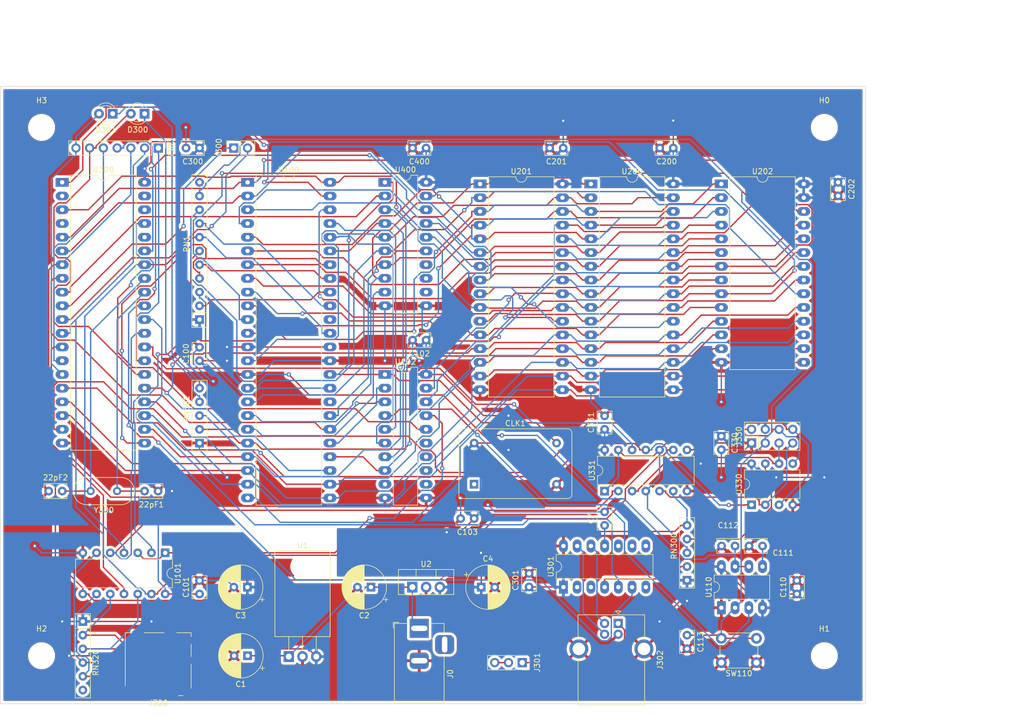
<source format=kicad_pcb>
(kicad_pcb (version 20171130) (host pcbnew "(5.1.10)-1")
  (layers (0 F.Cu signal) (31 B.Cu signal) (34 B.Paste user) (35 F.Paste user) (36 B.SilkS user) (37 F.SilkS user) (38 B.Mask user) (39 F.Mask user) (44 Edge.Cuts user))
  (net 0 "")
  (net 1 "Net-(22pF1-Pad2)")
  (net 2 GND)
  (net 3 "Net-(22pF2-Pad2)")
  (net 4 VCC)
  (net 5 +3V3)
  (net 6 +5V)
  (net 7 "Net-(C7-Pad1)")
  (net 8 "Net-(C111-Pad1)")
  (net 9 555_01)
  (net 10 RESET_IN)
  (net 11 CLK)
  (net 12 "Net-(J300-Pad1)")
  (net 13 "Net-(J300-Pad2)")
  (net 14 "Net-(J301-Pad1)")
  (net 15 "Net-(J301-Pad2)")
  (net 16 "Net-(J302-Pad2)")
  (net 17 "Net-(J302-Pad3)")
  (net 18 SCLK)
  (net 19 MOSI)
  (net 20 MISO)
  (net 21 AUX_CS1)
  (net 22 AUX_CS2)
  (net 23 AUX_CS3)
  (net 24 AUX_CS4)
  (net 25 "Net-(J320-Pad1)")
  (net 26 "Net-(J320-Pad8)")
  (net 27 "Net-(J320-Pad2)")
  (net 28 "Net-(J320-Pad3)")
  (net 29 "Net-(J320-Pad5)")
  (net 30 "Net-(J320-Pad7)")
  (net 31 PROG_EN)
  (net 32 PROG_SCLK)
  (net 33 PROG_MOSI)
  (net 34 PROG_MISO)
  (net 35 PROG_WP)
  (net 36 BERR)
  (net 37 BR)
  (net 38 DART_IRQ)
  (net 39 IP1)
  (net 40 HALT)
  (net 41 RESET)
  (net 42 VPA)
  (net 43 "Net-(RN1-Pad11)")
  (net 44 SER_PU2)
  (net 45 USB_RST)
  (net 46 SER_PD2)
  (net 47 "Net-(RN320-Pad6)")
  (net 48 /100_CPU/A3)
  (net 49 /100_CPU/A4)
  (net 50 /100_CPU/A5)
  (net 51 /100_CPU/A6)
  (net 52 /100_CPU/A7)
  (net 53 /100_CPU/A8)
  (net 54 "Net-(U100-Pad38)")
  (net 55 /100_CPU/A9)
  (net 56 /100_CPU/A10)
  (net 57 /100_CPU/A11)
  (net 58 /100_CPU/A12)
  (net 59 /100_CPU/A13)
  (net 60 FC2)
  (net 61 /100_CPU/A14)
  (net 62 FC1)
  (net 63 FC0)
  (net 64 /100_CPU/A15)
  (net 65 /100_CPU/A0)
  (net 66 /100_CPU/A1)
  (net 67 /100_CPU/A16)
  (net 68 /100_CPU/A2)
  (net 69 /100_CPU/A17)
  (net 70 /100_CPU/A18)
  (net 71 /100_CPU/A19)
  (net 72 /100_CPU/D7)
  (net 73 /100_CPU/D6)
  (net 74 /100_CPU/D5)
  (net 75 /100_CPU/D4)
  (net 76 /100_CPU/D3)
  (net 77 /100_CPU/D2)
  (net 78 /100_CPU/D1)
  (net 79 /100_CPU/D0)
  (net 80 AS)
  (net 81 DS)
  (net 82 RW)
  (net 83 DTACK)
  (net 84 "Net-(U100-Pad32)")
  (net 85 SD_CS)
  (net 86 "Net-(U101-Pad1)")
  (net 87 "Net-(U102-Pad12)")
  (net 88 "Net-(U102-Pad13)")
  (net 89 /100_CPU/110_RESET/Reset)
  (net 90 "Net-(U102-Pad14)")
  (net 91 "Net-(U102-Pad15)")
  (net 92 INTACK)
  (net 93 WRITE)
  (net 94 "Net-(U102-Pad9)")
  (net 95 READ)
  (net 96 HRAM_SEL)
  (net 97 LRAM_SEL)
  (net 98 ROM_SEL)
  (net 99 "Net-(U300-Pad2)")
  (net 100 "Net-(U300-Pad4)")
  (net 101 ROM_CS)
  (net 102 DART_DTACK)
  (net 103 DART_TX)
  (net 104 DART_RX)
  (net 105 IO1_SEL)
  (net 106 "Net-(U300-Pad36)")
  (net 107 "Net-(U300-Pad38)")
  (net 108 "Net-(U300-Pad39)")
  (net 109 "Net-(U301-Pad8)")
  (net 110 "Net-(U301-Pad2)")
  (net 111 "Net-(U301-Pad9)")
  (net 112 "Net-(U301-Pad3)")
  (net 113 "Net-(U301-Pad10)")
  (net 114 "Net-(U301-Pad7)")
  (net 115 "Net-(U400-Pad14)")
  (net 116 "Net-(U400-Pad13)")
  (net 117 "Net-(U400-Pad12)")
  (net 118 "Net-(CLK1-Pad1)")
  (net 119 "Net-(D300-Pad1)")
  (net 120 "Net-(D301-Pad1)")
  (module Capacitor_THT:C_Rect_L4.0mm_W2.5mm_P2.50mm (layer F.Cu) (at 236.18 21.59 180)
    (fp_text reference C201 (at 1.25 -2.5) (layer F.SilkS))
    (fp_text value 22pF)
    (pad 2 thru_hole circle (at 2.5 0 180) (size 1.6 1.6) (drill 0.8) (layers *.Cu *.Mask) (net 2 GND))
    (pad 1 thru_hole circle (at 0 0 180) (size 1.6 1.6) (drill 0.8) (layers *.Cu *.Mask) (net 6 +5V))
  )
  (module Package_DIP:DIP-32_W15.24mm_LongPads (layer F.Cu) (at 220.805 28.245)
    (fp_text reference U201 (at 7.62 -2.33) (layer F.SilkS))
    (fp_text value AS6C4008-55PCN)
    (pad 1 thru_hole rect (at 0 0) (size 2.4 1.6) (drill 0.8) (layers *.Cu *.Mask) (net 70 /100_CPU/A18))
    (pad 17 thru_hole oval (at 15.24 38.1) (size 2.4 1.6) (drill 0.8) (layers *.Cu *.Mask) (net 76 /100_CPU/D3))
    (pad 2 thru_hole oval (at 0 2.54) (size 2.4 1.6) (drill 0.8) (layers *.Cu *.Mask) (net 67 /100_CPU/A16))
    (pad 18 thru_hole oval (at 15.24 35.56) (size 2.4 1.6) (drill 0.8) (layers *.Cu *.Mask) (net 75 /100_CPU/D4))
    (pad 3 thru_hole oval (at 0 5.08) (size 2.4 1.6) (drill 0.8) (layers *.Cu *.Mask) (net 61 /100_CPU/A14))
    (pad 19 thru_hole oval (at 15.24 33.02) (size 2.4 1.6) (drill 0.8) (layers *.Cu *.Mask) (net 74 /100_CPU/D5))
    (pad 4 thru_hole oval (at 0 7.62) (size 2.4 1.6) (drill 0.8) (layers *.Cu *.Mask) (net 58 /100_CPU/A12))
    (pad 20 thru_hole oval (at 15.24 30.48) (size 2.4 1.6) (drill 0.8) (layers *.Cu *.Mask) (net 73 /100_CPU/D6))
    (pad 5 thru_hole oval (at 0 10.16) (size 2.4 1.6) (drill 0.8) (layers *.Cu *.Mask) (net 52 /100_CPU/A7))
    (pad 21 thru_hole oval (at 15.24 27.94) (size 2.4 1.6) (drill 0.8) (layers *.Cu *.Mask) (net 72 /100_CPU/D7))
    (pad 6 thru_hole oval (at 0 12.7) (size 2.4 1.6) (drill 0.8) (layers *.Cu *.Mask) (net 51 /100_CPU/A6))
    (pad 22 thru_hole oval (at 15.24 25.4) (size 2.4 1.6) (drill 0.8) (layers *.Cu *.Mask) (net 97 LRAM_SEL))
    (pad 7 thru_hole oval (at 0 15.24) (size 2.4 1.6) (drill 0.8) (layers *.Cu *.Mask) (net 50 /100_CPU/A5))
    (pad 23 thru_hole oval (at 15.24 22.86) (size 2.4 1.6) (drill 0.8) (layers *.Cu *.Mask) (net 56 /100_CPU/A10))
    (pad 8 thru_hole oval (at 0 17.78) (size 2.4 1.6) (drill 0.8) (layers *.Cu *.Mask) (net 49 /100_CPU/A4))
    (pad 24 thru_hole oval (at 15.24 20.32) (size 2.4 1.6) (drill 0.8) (layers *.Cu *.Mask) (net 95 READ))
    (pad 9 thru_hole oval (at 0 20.32) (size 2.4 1.6) (drill 0.8) (layers *.Cu *.Mask) (net 48 /100_CPU/A3))
    (pad 25 thru_hole oval (at 15.24 17.78) (size 2.4 1.6) (drill 0.8) (layers *.Cu *.Mask) (net 57 /100_CPU/A11))
    (pad 10 thru_hole oval (at 0 22.86) (size 2.4 1.6) (drill 0.8) (layers *.Cu *.Mask) (net 68 /100_CPU/A2))
    (pad 26 thru_hole oval (at 15.24 15.24) (size 2.4 1.6) (drill 0.8) (layers *.Cu *.Mask) (net 55 /100_CPU/A9))
    (pad 11 thru_hole oval (at 0 25.4) (size 2.4 1.6) (drill 0.8) (layers *.Cu *.Mask) (net 66 /100_CPU/A1))
    (pad 27 thru_hole oval (at 15.24 12.7) (size 2.4 1.6) (drill 0.8) (layers *.Cu *.Mask) (net 53 /100_CPU/A8))
    (pad 12 thru_hole oval (at 0 27.94) (size 2.4 1.6) (drill 0.8) (layers *.Cu *.Mask) (net 65 /100_CPU/A0))
    (pad 28 thru_hole oval (at 15.24 10.16) (size 2.4 1.6) (drill 0.8) (layers *.Cu *.Mask) (net 59 /100_CPU/A13))
    (pad 13 thru_hole oval (at 0 30.48) (size 2.4 1.6) (drill 0.8) (layers *.Cu *.Mask) (net 79 /100_CPU/D0))
    (pad 29 thru_hole oval (at 15.24 7.62) (size 2.4 1.6) (drill 0.8) (layers *.Cu *.Mask) (net 93 WRITE))
    (pad 14 thru_hole oval (at 0 33.02) (size 2.4 1.6) (drill 0.8) (layers *.Cu *.Mask) (net 78 /100_CPU/D1))
    (pad 30 thru_hole oval (at 15.24 5.08) (size 2.4 1.6) (drill 0.8) (layers *.Cu *.Mask) (net 69 /100_CPU/A17))
    (pad 15 thru_hole oval (at 0 35.56) (size 2.4 1.6) (drill 0.8) (layers *.Cu *.Mask) (net 77 /100_CPU/D2))
    (pad 31 thru_hole oval (at 15.24 2.54) (size 2.4 1.6) (drill 0.8) (layers *.Cu *.Mask) (net 64 /100_CPU/A15))
    (pad 16 thru_hole oval (at 0 38.1) (size 2.4 1.6) (drill 0.8) (layers *.Cu *.Mask) (net 2 GND))
    (pad 32 thru_hole oval (at 15.24 0) (size 2.4 1.6) (drill 0.8) (layers *.Cu *.Mask) (net 6 +5V))
  )
  (module LED_THT:LED_D3.0mm (layer F.Cu) (at 152.85 15.24 180)
    (fp_text reference D301 (at 1.27 -2.96) (layer F.SilkS))
    (fp_text value LED)
    (pad 2 thru_hole circle (at 2.54 0 180) (size 1.8 1.8) (drill 0.9) (layers *.Cu *.Mask) (net 24 AUX_CS4))
    (pad 1 thru_hole rect (at 0 0 180) (size 1.8 1.8) (drill 0.9) (layers *.Cu *.Mask) (net 120 "Net-(D301-Pad1)"))
  )
  (module LED_THT:LED_D3.0mm (layer F.Cu) (at 158.75 15.24 180)
    (fp_text reference D300 (at 1.27 -2.96) (layer F.SilkS))
    (fp_text value LED)
    (pad 2 thru_hole circle (at 2.54 0 180) (size 1.8 1.8) (drill 0.9) (layers *.Cu *.Mask) (net 23 AUX_CS3))
    (pad 1 thru_hole rect (at 0 0 180) (size 1.8 1.8) (drill 0.9) (layers *.Cu *.Mask) (net 119 "Net-(D300-Pad1)"))
  )
  (module MountingHole:MountingHole_4mm (layer F.Cu) (at 139.7 17.78)
    (fp_text reference H3 (at 0 -5) (layer F.SilkS))
    (fp_text value MountingHole)
    (pad 1 np_thru_hole circle (at 0 0) (size 4 4) (drill 4) (layers *.Cu *.Mask))
  )
  (module MountingHole:MountingHole_4mm (layer F.Cu) (at 139.7 115.57)
    (fp_text reference H2 (at 0 -5) (layer F.SilkS))
    (fp_text value MountingHole)
    (pad 1 np_thru_hole circle (at 0 0) (size 4 4) (drill 4) (layers *.Cu *.Mask))
  )
  (module MountingHole:MountingHole_4mm (layer F.Cu) (at 284.48 115.57)
    (fp_text reference H1 (at 0 -5) (layer F.SilkS))
    (fp_text value MountingHole)
    (pad 1 np_thru_hole circle (at 0 0) (size 4 4) (drill 4) (layers *.Cu *.Mask))
  )
  (module MountingHole:MountingHole_4mm (layer F.Cu) (at 284.48 17.78)
    (fp_text reference H0 (at 0 -5) (layer F.SilkS))
    (fp_text value MountingHole)
    (pad 1 np_thru_hole circle (at 0 0) (size 4 4) (drill 4) (layers *.Cu *.Mask))
  )
  (module Package_DIP:DIP-48_W15.24mm_LongPads (layer F.Cu) (at 177.8 27.94)
    (fp_text reference U100 (at 7.62 -2.33) (layer F.SilkS))
    (fp_text value 68008D)
    (pad 48 thru_hole oval (at 15.24 0) (size 2.4 1.6) (drill 0.8) (layers *.Cu *.Mask) (net 68 /100_CPU/A2))
    (pad 24 thru_hole oval (at 0 58.42) (size 2.4 1.6) (drill 0.8) (layers *.Cu *.Mask) (net 76 /100_CPU/D3))
    (pad 47 thru_hole oval (at 15.24 2.54) (size 2.4 1.6) (drill 0.8) (layers *.Cu *.Mask) (net 66 /100_CPU/A1))
    (pad 23 thru_hole oval (at 0 55.88) (size 2.4 1.6) (drill 0.8) (layers *.Cu *.Mask) (net 75 /100_CPU/D4))
    (pad 46 thru_hole oval (at 15.24 5.08) (size 2.4 1.6) (drill 0.8) (layers *.Cu *.Mask) (net 65 /100_CPU/A0))
    (pad 22 thru_hole oval (at 0 53.34) (size 2.4 1.6) (drill 0.8) (layers *.Cu *.Mask) (net 74 /100_CPU/D5))
    (pad 45 thru_hole oval (at 15.24 7.62) (size 2.4 1.6) (drill 0.8) (layers *.Cu *.Mask) (net 63 FC0))
    (pad 21 thru_hole oval (at 0 50.8) (size 2.4 1.6) (drill 0.8) (layers *.Cu *.Mask) (net 73 /100_CPU/D6))
    (pad 44 thru_hole oval (at 15.24 10.16) (size 2.4 1.6) (drill 0.8) (layers *.Cu *.Mask) (net 62 FC1))
    (pad 20 thru_hole oval (at 0 48.26) (size 2.4 1.6) (drill 0.8) (layers *.Cu *.Mask) (net 72 /100_CPU/D7))
    (pad 43 thru_hole oval (at 15.24 12.7) (size 2.4 1.6) (drill 0.8) (layers *.Cu *.Mask) (net 60 FC2))
    (pad 19 thru_hole oval (at 0 45.72) (size 2.4 1.6) (drill 0.8) (layers *.Cu *.Mask) (net 71 /100_CPU/A19))
    (pad 42 thru_hole oval (at 15.24 15.24) (size 2.4 1.6) (drill 0.8) (layers *.Cu *.Mask) (net 38 DART_IRQ))
    (pad 18 thru_hole oval (at 0 43.18) (size 2.4 1.6) (drill 0.8) (layers *.Cu *.Mask) (net 70 /100_CPU/A18))
    (pad 41 thru_hole oval (at 15.24 17.78) (size 2.4 1.6) (drill 0.8) (layers *.Cu *.Mask) (net 39 IP1))
    (pad 17 thru_hole oval (at 0 40.64) (size 2.4 1.6) (drill 0.8) (layers *.Cu *.Mask) (net 69 /100_CPU/A17))
    (pad 40 thru_hole oval (at 15.24 20.32) (size 2.4 1.6) (drill 0.8) (layers *.Cu *.Mask) (net 36 BERR))
    (pad 16 thru_hole oval (at 0 38.1) (size 2.4 1.6) (drill 0.8) (layers *.Cu *.Mask) (net 67 /100_CPU/A16))
    (pad 39 thru_hole oval (at 15.24 22.86) (size 2.4 1.6) (drill 0.8) (layers *.Cu *.Mask) (net 42 VPA))
    (pad 15 thru_hole oval (at 0 35.56) (size 2.4 1.6) (drill 0.8) (layers *.Cu *.Mask) (net 2 GND))
    (pad 38 thru_hole oval (at 15.24 25.4) (size 2.4 1.6) (drill 0.8) (layers *.Cu *.Mask) (net 54 "Net-(U100-Pad38)"))
    (pad 14 thru_hole oval (at 0 33.02) (size 2.4 1.6) (drill 0.8) (layers *.Cu *.Mask) (net 64 /100_CPU/A15))
    (pad 37 thru_hole oval (at 15.24 27.94) (size 2.4 1.6) (drill 0.8) (layers *.Cu *.Mask) (net 41 RESET))
    (pad 13 thru_hole oval (at 0 30.48) (size 2.4 1.6) (drill 0.8) (layers *.Cu *.Mask) (net 6 +5V))
    (pad 36 thru_hole oval (at 15.24 30.48) (size 2.4 1.6) (drill 0.8) (layers *.Cu *.Mask) (net 40 HALT))
    (pad 12 thru_hole oval (at 0 27.94) (size 2.4 1.6) (drill 0.8) (layers *.Cu *.Mask) (net 61 /100_CPU/A14))
    (pad 35 thru_hole oval (at 15.24 33.02) (size 2.4 1.6) (drill 0.8) (layers *.Cu *.Mask) (net 2 GND))
    (pad 11 thru_hole oval (at 0 25.4) (size 2.4 1.6) (drill 0.8) (layers *.Cu *.Mask) (net 59 /100_CPU/A13))
    (pad 34 thru_hole oval (at 15.24 35.56) (size 2.4 1.6) (drill 0.8) (layers *.Cu *.Mask) (net 11 CLK))
    (pad 10 thru_hole oval (at 0 22.86) (size 2.4 1.6) (drill 0.8) (layers *.Cu *.Mask) (net 58 /100_CPU/A12))
    (pad 33 thru_hole oval (at 15.24 38.1) (size 2.4 1.6) (drill 0.8) (layers *.Cu *.Mask) (net 37 BR))
    (pad 9 thru_hole oval (at 0 20.32) (size 2.4 1.6) (drill 0.8) (layers *.Cu *.Mask) (net 57 /100_CPU/A11))
    (pad 32 thru_hole oval (at 15.24 40.64) (size 2.4 1.6) (drill 0.8) (layers *.Cu *.Mask) (net 84 "Net-(U100-Pad32)"))
    (pad 8 thru_hole oval (at 0 17.78) (size 2.4 1.6) (drill 0.8) (layers *.Cu *.Mask) (net 56 /100_CPU/A10))
    (pad 31 thru_hole oval (at 15.24 43.18) (size 2.4 1.6) (drill 0.8) (layers *.Cu *.Mask) (net 83 DTACK))
    (pad 7 thru_hole oval (at 0 15.24) (size 2.4 1.6) (drill 0.8) (layers *.Cu *.Mask) (net 55 /100_CPU/A9))
    (pad 30 thru_hole oval (at 15.24 45.72) (size 2.4 1.6) (drill 0.8) (layers *.Cu *.Mask) (net 82 RW))
    (pad 6 thru_hole oval (at 0 12.7) (size 2.4 1.6) (drill 0.8) (layers *.Cu *.Mask) (net 53 /100_CPU/A8))
    (pad 29 thru_hole oval (at 15.24 48.26) (size 2.4 1.6) (drill 0.8) (layers *.Cu *.Mask) (net 81 DS))
    (pad 5 thru_hole oval (at 0 10.16) (size 2.4 1.6) (drill 0.8) (layers *.Cu *.Mask) (net 52 /100_CPU/A7))
    (pad 28 thru_hole oval (at 15.24 50.8) (size 2.4 1.6) (drill 0.8) (layers *.Cu *.Mask) (net 80 AS))
    (pad 4 thru_hole oval (at 0 7.62) (size 2.4 1.6) (drill 0.8) (layers *.Cu *.Mask) (net 51 /100_CPU/A6))
    (pad 27 thru_hole oval (at 15.24 53.34) (size 2.4 1.6) (drill 0.8) (layers *.Cu *.Mask) (net 79 /100_CPU/D0))
    (pad 3 thru_hole oval (at 0 5.08) (size 2.4 1.6) (drill 0.8) (layers *.Cu *.Mask) (net 50 /100_CPU/A5))
    (pad 26 thru_hole oval (at 15.24 55.88) (size 2.4 1.6) (drill 0.8) (layers *.Cu *.Mask) (net 78 /100_CPU/D1))
    (pad 2 thru_hole oval (at 0 2.54) (size 2.4 1.6) (drill 0.8) (layers *.Cu *.Mask) (net 49 /100_CPU/A4))
    (pad 25 thru_hole oval (at 15.24 58.42) (size 2.4 1.6) (drill 0.8) (layers *.Cu *.Mask) (net 77 /100_CPU/D2))
    (pad 1 thru_hole rect (at 0 0) (size 2.4 1.6) (drill 0.8) (layers *.Cu *.Mask) (net 48 /100_CPU/A3))
  )
  (module Capacitor_THT:C_Rect_L4.0mm_W2.5mm_P2.50mm (layer F.Cu) (at 161.25 85.09 180)
    (fp_text reference 22pF1 (at 1.25 -2.5) (layer F.SilkS))
    (fp_text value CX1)
    (pad 2 thru_hole circle (at 2.5 0 180) (size 1.6 1.6) (drill 0.8) (layers *.Cu *.Mask) (net 1 "Net-(22pF1-Pad2)"))
    (pad 1 thru_hole circle (at 0 0 180) (size 1.6 1.6) (drill 0.8) (layers *.Cu *.Mask) (net 2 GND))
  )
  (module Capacitor_THT:C_Rect_L4.0mm_W2.5mm_P2.50mm (layer F.Cu) (at 141.01 85.09)
    (fp_text reference 22pF2 (at 1.25 -2.5) (layer F.SilkS))
    (fp_text value CX2)
    (pad 1 thru_hole circle (at 0 0) (size 1.6 1.6) (drill 0.8) (layers *.Cu *.Mask) (net 2 GND))
    (pad 2 thru_hole circle (at 2.5 0) (size 1.6 1.6) (drill 0.8) (layers *.Cu *.Mask) (net 3 "Net-(22pF2-Pad2)"))
  )
  (module Capacitor_THT:CP_Radial_D8.0mm_P2.50mm (layer F.Cu) (at 177.8 115.57 180)
    (fp_text reference C1 (at 1.25 -5.25) (layer F.SilkS))
    (fp_text value .1uF)
    (pad 2 thru_hole circle (at 2.5 0 180) (size 1.6 1.6) (drill 0.8) (layers *.Cu *.Mask) (net 2 GND))
    (pad 1 thru_hole rect (at 0 0 180) (size 1.6 1.6) (drill 0.8) (layers *.Cu *.Mask) (net 4 VCC))
  )
  (module Capacitor_THT:CP_Radial_D8.0mm_P2.50mm (layer F.Cu) (at 200.62 102.87 180)
    (fp_text reference C2 (at 1.25 -5.25) (layer F.SilkS))
    (fp_text value .33uF)
    (pad 1 thru_hole rect (at 0 0 180) (size 1.6 1.6) (drill 0.8) (layers *.Cu *.Mask) (net 4 VCC))
    (pad 2 thru_hole circle (at 2.5 0 180) (size 1.6 1.6) (drill 0.8) (layers *.Cu *.Mask) (net 2 GND))
  )
  (module Capacitor_THT:CP_Radial_D8.0mm_P2.50mm (layer F.Cu) (at 177.76 102.87 180)
    (fp_text reference C3 (at 1.25 -5.25) (layer F.SilkS))
    (fp_text value 2.2uF)
    (pad 2 thru_hole circle (at 2.5 0 180) (size 1.6 1.6) (drill 0.8) (layers *.Cu *.Mask) (net 2 GND))
    (pad 1 thru_hole rect (at 0 0 180) (size 1.6 1.6) (drill 0.8) (layers *.Cu *.Mask) (net 5 +3V3))
  )
  (module Capacitor_THT:CP_Radial_D8.0mm_P2.50mm (layer F.Cu) (at 221.02 102.87)
    (fp_text reference C4 (at 1.25 -5.25) (layer F.SilkS))
    (fp_text value .1uF)
    (pad 1 thru_hole rect (at 0 0) (size 1.6 1.6) (drill 0.8) (layers *.Cu *.Mask) (net 6 +5V))
    (pad 2 thru_hole circle (at 2.5 0) (size 1.6 1.6) (drill 0.8) (layers *.Cu *.Mask) (net 2 GND))
  )
  (module Capacitor_THT:C_Rect_L4.0mm_W2.5mm_P2.50mm (layer F.Cu) (at 243.84 91.44 90)
    (fp_text reference C7 (at 1.25 -2.5 90) (layer F.SilkS))
    (fp_text value 22pF)
    (pad 2 thru_hole circle (at 2.5 0 90) (size 1.6 1.6) (drill 0.8) (layers *.Cu *.Mask) (net 2 GND))
    (pad 1 thru_hole circle (at 0 0 90) (size 1.6 1.6) (drill 0.8) (layers *.Cu *.Mask) (net 7 "Net-(C7-Pad1)"))
  )
  (module Capacitor_THT:C_Rect_L4.0mm_W2.5mm_P2.50mm (layer F.Cu) (at 168.91 60.96 90)
    (fp_text reference C100 (at 1.25 -2.5 90) (layer F.SilkS))
    (fp_text value 22pF)
    (pad 2 thru_hole circle (at 2.5 0 90) (size 1.6 1.6) (drill 0.8) (layers *.Cu *.Mask) (net 2 GND))
    (pad 1 thru_hole circle (at 0 0 90) (size 1.6 1.6) (drill 0.8) (layers *.Cu *.Mask) (net 6 +5V))
  )
  (module Capacitor_THT:C_Rect_L4.0mm_W2.5mm_P2.50mm (layer F.Cu) (at 168.91 104.14 90)
    (fp_text reference C101 (at 1.25 -2.5 90) (layer F.SilkS))
    (fp_text value 22pF)
    (pad 1 thru_hole circle (at 0 0 90) (size 1.6 1.6) (drill 0.8) (layers *.Cu *.Mask) (net 6 +5V))
    (pad 2 thru_hole circle (at 2.5 0 90) (size 1.6 1.6) (drill 0.8) (layers *.Cu *.Mask) (net 2 GND))
  )
  (module Capacitor_THT:C_Rect_L4.0mm_W2.5mm_P2.50mm (layer F.Cu) (at 210.82 57.15 180)
    (fp_text reference C102 (at 1.25 -2.5) (layer F.SilkS))
    (fp_text value 22pF)
    (pad 2 thru_hole circle (at 2.5 0 180) (size 1.6 1.6) (drill 0.8) (layers *.Cu *.Mask) (net 2 GND))
    (pad 1 thru_hole circle (at 0 0 180) (size 1.6 1.6) (drill 0.8) (layers *.Cu *.Mask) (net 6 +5V))
  )
  (module Capacitor_THT:C_Rect_L4.0mm_W2.5mm_P2.50mm (layer F.Cu) (at 219.71 90.17 180)
    (fp_text reference C103 (at 1.25 -2.5) (layer F.SilkS))
    (fp_text value 22pF)
    (pad 1 thru_hole circle (at 0 0 180) (size 1.6 1.6) (drill 0.8) (layers *.Cu *.Mask) (net 6 +5V))
    (pad 2 thru_hole circle (at 2.5 0 180) (size 1.6 1.6) (drill 0.8) (layers *.Cu *.Mask) (net 2 GND))
  )
  (module Capacitor_THT:C_Rect_L4.0mm_W2.5mm_P2.50mm (layer F.Cu) (at 279.4 104.14 90)
    (fp_text reference C110 (at 1.25 -2.5 90) (layer F.SilkS))
    (fp_text value 22pF)
    (pad 1 thru_hole circle (at 0 0 90) (size 1.6 1.6) (drill 0.8) (layers *.Cu *.Mask) (net 6 +5V))
    (pad 2 thru_hole circle (at 2.5 0 90) (size 1.6 1.6) (drill 0.8) (layers *.Cu *.Mask) (net 2 GND))
  )
  (module Capacitor_THT:C_Rect_L4.0mm_W2.5mm_P2.50mm (layer F.Cu) (at 273.05 95.25 180)
    (fp_text reference C111 (at -3.81 -1.27) (layer F.SilkS))
    (fp_text value 10nF)
    (pad 2 thru_hole circle (at 2.5 0 180) (size 1.6 1.6) (drill 0.8) (layers *.Cu *.Mask) (net 2 GND))
    (pad 1 thru_hole circle (at 0 0 180) (size 1.6 1.6) (drill 0.8) (layers *.Cu *.Mask) (net 8 "Net-(C111-Pad1)"))
  )
  (module Capacitor_THT:C_Rect_L4.0mm_W2.5mm_P2.50mm (layer F.Cu) (at 267.97 95.25 180)
    (fp_text reference C112 (at 1.27 3.81) (layer F.SilkS))
    (fp_text value 10uF)
    (pad 1 thru_hole circle (at 0 0 180) (size 1.6 1.6) (drill 0.8) (layers *.Cu *.Mask) (net 9 555_01))
    (pad 2 thru_hole circle (at 2.5 0 180) (size 1.6 1.6) (drill 0.8) (layers *.Cu *.Mask) (net 2 GND))
  )
  (module Capacitor_THT:C_Rect_L4.0mm_W2.5mm_P2.50mm (layer F.Cu) (at 259.08 111.76 270)
    (fp_text reference C113 (at 1.25 -2.5 90) (layer F.SilkS))
    (fp_text value 100nF)
    (pad 2 thru_hole circle (at 2.5 0 270) (size 1.6 1.6) (drill 0.8) (layers *.Cu *.Mask) (net 2 GND))
    (pad 1 thru_hole circle (at 0 0 270) (size 1.6 1.6) (drill 0.8) (layers *.Cu *.Mask) (net 10 RESET_IN))
  )
  (module Capacitor_THT:C_Rect_L4.0mm_W2.5mm_P2.50mm (layer F.Cu) (at 256.54 21.59 180)
    (fp_text reference C200 (at 1.25 -2.5) (layer F.SilkS))
    (fp_text value 22pF)
    (pad 1 thru_hole circle (at 0 0 180) (size 1.6 1.6) (drill 0.8) (layers *.Cu *.Mask) (net 6 +5V))
    (pad 2 thru_hole circle (at 2.5 0 180) (size 1.6 1.6) (drill 0.8) (layers *.Cu *.Mask) (net 2 GND))
  )
  (module Capacitor_THT:C_Rect_L4.0mm_W2.5mm_P2.50mm (layer F.Cu) (at 287.02 27.94 270)
    (fp_text reference C202 (at 1.25 -2.5 90) (layer F.SilkS))
    (fp_text value 22pF)
    (pad 1 thru_hole circle (at 0 0 270) (size 1.6 1.6) (drill 0.8) (layers *.Cu *.Mask) (net 6 +5V))
    (pad 2 thru_hole circle (at 2.5 0 270) (size 1.6 1.6) (drill 0.8) (layers *.Cu *.Mask) (net 2 GND))
  )
  (module Capacitor_THT:C_Rect_L4.0mm_W2.5mm_P2.50mm (layer F.Cu) (at 168.91 21.59 180)
    (fp_text reference C300 (at 1.25 -2.5) (layer F.SilkS))
    (fp_text value 22pF)
    (pad 1 thru_hole circle (at 0 0 180) (size 1.6 1.6) (drill 0.8) (layers *.Cu *.Mask) (net 6 +5V))
    (pad 2 thru_hole circle (at 2.5 0 180) (size 1.6 1.6) (drill 0.8) (layers *.Cu *.Mask) (net 2 GND))
  )
  (module Capacitor_THT:C_Rect_L4.0mm_W2.5mm_P2.50mm (layer F.Cu) (at 229.87 102.83 90)
    (fp_text reference C301 (at 1.25 -2.5 90) (layer F.SilkS))
    (fp_text value 22pF hide)
    (pad 2 thru_hole circle (at 2.5 0 90) (size 1.6 1.6) (drill 0.8) (layers *.Cu *.Mask) (net 2 GND))
    (pad 1 thru_hole circle (at 0 0 90) (size 1.6 1.6) (drill 0.8) (layers *.Cu *.Mask) (net 6 +5V))
  )
  (module Capacitor_THT:C_Rect_L4.0mm_W2.5mm_P2.50mm (layer F.Cu) (at 265.43 74.93 270)
    (fp_text reference C330 (at 1.25 -2.5 90) (layer F.SilkS))
    (fp_text value 22pF)
    (pad 1 thru_hole circle (at 0 0 270) (size 1.6 1.6) (drill 0.8) (layers *.Cu *.Mask) (net 6 +5V))
    (pad 2 thru_hole circle (at 2.5 0 270) (size 1.6 1.6) (drill 0.8) (layers *.Cu *.Mask) (net 2 GND))
  )
  (module Capacitor_THT:C_Rect_L4.0mm_W2.5mm_P2.50mm (layer F.Cu) (at 243.84 73.66 90)
    (fp_text reference C331 (at 1.25 -2.5 90) (layer F.SilkS))
    (fp_text value 22pF)
    (pad 2 thru_hole circle (at 2.5 0 90) (size 1.6 1.6) (drill 0.8) (layers *.Cu *.Mask) (net 2 GND))
    (pad 1 thru_hole circle (at 0 0 90) (size 1.6 1.6) (drill 0.8) (layers *.Cu *.Mask) (net 6 +5V))
  )
  (module Capacitor_THT:C_Rect_L4.0mm_W2.5mm_P2.50mm (layer F.Cu) (at 210.82 21.59 180)
    (fp_text reference C400 (at 1.25 -2.5) (layer F.SilkS))
    (fp_text value 22pF)
    (pad 1 thru_hole circle (at 0 0 180) (size 1.6 1.6) (drill 0.8) (layers *.Cu *.Mask) (net 6 +5V))
    (pad 2 thru_hole circle (at 2.5 0 180) (size 1.6 1.6) (drill 0.8) (layers *.Cu *.Mask) (net 2 GND))
  )
  (module Oscillator:Oscillator_DIP-14 (layer F.Cu) (at 219.71 83.82)
    (fp_text reference CLK1 (at 7.62 -11.26) (layer F.SilkS))
    (fp_text value "10.000 MHz")
    (pad 1 thru_hole rect (at 0 0) (size 1.6 1.6) (drill 0.8) (layers *.Cu *.Mask) (net 118 "Net-(CLK1-Pad1)"))
    (pad 14 thru_hole circle (at 0 -7.62) (size 1.6 1.6) (drill 0.8) (layers *.Cu *.Mask) (net 6 +5V))
    (pad 8 thru_hole circle (at 15.24 -7.62) (size 1.6 1.6) (drill 0.8) (layers *.Cu *.Mask) (net 11 CLK))
    (pad 7 thru_hole circle (at 15.24 0) (size 1.6 1.6) (drill 0.8) (layers *.Cu *.Mask) (net 2 GND))
  )
  (module Connector_BarrelJack:BarrelJack_Horizontal (layer F.Cu) (at 209.55 110.49 90)
    (fp_text reference J0 (at -8.45 5.75 90) (layer F.SilkS))
    (fp_text value Barrel_Jack)
    (pad 1 thru_hole rect (at 0 0 90) (size 3.5 3.5) (drill oval 1 3) (layers *.Cu *.Mask) (net 4 VCC))
    (pad 2 thru_hole roundrect (at -6 0 90) (size 3 3.5) (drill oval 1 3) (layers *.Cu *.Mask) (net 2 GND))
    (pad 3 thru_hole roundrect (at -3 4.7 90) (size 3.5 3.5) (drill oval 3 1) (layers *.Cu *.Mask))
  )
  (module Connector_PinSocket_2.54mm:PinSocket_1x02_P2.54mm_Vertical (layer F.Cu) (at 175.26 21.59 90)
    (fp_text reference J300 (at 0 -2.77 90) (layer F.SilkS))
    (fp_text value Conn_01x02_Male)
    (pad 1 thru_hole rect (at 0 0 90) (size 1.7 1.7) (drill 1) (layers *.Cu *.Mask) (net 12 "Net-(J300-Pad1)"))
    (pad 2 thru_hole oval (at 0 2.54 90) (size 1.7 1.7) (drill 1) (layers *.Cu *.Mask) (net 13 "Net-(J300-Pad2)"))
  )
  (module Connector_PinSocket_2.54mm:PinSocket_1x03_P2.54mm_Vertical (layer F.Cu) (at 228.6 116.84 270)
    (fp_text reference J301 (at 0 -2.77 90) (layer F.SilkS))
    (fp_text value Conn_01x03_Male)
    (pad 1 thru_hole rect (at 0 0 270) (size 1.7 1.7) (drill 1) (layers *.Cu *.Mask) (net 14 "Net-(J301-Pad1)"))
    (pad 2 thru_hole oval (at 0 2.54 270) (size 1.7 1.7) (drill 1) (layers *.Cu *.Mask) (net 15 "Net-(J301-Pad2)"))
    (pad 3 thru_hole oval (at 0 5.08 270) (size 1.7 1.7) (drill 1) (layers *.Cu *.Mask) (net 15 "Net-(J301-Pad2)"))
  )
  (module Connector_USB:USB_B_OST_USB-B1HSxx_Horizontal (layer F.Cu) (at 246.34 109.59 270)
    (fp_text reference J302 (at 6.76 -7.77 90) (layer F.SilkS))
    (fp_text value USB_B)
    (pad 1 thru_hole rect (at 0 0 270) (size 1.7 1.7) (drill 0.92) (layers *.Cu *.Mask) (net 14 "Net-(J301-Pad1)"))
    (pad 2 thru_hole circle (at 0 2.5 270) (size 1.7 1.7) (drill 0.92) (layers *.Cu *.Mask) (net 16 "Net-(J302-Pad2)"))
    (pad 3 thru_hole circle (at 2 2.5 270) (size 1.7 1.7) (drill 0.92) (layers *.Cu *.Mask) (net 17 "Net-(J302-Pad3)"))
    (pad 4 thru_hole circle (at 2 0 270) (size 1.7 1.7) (drill 0.92) (layers *.Cu *.Mask) (net 2 GND))
    (pad 5 thru_hole circle (at 4.71 -4.77 270) (size 3.5 3.5) (drill 2.33) (layers *.Cu *.Mask) (net 2 GND))
    (pad 5 thru_hole circle (at 4.71 7.27 270) (size 3.5 3.5) (drill 2.33) (layers *.Cu *.Mask) (net 2 GND))
  )
  (module Connector_PinHeader_2.54mm:PinHeader_1x07_P2.54mm_Vertical (layer F.Cu) (at 161.29 21.59 270)
    (fp_text reference J303 (at 0 -2.33 90) (layer F.SilkS))
    (fp_text value Conn_01x07)
    (pad 1 thru_hole rect (at 0 0 270) (size 1.7 1.7) (drill 1) (layers *.Cu *.Mask) (net 18 SCLK))
    (pad 2 thru_hole oval (at 0 2.54 270) (size 1.7 1.7) (drill 1) (layers *.Cu *.Mask) (net 19 MOSI))
    (pad 3 thru_hole oval (at 0 5.08 270) (size 1.7 1.7) (drill 1) (layers *.Cu *.Mask) (net 20 MISO))
    (pad 4 thru_hole oval (at 0 7.62 270) (size 1.7 1.7) (drill 1) (layers *.Cu *.Mask) (net 21 AUX_CS1))
    (pad 5 thru_hole oval (at 0 10.16 270) (size 1.7 1.7) (drill 1) (layers *.Cu *.Mask) (net 22 AUX_CS2))
    (pad 6 thru_hole oval (at 0 12.7 270) (size 1.7 1.7) (drill 1) (layers *.Cu *.Mask) (net 23 AUX_CS3))
    (pad 7 thru_hole oval (at 0 15.24 270) (size 1.7 1.7) (drill 1) (layers *.Cu *.Mask) (net 24 AUX_CS4))
  )
  (module Connector_Card:microSD_HC_Molex_104031-0811 (layer F.Cu) (at 161.29 117.135 180)
    (fp_text reference J320 (at 0 -7.18) (layer F.SilkS))
    (fp_text value Micro_SD_Card_Det)
    (pad 1 smd rect (at -3.105 -5.45 180) (size 0.85 1.1) (layers F.Cu F.Paste F.Mask) (net 25 "Net-(J320-Pad1)"))
    (pad 8 smd rect (at 4.545 -5.45 180) (size 0.75 1.1) (layers F.Cu F.Paste F.Mask) (net 26 "Net-(J320-Pad8)"))
    (pad 2 smd rect (at -2.005 -5.45 180) (size 0.85 1.1) (layers F.Cu F.Paste F.Mask) (net 27 "Net-(J320-Pad2)"))
    (pad 3 smd rect (at -0.905 -5.45 180) (size 0.85 1.1) (layers F.Cu F.Paste F.Mask) (net 28 "Net-(J320-Pad3)"))
    (pad 4 smd rect (at 0.195 -5.45 180) (size 0.85 1.1) (layers F.Cu F.Paste F.Mask) (net 5 +3V3))
    (pad 5 smd rect (at 1.295 -5.45 180) (size 0.85 1.1) (layers F.Cu F.Paste F.Mask) (net 29 "Net-(J320-Pad5)"))
    (pad 6 smd rect (at 2.395 -5.45 180) (size 0.85 1.1) (layers F.Cu F.Paste F.Mask) (net 2 GND))
    (pad 7 smd rect (at 3.495 -5.45 180) (size 0.85 1.1) (layers F.Cu F.Paste F.Mask) (net 30 "Net-(J320-Pad7)"))
    (pad 11 smd rect (at 5.755 -5.1 180) (size 1.17 1.8) (layers F.Cu F.Paste F.Mask) (net 2 GND))
    (pad 11 smd rect (at -5.565 -5.325 180) (size 1.55 1.35) (layers F.Cu F.Paste F.Mask) (net 2 GND))
    (pad 10 smd rect (at -5.74 4.4 180) (size 1.2 1) (layers F.Cu F.Paste F.Mask) (net 2 GND))
    (pad 9 smd rect (at -5.74 0.7 180) (size 1.2 1) (layers F.Cu F.Paste F.Mask) (net 2 GND))
    (pad 11 smd rect (at -2.24 5.375 180) (size 1.9 1.35) (layers F.Cu F.Paste F.Mask) (net 2 GND))
    (pad 11 smd rect (at 3.73 5.375 180) (size 1.9 1.35) (layers F.Cu F.Paste F.Mask) (net 2 GND))
  )
  (module Connector_PinHeader_2.54mm:PinHeader_2x04_P2.54mm_Vertical (layer F.Cu) (at 271.018 76.2 90)
    (fp_text reference J330 (at 1.27 -2.33 90) (layer F.SilkS))
    (fp_text value Conn_02x04_Top_Bottom)
    (pad 1 thru_hole rect (at 0 0 90) (size 1.7 1.7) (drill 1) (layers *.Cu *.Mask) (net 2 GND))
    (pad 2 thru_hole oval (at 2.54 0 90) (size 1.7 1.7) (drill 1) (layers *.Cu *.Mask) (net 31 PROG_EN))
    (pad 3 thru_hole oval (at 0 2.54 90) (size 1.7 1.7) (drill 1) (layers *.Cu *.Mask) (net 10 RESET_IN))
    (pad 4 thru_hole oval (at 2.54 2.54 90) (size 1.7 1.7) (drill 1) (layers *.Cu *.Mask) (net 6 +5V))
    (pad 5 thru_hole oval (at 0 5.08 90) (size 1.7 1.7) (drill 1) (layers *.Cu *.Mask) (net 32 PROG_SCLK))
    (pad 6 thru_hole oval (at 2.54 5.08 90) (size 1.7 1.7) (drill 1) (layers *.Cu *.Mask) (net 33 PROG_MOSI))
    (pad 7 thru_hole oval (at 0 7.62 90) (size 1.7 1.7) (drill 1) (layers *.Cu *.Mask) (net 34 PROG_MISO))
    (pad 8 thru_hole oval (at 2.54 7.62 90) (size 1.7 1.7) (drill 1) (layers *.Cu *.Mask) (net 35 PROG_WP))
  )
  (module Resistor_THT:R_Array_SIP11 (layer F.Cu) (at 168.91 53.34 90)
    (fp_text reference RN1 (at 13.97 -2.4 90) (layer F.SilkS))
    (fp_text value R_Network10)
    (pad 1 thru_hole rect (at 0 0 90) (size 1.6 1.6) (drill 0.8) (layers *.Cu *.Mask) (net 6 +5V))
    (pad 2 thru_hole oval (at 2.54 0 90) (size 1.6 1.6) (drill 0.8) (layers *.Cu *.Mask) (net 36 BERR))
    (pad 3 thru_hole oval (at 5.08 0 90) (size 1.6 1.6) (drill 0.8) (layers *.Cu *.Mask) (net 37 BR))
    (pad 4 thru_hole oval (at 7.62 0 90) (size 1.6 1.6) (drill 0.8) (layers *.Cu *.Mask) (net 38 DART_IRQ))
    (pad 5 thru_hole oval (at 10.16 0 90) (size 1.6 1.6) (drill 0.8) (layers *.Cu *.Mask) (net 39 IP1))
    (pad 6 thru_hole oval (at 12.7 0 90) (size 1.6 1.6) (drill 0.8) (layers *.Cu *.Mask) (net 40 HALT))
    (pad 7 thru_hole oval (at 15.24 0 90) (size 1.6 1.6) (drill 0.8) (layers *.Cu *.Mask) (net 41 RESET))
    (pad 8 thru_hole oval (at 17.78 0 90) (size 1.6 1.6) (drill 0.8) (layers *.Cu *.Mask) (net 42 VPA))
    (pad 9 thru_hole oval (at 20.32 0 90) (size 1.6 1.6) (drill 0.8) (layers *.Cu *.Mask) (net 9 555_01))
    (pad 10 thru_hole oval (at 22.86 0 90) (size 1.6 1.6) (drill 0.8) (layers *.Cu *.Mask) (net 10 RESET_IN))
    (pad 11 thru_hole oval (at 25.4 0 90) (size 1.6 1.6) (drill 0.8) (layers *.Cu *.Mask) (net 43 "Net-(RN1-Pad11)"))
  )
  (module Resistor_THT:R_Array_SIP5 (layer F.Cu) (at 259.08 101.6 90)
    (fp_text reference RN300 (at 6.35 -2.4 90) (layer F.SilkS))
    (fp_text value 10K)
    (pad 5 thru_hole oval (at 10.16 0 90) (size 1.6 1.6) (drill 0.8) (layers *.Cu *.Mask) (net 20 MISO))
    (pad 4 thru_hole oval (at 7.62 0 90) (size 1.6 1.6) (drill 0.8) (layers *.Cu *.Mask) (net 44 SER_PU2))
    (pad 3 thru_hole oval (at 5.08 0 90) (size 1.6 1.6) (drill 0.8) (layers *.Cu *.Mask) (net 31 PROG_EN))
    (pad 2 thru_hole oval (at 2.54 0 90) (size 1.6 1.6) (drill 0.8) (layers *.Cu *.Mask) (net 45 USB_RST))
    (pad 1 thru_hole rect (at 0 0 90) (size 1.6 1.6) (drill 0.8) (layers *.Cu *.Mask) (net 6 +5V))
  )
  (module Resistor_THT:R_Array_SIP5 (layer F.Cu) (at 168.91 76.2 90)
    (fp_text reference RN301 (at 6.35 -2.4 90) (layer F.SilkS))
    (fp_text value 2K)
    (pad 1 thru_hole rect (at 0 0 90) (size 1.6 1.6) (drill 0.8) (layers *.Cu *.Mask) (net 2 GND))
    (pad 2 thru_hole oval (at 2.54 0 90) (size 1.6 1.6) (drill 0.8) (layers *.Cu *.Mask) (net 35 PROG_WP))
    (pad 3 thru_hole oval (at 5.08 0 90) (size 1.6 1.6) (drill 0.8) (layers *.Cu *.Mask) (net 46 SER_PD2))
    (pad 4 thru_hole oval (at 7.62 0 90) (size 1.6 1.6) (drill 0.8) (layers *.Cu *.Mask) (net 119 "Net-(D300-Pad1)"))
    (pad 5 thru_hole oval (at 10.16 0 90) (size 1.6 1.6) (drill 0.8) (layers *.Cu *.Mask) (net 120 "Net-(D301-Pad1)"))
  )
  (module Resistor_THT:R_Array_SIP6 (layer F.Cu) (at 147.32 109.22 270)
    (fp_text reference RN320 (at 7.62 -2.4 90) (layer F.SilkS))
    (fp_text value R_Network05)
    (pad 1 thru_hole rect (at 0 0 270) (size 1.6 1.6) (drill 0.8) (layers *.Cu *.Mask) (net 5 +3V3))
    (pad 2 thru_hole oval (at 2.54 0 270) (size 1.6 1.6) (drill 0.8) (layers *.Cu *.Mask) (net 27 "Net-(J320-Pad2)"))
    (pad 3 thru_hole oval (at 5.08 0 270) (size 1.6 1.6) (drill 0.8) (layers *.Cu *.Mask) (net 28 "Net-(J320-Pad3)"))
    (pad 4 thru_hole oval (at 7.62 0 270) (size 1.6 1.6) (drill 0.8) (layers *.Cu *.Mask) (net 29 "Net-(J320-Pad5)"))
    (pad 5 thru_hole oval (at 10.16 0 270) (size 1.6 1.6) (drill 0.8) (layers *.Cu *.Mask) (net 30 "Net-(J320-Pad7)"))
    (pad 6 thru_hole oval (at 12.7 0 270) (size 1.6 1.6) (drill 0.8) (layers *.Cu *.Mask) (net 47 "Net-(RN320-Pad6)"))
  )
  (module Button_Switch_THT:SW_PUSH_6mm_H8.5mm (layer F.Cu) (at 271.93 116.84 180)
    (fp_text reference SW110 (at 3.25 -2) (layer F.SilkS))
    (fp_text value SW_Push)
    (pad 2 thru_hole circle (at 0 4.5 270) (size 2 2) (drill 1.1) (layers *.Cu *.Mask) (net 10 RESET_IN))
    (pad 1 thru_hole circle (at 0 0 270) (size 2 2) (drill 1.1) (layers *.Cu *.Mask) (net 2 GND))
    (pad 2 thru_hole circle (at 6.5 4.5 270) (size 2 2) (drill 1.1) (layers *.Cu *.Mask) (net 10 RESET_IN))
    (pad 1 thru_hole circle (at 6.5 0 270) (size 2 2) (drill 1.1) (layers *.Cu *.Mask) (net 2 GND))
  )
  (module Package_TO_SOT_THT:TO-220-3_Horizontal_TabDown (layer F.Cu) (at 185.42 115.72)
    (fp_text reference U1 (at 2.54 -20.58) (layer F.SilkS))
    (fp_text value LF33_TO220)
    (pad "" np_thru_hole oval (at 2.54 -16.66) (size 3.5 3.5) (drill 3.5) (layers *.Cu *.Mask))
    (pad 1 thru_hole rect (at 0 0) (size 1.905 2) (drill 1.1) (layers *.Cu *.Mask) (net 4 VCC))
    (pad 2 thru_hole oval (at 2.54 0) (size 1.905 2) (drill 1.1) (layers *.Cu *.Mask) (net 2 GND))
    (pad 3 thru_hole oval (at 5.08 0) (size 1.905 2) (drill 1.1) (layers *.Cu *.Mask) (net 5 +3V3))
  )
  (module Package_TO_SOT_THT:TO-220-3_Vertical (layer F.Cu) (at 208.28 102.87)
    (fp_text reference U2 (at 2.54 -4.27) (layer F.SilkS))
    (fp_text value L7805)
    (pad 1 thru_hole rect (at 0 0) (size 1.905 2) (drill 1.1) (layers *.Cu *.Mask) (net 4 VCC))
    (pad 2 thru_hole oval (at 2.54 0) (size 1.905 2) (drill 1.1) (layers *.Cu *.Mask) (net 2 GND))
    (pad 3 thru_hole oval (at 5.08 0) (size 1.905 2) (drill 1.1) (layers *.Cu *.Mask) (net 6 +5V))
  )
  (module Package_DIP:DIP-14_W7.62mm (layer F.Cu) (at 162.56 96.52 270)
    (fp_text reference U101 (at 3.81 -2.33 90) (layer F.SilkS))
    (fp_text value 74LS07)
    (pad 14 thru_hole oval (at 7.62 0 270) (size 1.6 1.6) (drill 0.8) (layers *.Cu *.Mask) (net 6 +5V))
    (pad 7 thru_hole oval (at 0 15.24 270) (size 1.6 1.6) (drill 0.8) (layers *.Cu *.Mask) (net 2 GND))
    (pad 13 thru_hole oval (at 7.62 2.54 270) (size 1.6 1.6) (drill 0.8) (layers *.Cu *.Mask) (net 19 MOSI))
    (pad 6 thru_hole oval (at 0 12.7 270) (size 1.6 1.6) (drill 0.8) (layers *.Cu *.Mask) (net 29 "Net-(J320-Pad5)"))
    (pad 12 thru_hole oval (at 7.62 5.08 270) (size 1.6 1.6) (drill 0.8) (layers *.Cu *.Mask) (net 28 "Net-(J320-Pad3)"))
    (pad 5 thru_hole oval (at 0 10.16 270) (size 1.6 1.6) (drill 0.8) (layers *.Cu *.Mask) (net 18 SCLK))
    (pad 11 thru_hole oval (at 7.62 7.62 270) (size 1.6 1.6) (drill 0.8) (layers *.Cu *.Mask) (net 85 SD_CS))
    (pad 4 thru_hole oval (at 0 7.62 270) (size 1.6 1.6) (drill 0.8) (layers *.Cu *.Mask) (net 41 RESET))
    (pad 10 thru_hole oval (at 7.62 10.16 270) (size 1.6 1.6) (drill 0.8) (layers *.Cu *.Mask) (net 27 "Net-(J320-Pad2)"))
    (pad 3 thru_hole oval (at 0 5.08 270) (size 1.6 1.6) (drill 0.8) (layers *.Cu *.Mask) (net 86 "Net-(U101-Pad1)"))
    (pad 9 thru_hole oval (at 7.62 12.7 270) (size 1.6 1.6) (drill 0.8) (layers *.Cu *.Mask) (net 30 "Net-(J320-Pad7)"))
    (pad 2 thru_hole oval (at 0 2.54 270) (size 1.6 1.6) (drill 0.8) (layers *.Cu *.Mask) (net 40 HALT))
    (pad 8 thru_hole oval (at 7.62 15.24 270) (size 1.6 1.6) (drill 0.8) (layers *.Cu *.Mask) (net 20 MISO))
    (pad 1 thru_hole rect (at 0 0 270) (size 1.6 1.6) (drill 0.8) (layers *.Cu *.Mask) (net 86 "Net-(U101-Pad1)"))
  )
  (module Package_DIP:DIP-20_W7.62mm_LongPads (layer F.Cu) (at 203.2 63.5)
    (fp_text reference U102 (at 3.81 -2.33) (layer F.SilkS))
    (fp_text value GAL16V8)
    (pad 1 thru_hole rect (at 0 0) (size 2.4 1.6) (drill 0.8) (layers *.Cu *.Mask) (net 11 CLK))
    (pad 11 thru_hole oval (at 7.62 22.86) (size 2.4 1.6) (drill 0.8) (layers *.Cu *.Mask) (net 2 GND))
    (pad 2 thru_hole oval (at 0 2.54) (size 2.4 1.6) (drill 0.8) (layers *.Cu *.Mask) (net 81 DS))
    (pad 12 thru_hole oval (at 7.62 20.32) (size 2.4 1.6) (drill 0.8) (layers *.Cu *.Mask) (net 87 "Net-(U102-Pad12)"))
    (pad 3 thru_hole oval (at 0 5.08) (size 2.4 1.6) (drill 0.8) (layers *.Cu *.Mask) (net 82 RW))
    (pad 13 thru_hole oval (at 7.62 17.78) (size 2.4 1.6) (drill 0.8) (layers *.Cu *.Mask) (net 88 "Net-(U102-Pad13)"))
    (pad 4 thru_hole oval (at 0 7.62) (size 2.4 1.6) (drill 0.8) (layers *.Cu *.Mask) (net 89 /100_CPU/110_RESET/Reset))
    (pad 14 thru_hole oval (at 7.62 15.24) (size 2.4 1.6) (drill 0.8) (layers *.Cu *.Mask) (net 90 "Net-(U102-Pad14)"))
    (pad 5 thru_hole oval (at 0 10.16) (size 2.4 1.6) (drill 0.8) (layers *.Cu *.Mask) (net 63 FC0))
    (pad 15 thru_hole oval (at 7.62 12.7) (size 2.4 1.6) (drill 0.8) (layers *.Cu *.Mask) (net 91 "Net-(U102-Pad15)"))
    (pad 6 thru_hole oval (at 0 12.7) (size 2.4 1.6) (drill 0.8) (layers *.Cu *.Mask) (net 62 FC1))
    (pad 16 thru_hole oval (at 7.62 10.16) (size 2.4 1.6) (drill 0.8) (layers *.Cu *.Mask) (net 92 INTACK))
    (pad 7 thru_hole oval (at 0 15.24) (size 2.4 1.6) (drill 0.8) (layers *.Cu *.Mask) (net 60 FC2))
    (pad 17 thru_hole oval (at 7.62 7.62) (size 2.4 1.6) (drill 0.8) (layers *.Cu *.Mask) (net 86 "Net-(U101-Pad1)"))
    (pad 8 thru_hole oval (at 0 17.78) (size 2.4 1.6) (drill 0.8) (layers *.Cu *.Mask) (net 80 AS))
    (pad 18 thru_hole oval (at 7.62 5.08) (size 2.4 1.6) (drill 0.8) (layers *.Cu *.Mask) (net 93 WRITE))
    (pad 9 thru_hole oval (at 0 20.32) (size 2.4 1.6) (drill 0.8) (layers *.Cu *.Mask) (net 94 "Net-(U102-Pad9)"))
    (pad 19 thru_hole oval (at 7.62 2.54) (size 2.4 1.6) (drill 0.8) (layers *.Cu *.Mask) (net 95 READ))
    (pad 10 thru_hole oval (at 0 22.86) (size 2.4 1.6) (drill 0.8) (layers *.Cu *.Mask) (net 2 GND))
    (pad 20 thru_hole oval (at 7.62 0) (size 2.4 1.6) (drill 0.8) (layers *.Cu *.Mask) (net 6 +5V))
  )
  (module Package_DIP:DIP-8_W7.62mm_LongPads (layer F.Cu) (at 265.43 106.68 90)
    (fp_text reference U110 (at 3.81 -2.33 90) (layer F.SilkS))
    (fp_text value LM555)
    (pad 1 thru_hole rect (at 0 0 90) (size 2.4 1.6) (drill 0.8) (layers *.Cu *.Mask) (net 2 GND))
    (pad 5 thru_hole oval (at 7.62 7.62 90) (size 2.4 1.6) (drill 0.8) (layers *.Cu *.Mask) (net 8 "Net-(C111-Pad1)"))
    (pad 2 thru_hole oval (at 0 2.54 90) (size 2.4 1.6) (drill 0.8) (layers *.Cu *.Mask) (net 10 RESET_IN))
    (pad 6 thru_hole oval (at 7.62 5.08 90) (size 2.4 1.6) (drill 0.8) (layers *.Cu *.Mask) (net 9 555_01))
    (pad 3 thru_hole oval (at 0 5.08 90) (size 2.4 1.6) (drill 0.8) (layers *.Cu *.Mask) (net 89 /100_CPU/110_RESET/Reset))
    (pad 7 thru_hole oval (at 7.62 2.54 90) (size 2.4 1.6) (drill 0.8) (layers *.Cu *.Mask) (net 9 555_01))
    (pad 4 thru_hole oval (at 0 7.62 90) (size 2.4 1.6) (drill 0.8) (layers *.Cu *.Mask) (net 6 +5V))
    (pad 8 thru_hole oval (at 7.62 0 90) (size 2.4 1.6) (drill 0.8) (layers *.Cu *.Mask) (net 6 +5V))
  )
  (module Package_DIP:DIP-32_W15.24mm_LongPads (layer F.Cu) (at 241.3 28.245)
    (fp_text reference U200 (at 7.62 -2.33) (layer F.SilkS))
    (fp_text value AS6C4008-55PCN)
    (pad 32 thru_hole oval (at 15.24 0) (size 2.4 1.6) (drill 0.8) (layers *.Cu *.Mask) (net 6 +5V))
    (pad 16 thru_hole oval (at 0 38.1) (size 2.4 1.6) (drill 0.8) (layers *.Cu *.Mask) (net 2 GND))
    (pad 31 thru_hole oval (at 15.24 2.54) (size 2.4 1.6) (drill 0.8) (layers *.Cu *.Mask) (net 64 /100_CPU/A15))
    (pad 15 thru_hole oval (at 0 35.56) (size 2.4 1.6) (drill 0.8) (layers *.Cu *.Mask) (net 77 /100_CPU/D2))
    (pad 30 thru_hole oval (at 15.24 5.08) (size 2.4 1.6) (drill 0.8) (layers *.Cu *.Mask) (net 69 /100_CPU/A17))
    (pad 14 thru_hole oval (at 0 33.02) (size 2.4 1.6) (drill 0.8) (layers *.Cu *.Mask) (net 78 /100_CPU/D1))
    (pad 29 thru_hole oval (at 15.24 7.62) (size 2.4 1.6) (drill 0.8) (layers *.Cu *.Mask) (net 93 WRITE))
    (pad 13 thru_hole oval (at 0 30.48) (size 2.4 1.6) (drill 0.8) (layers *.Cu *.Mask) (net 79 /100_CPU/D0))
    (pad 28 thru_hole oval (at 15.24 10.16) (size 2.4 1.6) (drill 0.8) (layers *.Cu *.Mask) (net 59 /100_CPU/A13))
    (pad 12 thru_hole oval (at 0 27.94) (size 2.4 1.6) (drill 0.8) (layers *.Cu *.Mask) (net 65 /100_CPU/A0))
    (pad 27 thru_hole oval (at 15.24 12.7) (size 2.4 1.6) (drill 0.8) (layers *.Cu *.Mask) (net 53 /100_CPU/A8))
    (pad 11 thru_hole oval (at 0 25.4) (size 2.4 1.6) (drill 0.8) (layers *.Cu *.Mask) (net 66 /100_CPU/A1))
    (pad 26 thru_hole oval (at 15.24 15.24) (size 2.4 1.6) (drill 0.8) (layers *.Cu *.Mask) (net 55 /100_CPU/A9))
    (pad 10 thru_hole oval (at 0 22.86) (size 2.4 1.6) (drill 0.8) (layers *.Cu *.Mask) (net 68 /100_CPU/A2))
    (pad 25 thru_hole oval (at 15.24 17.78) (size 2.4 1.6) (drill 0.8) (layers *.Cu *.Mask) (net 57 /100_CPU/A11))
    (pad 9 thru_hole oval (at 0 20.32) (size 2.4 1.6) (drill 0.8) (layers *.Cu *.Mask) (net 48 /100_CPU/A3))
    (pad 24 thru_hole oval (at 15.24 20.32) (size 2.4 1.6) (drill 0.8) (layers *.Cu *.Mask) (net 95 READ))
    (pad 8 thru_hole oval (at 0 17.78) (size 2.4 1.6) (drill 0.8) (layers *.Cu *.Mask) (net 49 /100_CPU/A4))
    (pad 23 thru_hole oval (at 15.24 22.86) (size 2.4 1.6) (drill 0.8) (layers *.Cu *.Mask) (net 56 /100_CPU/A10))
    (pad 7 thru_hole oval (at 0 15.24) (size 2.4 1.6) (drill 0.8) (layers *.Cu *.Mask) (net 50 /100_CPU/A5))
    (pad 22 thru_hole oval (at 15.24 25.4) (size 2.4 1.6) (drill 0.8) (layers *.Cu *.Mask) (net 96 HRAM_SEL))
    (pad 6 thru_hole oval (at 0 12.7) (size 2.4 1.6) (drill 0.8) (layers *.Cu *.Mask) (net 51 /100_CPU/A6))
    (pad 21 thru_hole oval (at 15.24 27.94) (size 2.4 1.6) (drill 0.8) (layers *.Cu *.Mask) (net 72 /100_CPU/D7))
    (pad 5 thru_hole oval (at 0 10.16) (size 2.4 1.6) (drill 0.8) (layers *.Cu *.Mask) (net 52 /100_CPU/A7))
    (pad 20 thru_hole oval (at 15.24 30.48) (size 2.4 1.6) (drill 0.8) (layers *.Cu *.Mask) (net 73 /100_CPU/D6))
    (pad 4 thru_hole oval (at 0 7.62) (size 2.4 1.6) (drill 0.8) (layers *.Cu *.Mask) (net 58 /100_CPU/A12))
    (pad 19 thru_hole oval (at 15.24 33.02) (size 2.4 1.6) (drill 0.8) (layers *.Cu *.Mask) (net 74 /100_CPU/D5))
    (pad 3 thru_hole oval (at 0 5.08) (size 2.4 1.6) (drill 0.8) (layers *.Cu *.Mask) (net 61 /100_CPU/A14))
    (pad 18 thru_hole oval (at 15.24 35.56) (size 2.4 1.6) (drill 0.8) (layers *.Cu *.Mask) (net 75 /100_CPU/D4))
    (pad 2 thru_hole oval (at 0 2.54) (size 2.4 1.6) (drill 0.8) (layers *.Cu *.Mask) (net 67 /100_CPU/A16))
    (pad 17 thru_hole oval (at 15.24 38.1) (size 2.4 1.6) (drill 0.8) (layers *.Cu *.Mask) (net 76 /100_CPU/D3))
    (pad 1 thru_hole rect (at 0 0) (size 2.4 1.6) (drill 0.8) (layers *.Cu *.Mask) (net 70 /100_CPU/A18))
  )
  (module Package_DIP:DIP-28_W15.24mm_LongPads (layer F.Cu) (at 265.43 28.245)
    (fp_text reference U202 (at 7.62 -2.33) (layer F.SilkS))
    (fp_text value 28C256)
    (pad 1 thru_hole rect (at 0 0) (size 2.4 1.6) (drill 0.8) (layers *.Cu *.Mask) (net 61 /100_CPU/A14))
    (pad 15 thru_hole oval (at 15.24 33.02) (size 2.4 1.6) (drill 0.8) (layers *.Cu *.Mask) (net 76 /100_CPU/D3))
    (pad 2 thru_hole oval (at 0 2.54) (size 2.4 1.6) (drill 0.8) (layers *.Cu *.Mask) (net 58 /100_CPU/A12))
    (pad 16 thru_hole oval (at 15.24 30.48) (size 2.4 1.6) (drill 0.8) (layers *.Cu *.Mask) (net 75 /100_CPU/D4))
    (pad 3 thru_hole oval (at 0 5.08) (size 2.4 1.6) (drill 0.8) (layers *.Cu *.Mask) (net 52 /100_CPU/A7))
    (pad 17 thru_hole oval (at 15.24 27.94) (size 2.4 1.6) (drill 0.8) (layers *.Cu *.Mask) (net 74 /100_CPU/D5))
    (pad 4 thru_hole oval (at 0 7.62) (size 2.4 1.6) (drill 0.8) (layers *.Cu *.Mask) (net 51 /100_CPU/A6))
    (pad 18 thru_hole oval (at 15.24 25.4) (size 2.4 1.6) (drill 0.8) (layers *.Cu *.Mask) (net 73 /100_CPU/D6))
    (pad 5 thru_hole oval (at 0 10.16) (size 2.4 1.6) (drill 0.8) (layers *.Cu *.Mask) (net 50 /100_CPU/A5))
    (pad 19 thru_hole oval (at 15.24 22.86) (size 2.4 1.6) (drill 0.8) (layers *.Cu *.Mask) (net 72 /100_CPU/D7))
    (pad 6 thru_hole oval (at 0 12.7) (size 2.4 1.6) (drill 0.8) (layers *.Cu *.Mask) (net 49 /100_CPU/A4))
    (pad 20 thru_hole oval (at 15.24 20.32) (size 2.4 1.6) (drill 0.8) (layers *.Cu *.Mask) (net 98 ROM_SEL))
    (pad 7 thru_hole oval (at 0 15.24) (size 2.4 1.6) (drill 0.8) (layers *.Cu *.Mask) (net 48 /100_CPU/A3))
    (pad 21 thru_hole oval (at 15.24 17.78) (size 2.4 1.6) (drill 0.8) (layers *.Cu *.Mask) (net 56 /100_CPU/A10))
    (pad 8 thru_hole oval (at 0 17.78) (size 2.4 1.6) (drill 0.8) (layers *.Cu *.Mask) (net 68 /100_CPU/A2))
    (pad 22 thru_hole oval (at 15.24 15.24) (size 2.4 1.6) (drill 0.8) (layers *.Cu *.Mask) (net 95 READ))
    (pad 9 thru_hole oval (at 0 20.32) (size 2.4 1.6) (drill 0.8) (layers *.Cu *.Mask) (net 66 /100_CPU/A1))
    (pad 23 thru_hole oval (at 15.24 12.7) (size 2.4 1.6) (drill 0.8) (layers *.Cu *.Mask) (net 57 /100_CPU/A11))
    (pad 10 thru_hole oval (at 0 22.86) (size 2.4 1.6) (drill 0.8) (layers *.Cu *.Mask) (net 65 /100_CPU/A0))
    (pad 24 thru_hole oval (at 15.24 10.16) (size 2.4 1.6) (drill 0.8) (layers *.Cu *.Mask) (net 55 /100_CPU/A9))
    (pad 11 thru_hole oval (at 0 25.4) (size 2.4 1.6) (drill 0.8) (layers *.Cu *.Mask) (net 79 /100_CPU/D0))
    (pad 25 thru_hole oval (at 15.24 7.62) (size 2.4 1.6) (drill 0.8) (layers *.Cu *.Mask) (net 53 /100_CPU/A8))
    (pad 12 thru_hole oval (at 0 27.94) (size 2.4 1.6) (drill 0.8) (layers *.Cu *.Mask) (net 78 /100_CPU/D1))
    (pad 26 thru_hole oval (at 15.24 5.08) (size 2.4 1.6) (drill 0.8) (layers *.Cu *.Mask) (net 59 /100_CPU/A13))
    (pad 13 thru_hole oval (at 0 30.48) (size 2.4 1.6) (drill 0.8) (layers *.Cu *.Mask) (net 77 /100_CPU/D2))
    (pad 27 thru_hole oval (at 15.24 2.54) (size 2.4 1.6) (drill 0.8) (layers *.Cu *.Mask) (net 6 +5V))
    (pad 14 thru_hole oval (at 0 33.02) (size 2.4 1.6) (drill 0.8) (layers *.Cu *.Mask) (net 2 GND))
    (pad 28 thru_hole oval (at 15.24 0) (size 2.4 1.6) (drill 0.8) (layers *.Cu *.Mask) (net 6 +5V))
  )
  (module Package_DIP:DIP-40_W15.24mm_LongPads (layer F.Cu) (at 143.51 27.94)
    (fp_text reference U300 (at 7.62 -2.33) (layer F.SilkS))
    (fp_text value 68681)
    (pad 1 thru_hole rect (at 0 0) (size 2.4 1.6) (drill 0.8) (layers *.Cu *.Mask) (net 66 /100_CPU/A1))
    (pad 21 thru_hole oval (at 15.24 48.26) (size 2.4 1.6) (drill 0.8) (layers *.Cu *.Mask) (net 38 DART_IRQ))
    (pad 2 thru_hole oval (at 0 2.54) (size 2.4 1.6) (drill 0.8) (layers *.Cu *.Mask) (net 99 "Net-(U300-Pad2)"))
    (pad 22 thru_hole oval (at 15.24 45.72) (size 2.4 1.6) (drill 0.8) (layers *.Cu *.Mask) (net 73 /100_CPU/D6))
    (pad 3 thru_hole oval (at 0 5.08) (size 2.4 1.6) (drill 0.8) (layers *.Cu *.Mask) (net 68 /100_CPU/A2))
    (pad 23 thru_hole oval (at 15.24 43.18) (size 2.4 1.6) (drill 0.8) (layers *.Cu *.Mask) (net 75 /100_CPU/D4))
    (pad 4 thru_hole oval (at 0 7.62) (size 2.4 1.6) (drill 0.8) (layers *.Cu *.Mask) (net 100 "Net-(U300-Pad4)"))
    (pad 24 thru_hole oval (at 15.24 40.64) (size 2.4 1.6) (drill 0.8) (layers *.Cu *.Mask) (net 77 /100_CPU/D2))
    (pad 5 thru_hole oval (at 0 10.16) (size 2.4 1.6) (drill 0.8) (layers *.Cu *.Mask) (net 48 /100_CPU/A3))
    (pad 25 thru_hole oval (at 15.24 38.1) (size 2.4 1.6) (drill 0.8) (layers *.Cu *.Mask) (net 79 /100_CPU/D0))
    (pad 6 thru_hole oval (at 0 12.7) (size 2.4 1.6) (drill 0.8) (layers *.Cu *.Mask) (net 49 /100_CPU/A4))
    (pad 26 thru_hole oval (at 15.24 35.56) (size 2.4 1.6) (drill 0.8) (layers *.Cu *.Mask) (net 23 AUX_CS3))
    (pad 7 thru_hole oval (at 0 15.24) (size 2.4 1.6) (drill 0.8) (layers *.Cu *.Mask) (net 20 MISO))
    (pad 27 thru_hole oval (at 15.24 33.02) (size 2.4 1.6) (drill 0.8) (layers *.Cu *.Mask) (net 21 AUX_CS1))
    (pad 8 thru_hole oval (at 0 17.78) (size 2.4 1.6) (drill 0.8) (layers *.Cu *.Mask) (net 82 RW))
    (pad 28 thru_hole oval (at 15.24 30.48) (size 2.4 1.6) (drill 0.8) (layers *.Cu *.Mask) (net 101 ROM_CS))
    (pad 9 thru_hole oval (at 0 20.32) (size 2.4 1.6) (drill 0.8) (layers *.Cu *.Mask) (net 102 DART_DTACK))
    (pad 29 thru_hole oval (at 15.24 27.94) (size 2.4 1.6) (drill 0.8) (layers *.Cu *.Mask) (net 18 SCLK))
    (pad 10 thru_hole oval (at 0 22.86) (size 2.4 1.6) (drill 0.8) (layers *.Cu *.Mask) (net 12 "Net-(J300-Pad1)"))
    (pad 30 thru_hole oval (at 15.24 25.4) (size 2.4 1.6) (drill 0.8) (layers *.Cu *.Mask) (net 103 DART_TX))
    (pad 11 thru_hole oval (at 0 25.4) (size 2.4 1.6) (drill 0.8) (layers *.Cu *.Mask) (net 13 "Net-(J300-Pad2)"))
    (pad 31 thru_hole oval (at 15.24 22.86) (size 2.4 1.6) (drill 0.8) (layers *.Cu *.Mask) (net 104 DART_RX))
    (pad 12 thru_hole oval (at 0 27.94) (size 2.4 1.6) (drill 0.8) (layers *.Cu *.Mask) (net 19 MOSI))
    (pad 32 thru_hole oval (at 15.24 20.32) (size 2.4 1.6) (drill 0.8) (layers *.Cu *.Mask) (net 1 "Net-(22pF1-Pad2)"))
    (pad 13 thru_hole oval (at 0 30.48) (size 2.4 1.6) (drill 0.8) (layers *.Cu *.Mask) (net 85 SD_CS))
    (pad 33 thru_hole oval (at 15.24 17.78) (size 2.4 1.6) (drill 0.8) (layers *.Cu *.Mask) (net 3 "Net-(22pF2-Pad2)"))
    (pad 14 thru_hole oval (at 0 33.02) (size 2.4 1.6) (drill 0.8) (layers *.Cu *.Mask) (net 22 AUX_CS2))
    (pad 34 thru_hole oval (at 15.24 15.24) (size 2.4 1.6) (drill 0.8) (layers *.Cu *.Mask) (net 41 RESET))
    (pad 15 thru_hole oval (at 0 35.56) (size 2.4 1.6) (drill 0.8) (layers *.Cu *.Mask) (net 24 AUX_CS4))
    (pad 35 thru_hole oval (at 15.24 12.7) (size 2.4 1.6) (drill 0.8) (layers *.Cu *.Mask) (net 105 IO1_SEL))
    (pad 16 thru_hole oval (at 0 38.1) (size 2.4 1.6) (drill 0.8) (layers *.Cu *.Mask) (net 78 /100_CPU/D1))
    (pad 36 thru_hole oval (at 15.24 10.16) (size 2.4 1.6) (drill 0.8) (layers *.Cu *.Mask) (net 106 "Net-(U300-Pad36)"))
    (pad 17 thru_hole oval (at 0 40.64) (size 2.4 1.6) (drill 0.8) (layers *.Cu *.Mask) (net 76 /100_CPU/D3))
    (pad 37 thru_hole oval (at 15.24 7.62) (size 2.4 1.6) (drill 0.8) (layers *.Cu *.Mask) (net 92 INTACK))
    (pad 18 thru_hole oval (at 0 43.18) (size 2.4 1.6) (drill 0.8) (layers *.Cu *.Mask) (net 74 /100_CPU/D5))
    (pad 38 thru_hole oval (at 15.24 5.08) (size 2.4 1.6) (drill 0.8) (layers *.Cu *.Mask) (net 107 "Net-(U300-Pad38)"))
    (pad 19 thru_hole oval (at 0 45.72) (size 2.4 1.6) (drill 0.8) (layers *.Cu *.Mask) (net 72 /100_CPU/D7))
    (pad 39 thru_hole oval (at 15.24 2.54) (size 2.4 1.6) (drill 0.8) (layers *.Cu *.Mask) (net 108 "Net-(U300-Pad39)"))
    (pad 20 thru_hole oval (at 0 48.26) (size 2.4 1.6) (drill 0.8) (layers *.Cu *.Mask) (net 2 GND))
    (pad 40 thru_hole oval (at 15.24 0) (size 2.4 1.6) (drill 0.8) (layers *.Cu *.Mask) (net 6 +5V))
  )
  (module Package_DIP:DIP-14_W7.62mm_LongPads (layer F.Cu) (at 236.22 102.87 90)
    (fp_text reference U301 (at 3.81 -2.33 90) (layer F.SilkS))
    (fp_text value MCP2221AxP)
    (pad 1 thru_hole rect (at 0 0 90) (size 2.4 1.6) (drill 0.8) (layers *.Cu *.Mask) (net 6 +5V))
    (pad 8 thru_hole oval (at 7.62 15.24 90) (size 2.4 1.6) (drill 0.8) (layers *.Cu *.Mask) (net 109 "Net-(U301-Pad8)"))
    (pad 2 thru_hole oval (at 0 2.54 90) (size 2.4 1.6) (drill 0.8) (layers *.Cu *.Mask) (net 110 "Net-(U301-Pad2)"))
    (pad 9 thru_hole oval (at 7.62 12.7 90) (size 2.4 1.6) (drill 0.8) (layers *.Cu *.Mask) (net 111 "Net-(U301-Pad9)"))
    (pad 3 thru_hole oval (at 0 5.08 90) (size 2.4 1.6) (drill 0.8) (layers *.Cu *.Mask) (net 112 "Net-(U301-Pad3)"))
    (pad 10 thru_hole oval (at 7.62 10.16 90) (size 2.4 1.6) (drill 0.8) (layers *.Cu *.Mask) (net 113 "Net-(U301-Pad10)"))
    (pad 4 thru_hole oval (at 0 7.62 90) (size 2.4 1.6) (drill 0.8) (layers *.Cu *.Mask) (net 45 USB_RST))
    (pad 11 thru_hole oval (at 7.62 7.62 90) (size 2.4 1.6) (drill 0.8) (layers *.Cu *.Mask) (net 7 "Net-(C7-Pad1)"))
    (pad 5 thru_hole oval (at 0 10.16 90) (size 2.4 1.6) (drill 0.8) (layers *.Cu *.Mask) (net 103 DART_TX))
    (pad 12 thru_hole oval (at 7.62 5.08 90) (size 2.4 1.6) (drill 0.8) (layers *.Cu *.Mask) (net 16 "Net-(J302-Pad2)"))
    (pad 6 thru_hole oval (at 0 12.7 90) (size 2.4 1.6) (drill 0.8) (layers *.Cu *.Mask) (net 104 DART_RX))
    (pad 13 thru_hole oval (at 7.62 2.54 90) (size 2.4 1.6) (drill 0.8) (layers *.Cu *.Mask) (net 17 "Net-(J302-Pad3)"))
    (pad 7 thru_hole oval (at 0 15.24 90) (size 2.4 1.6) (drill 0.8) (layers *.Cu *.Mask) (net 114 "Net-(U301-Pad7)"))
    (pad 14 thru_hole oval (at 7.62 0 90) (size 2.4 1.6) (drill 0.8) (layers *.Cu *.Mask) (net 2 GND))
  )
  (module Package_DIP:DIP-8_W7.62mm (layer F.Cu) (at 271.018 87.63 90)
    (fp_text reference U330 (at 3.81 -2.33 90) (layer F.SilkS))
    (fp_text value 25LCxxx)
    (pad 1 thru_hole rect (at 0 0 90) (size 1.6 1.6) (drill 0.8) (layers *.Cu *.Mask) (net 46 SER_PD2))
    (pad 5 thru_hole oval (at 7.62 7.62 90) (size 1.6 1.6) (drill 0.8) (layers *.Cu *.Mask) (net 33 PROG_MOSI))
    (pad 2 thru_hole oval (at 0 2.54 90) (size 1.6 1.6) (drill 0.8) (layers *.Cu *.Mask) (net 34 PROG_MISO))
    (pad 6 thru_hole oval (at 7.62 5.08 90) (size 1.6 1.6) (drill 0.8) (layers *.Cu *.Mask) (net 32 PROG_SCLK))
    (pad 3 thru_hole oval (at 0 5.08 90) (size 1.6 1.6) (drill 0.8) (layers *.Cu *.Mask) (net 35 PROG_WP))
    (pad 7 thru_hole oval (at 7.62 2.54 90) (size 1.6 1.6) (drill 0.8) (layers *.Cu *.Mask) (net 44 SER_PU2))
    (pad 4 thru_hole oval (at 0 7.62 90) (size 1.6 1.6) (drill 0.8) (layers *.Cu *.Mask) (net 2 GND))
    (pad 8 thru_hole oval (at 7.62 0 90) (size 1.6 1.6) (drill 0.8) (layers *.Cu *.Mask) (net 6 +5V))
  )
  (module Package_DIP:DIP-14_W7.62mm (layer F.Cu) (at 243.84 85.09 90)
    (fp_text reference U331 (at 3.81 -2.33 90) (layer F.SilkS))
    (fp_text value 74LS126)
    (pad 1 thru_hole rect (at 0 0 90) (size 1.6 1.6) (drill 0.8) (layers *.Cu *.Mask) (net 31 PROG_EN))
    (pad 8 thru_hole oval (at 7.62 15.24 90) (size 1.6 1.6) (drill 0.8) (layers *.Cu *.Mask) (net 33 PROG_MOSI))
    (pad 2 thru_hole oval (at 0 2.54 90) (size 1.6 1.6) (drill 0.8) (layers *.Cu *.Mask) (net 18 SCLK))
    (pad 9 thru_hole oval (at 7.62 12.7 90) (size 1.6 1.6) (drill 0.8) (layers *.Cu *.Mask) (net 19 MOSI))
    (pad 3 thru_hole oval (at 0 5.08 90) (size 1.6 1.6) (drill 0.8) (layers *.Cu *.Mask) (net 32 PROG_SCLK))
    (pad 10 thru_hole oval (at 7.62 10.16 90) (size 1.6 1.6) (drill 0.8) (layers *.Cu *.Mask) (net 31 PROG_EN))
    (pad 4 thru_hole oval (at 0 7.62 90) (size 1.6 1.6) (drill 0.8) (layers *.Cu *.Mask) (net 31 PROG_EN))
    (pad 11 thru_hole oval (at 7.62 7.62 90) (size 1.6 1.6) (drill 0.8) (layers *.Cu *.Mask) (net 46 SER_PD2))
    (pad 5 thru_hole oval (at 0 10.16 90) (size 1.6 1.6) (drill 0.8) (layers *.Cu *.Mask) (net 34 PROG_MISO))
    (pad 12 thru_hole oval (at 7.62 5.08 90) (size 1.6 1.6) (drill 0.8) (layers *.Cu *.Mask) (net 101 ROM_CS))
    (pad 6 thru_hole oval (at 0 12.7 90) (size 1.6 1.6) (drill 0.8) (layers *.Cu *.Mask) (net 20 MISO))
    (pad 13 thru_hole oval (at 7.62 2.54 90) (size 1.6 1.6) (drill 0.8) (layers *.Cu *.Mask) (net 31 PROG_EN))
    (pad 7 thru_hole oval (at 0 15.24 90) (size 1.6 1.6) (drill 0.8) (layers *.Cu *.Mask) (net 2 GND))
    (pad 14 thru_hole oval (at 7.62 0 90) (size 1.6 1.6) (drill 0.8) (layers *.Cu *.Mask) (net 6 +5V))
  )
  (module Package_DIP:DIP-20_W7.62mm_LongPads (layer F.Cu) (at 203.2 27.94)
    (fp_text reference U400 (at 3.81 -2.33) (layer F.SilkS))
    (fp_text value GAL16V8)
    (pad 20 thru_hole oval (at 7.62 0) (size 2.4 1.6) (drill 0.8) (layers *.Cu *.Mask) (net 6 +5V))
    (pad 10 thru_hole oval (at 0 22.86) (size 2.4 1.6) (drill 0.8) (layers *.Cu *.Mask) (net 2 GND))
    (pad 19 thru_hole oval (at 7.62 2.54) (size 2.4 1.6) (drill 0.8) (layers *.Cu *.Mask) (net 98 ROM_SEL))
    (pad 9 thru_hole oval (at 0 20.32) (size 2.4 1.6) (drill 0.8) (layers *.Cu *.Mask) (net 71 /100_CPU/A19))
    (pad 18 thru_hole oval (at 7.62 5.08) (size 2.4 1.6) (drill 0.8) (layers *.Cu *.Mask) (net 105 IO1_SEL))
    (pad 8 thru_hole oval (at 0 17.78) (size 2.4 1.6) (drill 0.8) (layers *.Cu *.Mask) (net 70 /100_CPU/A18))
    (pad 17 thru_hole oval (at 7.62 7.62) (size 2.4 1.6) (drill 0.8) (layers *.Cu *.Mask) (net 96 HRAM_SEL))
    (pad 7 thru_hole oval (at 0 15.24) (size 2.4 1.6) (drill 0.8) (layers *.Cu *.Mask) (net 69 /100_CPU/A17))
    (pad 16 thru_hole oval (at 7.62 10.16) (size 2.4 1.6) (drill 0.8) (layers *.Cu *.Mask) (net 97 LRAM_SEL))
    (pad 6 thru_hole oval (at 0 12.7) (size 2.4 1.6) (drill 0.8) (layers *.Cu *.Mask) (net 67 /100_CPU/A16))
    (pad 15 thru_hole oval (at 7.62 12.7) (size 2.4 1.6) (drill 0.8) (layers *.Cu *.Mask) (net 83 DTACK))
    (pad 5 thru_hole oval (at 0 10.16) (size 2.4 1.6) (drill 0.8) (layers *.Cu *.Mask) (net 64 /100_CPU/A15))
    (pad 14 thru_hole oval (at 7.62 15.24) (size 2.4 1.6) (drill 0.8) (layers *.Cu *.Mask) (net 115 "Net-(U400-Pad14)"))
    (pad 4 thru_hole oval (at 0 7.62) (size 2.4 1.6) (drill 0.8) (layers *.Cu *.Mask) (net 60 FC2))
    (pad 13 thru_hole oval (at 7.62 17.78) (size 2.4 1.6) (drill 0.8) (layers *.Cu *.Mask) (net 116 "Net-(U400-Pad13)"))
    (pad 3 thru_hole oval (at 0 5.08) (size 2.4 1.6) (drill 0.8) (layers *.Cu *.Mask) (net 80 AS))
    (pad 12 thru_hole oval (at 7.62 20.32) (size 2.4 1.6) (drill 0.8) (layers *.Cu *.Mask) (net 117 "Net-(U400-Pad12)"))
    (pad 2 thru_hole oval (at 0 2.54) (size 2.4 1.6) (drill 0.8) (layers *.Cu *.Mask) (net 102 DART_DTACK))
    (pad 11 thru_hole oval (at 7.62 22.86) (size 2.4 1.6) (drill 0.8) (layers *.Cu *.Mask) (net 2 GND))
    (pad 1 thru_hole rect (at 0 0) (size 2.4 1.6) (drill 0.8) (layers *.Cu *.Mask) (net 11 CLK))
  )
  (module Crystal:Crystal_HC18-U_Vertical (layer F.Cu) (at 153.67 85.09 180)
    (fp_text reference Y300 (at 2.45 -3.525) (layer F.SilkS))
    (fp_text value "3.6864 MHz")
    (pad 1 thru_hole circle (at 0 0 180) (size 1.5 1.5) (drill 0.8) (layers *.Cu *.Mask) (net 1 "Net-(22pF1-Pad2)"))
    (pad 2 thru_hole circle (at 4.9 0 180) (size 1.5 1.5) (drill 0.8) (layers *.Cu *.Mask) (net 3 "Net-(22pF2-Pad2)"))
  )
  (gr_line (start 292.1 10.16) (end 292.1 124.46) (layer Edge.Cuts) (width 0.1))
  (gr_line (start 132.08 10.16) (end 292.1 10.16) (layer Edge.Cuts) (width 0.1))
  (gr_line (start 132.08 124.46) (end 132.08 10.16) (layer Edge.Cuts) (width 0.1))
  (gr_line (start 292.1 124.46) (end 132.08 124.46) (layer Edge.Cuts) (width 0.1))
  (segment (start 153.67 85.09) (end 153.67 53.34) (width 0.25) (layer B.Cu) (net 1))
  (segment (start 153.67 53.34) (end 158.75 48.26) (width 0.25) (layer B.Cu) (net 1))
  (segment (start 158.75 85.09) (end 153.67 85.09) (width 0.25) (layer F.Cu) (net 1))
  (segment (start 180.271792 63.431792) (end 182.743584 60.96) (width 0.25) (layer B.Cu) (net 2))
  (segment (start 182.743584 60.96) (end 189.23 60.96) (width 0.25) (layer B.Cu) (net 2))
  (via (at 152.4 88.9) (size 0.8) (drill 0.4) (layers F.Cu B.Cu) (net 2))
  (segment (start 152.4 88.9) (end 149.86 88.9) (width 0.25) (layer B.Cu) (net 2))
  (via (at 148.59 87.63) (size 0.8) (drill 0.4) (layers F.Cu B.Cu) (net 2))
  (segment (start 149.86 88.9) (end 148.59 87.63) (width 0.25) (layer B.Cu) (net 2))
  (via (at 138.43 95.25) (size 0.8) (drill 0.4) (layers F.Cu B.Cu) (net 2))
  (segment (start 203.2 50.8) (end 210.82 50.8) (width 0.25) (layer F.Cu) (net 2))
  (segment (start 203.2 86.36) (end 210.82 86.36) (width 0.25) (layer F.Cu) (net 2))
  (segment (start 265.43 61.265) (end 265.43 68.58) (width 0.25) (layer B.Cu) (net 2))
  (via (at 265.43 68.58) (size 0.8) (drill 0.4) (layers F.Cu B.Cu) (net 2))
  (segment (start 241.3 68.62) (end 243.84 71.16) (width 0.25) (layer B.Cu) (net 2))
  (segment (start 241.3 66.345) (end 241.3 68.62) (width 0.25) (layer B.Cu) (net 2))
  (segment (start 208.32 59.73) (end 209.55 60.96) (width 0.25) (layer B.Cu) (net 2))
  (via (at 209.55 60.96) (size 0.8) (drill 0.4) (layers F.Cu B.Cu) (net 2))
  (segment (start 208.32 57.15) (end 208.32 59.73) (width 0.25) (layer B.Cu) (net 2))
  (segment (start 210.094999 55.375001) (end 210.094999 51.525001) (width 0.25) (layer B.Cu) (net 2))
  (segment (start 210.094999 51.525001) (end 210.82 50.8) (width 0.25) (layer B.Cu) (net 2))
  (segment (start 208.32 57.15) (end 210.094999 55.375001) (width 0.25) (layer B.Cu) (net 2))
  (segment (start 174.03 101.64) (end 175.26 102.87) (width 0.25) (layer B.Cu) (net 2))
  (segment (start 168.91 101.64) (end 174.03 101.64) (width 0.25) (layer B.Cu) (net 2))
  (segment (start 168.91 76.2) (end 168.91 77.47) (width 0.25) (layer B.Cu) (net 2))
  (via (at 173.99 82.55) (size 0.8) (drill 0.4) (layers F.Cu B.Cu) (net 2))
  (segment (start 168.91 77.47) (end 173.99 82.55) (width 0.25) (layer B.Cu) (net 2))
  (segment (start 139.7 96.52) (end 138.43 95.25) (width 0.25) (layer B.Cu) (net 2))
  (segment (start 147.32 96.52) (end 139.7 96.52) (width 0.25) (layer B.Cu) (net 2))
  (segment (start 265.43 77.43) (end 265.43 82.55) (width 0.25) (layer B.Cu) (net 2))
  (via (at 265.43 82.55) (size 0.8) (drill 0.4) (layers F.Cu B.Cu) (net 2))
  (segment (start 269.788 77.43) (end 271.018 76.2) (width 0.25) (layer B.Cu) (net 2))
  (segment (start 265.43 77.43) (end 269.788 77.43) (width 0.25) (layer B.Cu) (net 2))
  (segment (start 210.82 86.36) (end 217.17 86.36) (width 0.25) (layer F.Cu) (net 2))
  (via (at 217.17 86.36) (size 0.8) (drill 0.4) (layers F.Cu B.Cu) (net 2))
  (segment (start 217.21 86.4) (end 217.17 86.36) (width 0.25) (layer B.Cu) (net 2))
  (segment (start 217.21 90.17) (end 217.21 86.4) (width 0.25) (layer B.Cu) (net 2))
  (segment (start 243.84 88.94) (end 223.56 88.94) (width 0.25) (layer B.Cu) (net 2))
  (segment (start 223.56 88.94) (end 222.25 87.63) (width 0.25) (layer B.Cu) (net 2))
  (via (at 222.25 87.63) (size 0.8) (drill 0.4) (layers F.Cu B.Cu) (net 2))
  (segment (start 177.868208 63.431792) (end 177.8 63.5) (width 0.25) (layer B.Cu) (net 2))
  (segment (start 180.271792 63.431792) (end 177.868208 63.431792) (width 0.25) (layer B.Cu) (net 2))
  (segment (start 189.23 60.96) (end 193.04 60.96) (width 0.25) (layer B.Cu) (net 2))
  (segment (start 203.2 50.8) (end 203.2 60.96) (width 0.25) (layer B.Cu) (net 2))
  (via (at 203.2 60.96) (size 0.8) (drill 0.4) (layers F.Cu B.Cu) (net 2))
  (segment (start 167.784999 61.500001) (end 171.054998 64.77) (width 0.25) (layer B.Cu) (net 2))
  (segment (start 167.784999 59.585001) (end 167.784999 61.500001) (width 0.25) (layer B.Cu) (net 2))
  (segment (start 168.91 58.46) (end 167.784999 59.585001) (width 0.25) (layer B.Cu) (net 2))
  (via (at 171.45 64.77) (size 0.8) (drill 0.4) (layers F.Cu B.Cu) (net 2))
  (segment (start 171.054998 64.77) (end 171.45 64.77) (width 0.25) (layer B.Cu) (net 2))
  (segment (start 166.41 21.59) (end 166.41 17.82) (width 0.25) (layer B.Cu) (net 2))
  (via (at 166.37 17.78) (size 0.8) (drill 0.4) (layers F.Cu B.Cu) (net 2))
  (segment (start 166.41 17.82) (end 166.37 17.78) (width 0.25) (layer B.Cu) (net 2))
  (segment (start 148.77 85.09) (end 148.77 55.7) (width 0.25) (layer B.Cu) (net 3))
  (segment (start 148.77 55.7) (end 158.75 45.72) (width 0.25) (layer B.Cu) (net 3))
  (segment (start 143.51 85.09) (end 148.77 85.09) (width 0.25) (layer F.Cu) (net 3))
  (segment (start 200.62 102.87) (end 199.4947 102.87) (width 0.25) (layer B.Cu) (net 4))
  (segment (start 199.4947 102.87) (end 199.4947 103.1514) (width 0.25) (layer B.Cu) (net 4))
  (segment (start 199.4947 103.1514) (end 198.6508 103.9953) (width 0.25) (layer B.Cu) (net 4))
  (segment (start 198.6508 103.9953) (end 197.1447 103.9953) (width 0.25) (layer B.Cu) (net 4))
  (segment (start 197.1447 103.9953) (end 185.42 115.72) (width 0.25) (layer B.Cu) (net 4))
  (segment (start 209.55 110.49) (end 208.28 109.22) (width 0.25) (layer B.Cu) (net 4))
  (segment (start 208.28 109.22) (end 208.28 102.87) (width 0.25) (layer B.Cu) (net 4))
  (segment (start 200.62 102.87) (end 208.28 102.87) (width 0.25) (layer F.Cu) (net 4))
  (segment (start 177.8 115.57) (end 185.27 115.57) (width 0.25) (layer F.Cu) (net 4))
  (segment (start 185.27 115.57) (end 185.42 115.72) (width 0.25) (layer F.Cu) (net 4))
  (segment (start 177.76 102.87) (end 177.76 109.18) (width 0.25) (layer F.Cu) (net 5))
  (segment (start 177.76 109.18) (end 182.88 114.3) (width 0.25) (layer F.Cu) (net 5))
  (segment (start 182.88 114.3) (end 189.08 114.3) (width 0.25) (layer F.Cu) (net 5))
  (segment (start 189.08 114.3) (end 190.5 115.72) (width 0.25) (layer F.Cu) (net 5))
  (segment (start 161.095 121.785) (end 154.88 115.57) (width 0.25) (layer F.Cu) (net 5))
  (segment (start 161.095 122.585) (end 161.095 121.785) (width 0.25) (layer F.Cu) (net 5))
  (segment (start 154.88 115.57) (end 144.78 115.57) (width 0.25) (layer F.Cu) (net 5))
  (via (at 144.78 115.57) (size 0.8) (drill 0.4) (layers F.Cu B.Cu) (net 5))
  (segment (start 147.32 109.22) (end 143.51 109.22) (width 0.25) (layer F.Cu) (net 5))
  (via (at 143.51 109.22) (size 0.8) (drill 0.4) (layers F.Cu B.Cu) (net 5))
  (segment (start 147.32 109.22) (end 160.02 109.22) (width 0.25) (layer F.Cu) (net 5))
  (via (at 160.02 109.22) (size 0.8) (drill 0.4) (layers F.Cu B.Cu) (net 5))
  (segment (start 152.501107 86.215001) (end 162.704999 86.215001) (width 0.25) (layer F.Cu) (net 6))
  (segment (start 144.903053 78.616947) (end 152.501107 86.215001) (width 0.25) (layer F.Cu) (net 6))
  (segment (start 162.704999 86.215001) (end 163.83 85.09) (width 0.25) (layer F.Cu) (net 6))
  (via (at 144.903053 78.616947) (size 0.8) (drill 0.4) (layers F.Cu B.Cu) (net 6))
  (via (at 163.83 85.09) (size 0.8) (drill 0.4) (layers F.Cu B.Cu) (net 6))
  (via (at 158.75 25.4) (size 0.8) (drill 0.4) (layers F.Cu B.Cu) (net 6))
  (segment (start 162.56 104.14) (end 162.56 103.0147) (width 0.25) (layer B.Cu) (net 6))
  (segment (start 161.29 89.1436) (end 161.29 101.7447) (width 0.25) (layer B.Cu) (net 6))
  (segment (start 161.29 101.7447) (end 162.56 103.0147) (width 0.25) (layer B.Cu) (net 6))
  (segment (start 162.56 104.14) (end 168.91 104.14) (width 0.25) (layer F.Cu) (net 6))
  (segment (start 243.84 73.66) (end 243.84 77.47) (width 0.25) (layer B.Cu) (net 6))
  (segment (start 219.71 90.17) (end 220.835 89.045) (width 0.25) (layer B.Cu) (net 6))
  (segment (start 220.835 89.045) (end 220.835 77.325) (width 0.25) (layer B.Cu) (net 6))
  (segment (start 220.835 77.325) (end 219.71 76.2) (width 0.25) (layer B.Cu) (net 6))
  (segment (start 210.82 57.15) (end 210.82 63.5) (width 0.25) (layer B.Cu) (net 6))
  (segment (start 210.82 21.59) (end 210.82 27.94) (width 0.25) (layer B.Cu) (net 6))
  (segment (start 265.43 99.06) (end 270.51 104.14) (width 0.25) (layer F.Cu) (net 6))
  (segment (start 270.51 104.14) (end 279.4 104.14) (width 0.25) (layer F.Cu) (net 6))
  (segment (start 229.87 102.83) (end 236.18 102.83) (width 0.25) (layer F.Cu) (net 6))
  (segment (start 236.18 102.83) (end 236.22 102.87) (width 0.25) (layer F.Cu) (net 6))
  (segment (start 221.02 102.87) (end 213.36 102.87) (width 0.25) (layer F.Cu) (net 6))
  (segment (start 273.05 106.68) (end 276.86 106.68) (width 0.25) (layer F.Cu) (net 6))
  (segment (start 276.86 106.68) (end 279.4 104.14) (width 0.25) (layer F.Cu) (net 6))
  (segment (start 219.71 76.2) (end 224.79 76.2) (width 0.25) (layer F.Cu) (net 6))
  (segment (start 224.79 76.2) (end 226.06 77.47) (width 0.25) (layer F.Cu) (net 6))
  (via (at 226.06 77.47) (size 0.8) (drill 0.4) (layers F.Cu B.Cu) (net 6))
  (segment (start 213.82039 63.5) (end 221.44039 71.12) (width 0.25) (layer F.Cu) (net 6))
  (segment (start 210.82 63.5) (end 213.82039 63.5) (width 0.25) (layer F.Cu) (net 6))
  (segment (start 221.44039 71.12) (end 226.06 71.12) (width 0.25) (layer F.Cu) (net 6))
  (via (at 226.06 71.12) (size 0.8) (drill 0.4) (layers F.Cu B.Cu) (net 6))
  (segment (start 256.54 28.245) (end 256.54 21.59) (width 0.25) (layer B.Cu) (net 6))
  (segment (start 256.54 21.59) (end 256.54 16.51) (width 0.25) (layer F.Cu) (net 6))
  (via (at 256.54 16.51) (size 0.8) (drill 0.4) (layers F.Cu B.Cu) (net 6))
  (segment (start 236.18 21.59) (end 236.18 16.55) (width 0.25) (layer F.Cu) (net 6))
  (via (at 236.18 16.55) (size 0.8) (drill 0.4) (layers F.Cu B.Cu) (net 6))
  (segment (start 259.08 101.6) (end 259.08 105.41) (width 0.25) (layer B.Cu) (net 6))
  (via (at 259.08 105.41) (size 0.8) (drill 0.4) (layers F.Cu B.Cu) (net 6))
  (segment (start 259.08 105.41) (end 257.81 105.41) (width 0.25) (layer F.Cu) (net 6))
  (via (at 254 109.22) (size 0.8) (drill 0.4) (layers F.Cu B.Cu) (net 6))
  (segment (start 257.81 105.41) (end 254 109.22) (width 0.25) (layer F.Cu) (net 6))
  (segment (start 271.018 80.01) (end 273.558 82.55) (width 0.25) (layer B.Cu) (net 6))
  (segment (start 273.558 82.55) (end 275.59 82.55) (width 0.25) (layer B.Cu) (net 6))
  (via (at 275.59 82.55) (size 0.8) (drill 0.4) (layers F.Cu B.Cu) (net 6))
  (segment (start 275.59 82.55) (end 284.48 82.55) (width 0.25) (layer F.Cu) (net 6))
  (via (at 284.48 82.55) (size 0.8) (drill 0.4) (layers F.Cu B.Cu) (net 6))
  (segment (start 271.018 80.01) (end 261.62 80.01) (width 0.25) (layer F.Cu) (net 6))
  (via (at 261.62 80.01) (size 0.8) (drill 0.4) (layers F.Cu B.Cu) (net 6))
  (segment (start 221.02 102.87) (end 221.02 96.56) (width 0.25) (layer F.Cu) (net 6))
  (via (at 220.98 96.52) (size 0.8) (drill 0.4) (layers F.Cu B.Cu) (net 6))
  (segment (start 221.02 96.56) (end 220.98 96.52) (width 0.25) (layer F.Cu) (net 6))
  (segment (start 220.98 96.52) (end 218.44 96.52) (width 0.25) (layer B.Cu) (net 6))
  (via (at 214.63 92.71) (size 0.8) (drill 0.4) (layers F.Cu B.Cu) (net 6))
  (segment (start 218.44 96.52) (end 214.63 92.71) (width 0.25) (layer B.Cu) (net 6))
  (segment (start 219.71 90.17) (end 217.17 92.71) (width 0.25) (layer F.Cu) (net 6))
  (segment (start 217.17 92.71) (end 214.63 92.71) (width 0.25) (layer F.Cu) (net 6))
  (segment (start 168.91 60.96) (end 173.99 60.96) (width 0.25) (layer F.Cu) (net 6))
  (via (at 173.99 60.96) (size 0.8) (drill 0.4) (layers F.Cu B.Cu) (net 6))
  (segment (start 173.99 60.96) (end 173.99 58.42) (width 0.25) (layer B.Cu) (net 6))
  (via (at 173.99 58.42) (size 0.8) (drill 0.4) (layers F.Cu B.Cu) (net 6))
  (segment (start 173.99 58.42) (end 177.8 58.42) (width 0.25) (layer F.Cu) (net 6))
  (segment (start 167.734999 20.414999) (end 168.91 21.59) (width 0.25) (layer F.Cu) (net 6))
  (segment (start 160.179999 20.414999) (end 167.734999 20.414999) (width 0.25) (layer F.Cu) (net 6))
  (segment (start 159.925001 20.669997) (end 160.179999 20.414999) (width 0.25) (layer F.Cu) (net 6))
  (segment (start 159.925001 24.224999) (end 159.925001 20.669997) (width 0.25) (layer F.Cu) (net 6))
  (segment (start 158.75 25.4) (end 159.925001 24.224999) (width 0.25) (layer F.Cu) (net 6))
  (segment (start 243.84 91.44) (end 243.84 95.25) (width 0.25) (layer B.Cu) (net 7))
  (segment (start 273.05 95.25) (end 273.05 99.06) (width 0.25) (layer B.Cu) (net 8))
  (segment (start 267.97 96.955) (end 263.1153 96.955) (width 0.25) (layer B.Cu) (net 9))
  (segment (start 263.1153 96.955) (end 262.3847 97.6856) (width 0.25) (layer B.Cu) (net 9))
  (segment (start 262.3847 97.6856) (end 258.6127 97.6856) (width 0.25) (layer B.Cu) (net 9))
  (segment (start 258.6127 97.6856) (end 247.4573 86.5302) (width 0.25) (layer B.Cu) (net 9))
  (segment (start 247.4573 86.5302) (end 243.136 86.5302) (width 0.25) (layer B.Cu) (net 9))
  (segment (start 243.136 86.5302) (end 231.3844 74.7786) (width 0.25) (layer B.Cu) (net 9))
  (segment (start 231.3844 74.7786) (end 224.8472 74.7786) (width 0.25) (layer B.Cu) (net 9))
  (segment (start 267.97 96.955) (end 267.97 99.06) (width 0.25) (layer B.Cu) (net 9))
  (segment (start 267.97 95.25) (end 267.97 96.955) (width 0.25) (layer B.Cu) (net 9))
  (segment (start 270.51 99.06) (end 267.97 99.06) (width 0.25) (layer F.Cu) (net 9))
  (via (at 185.42 63.5) (size 0.8) (layers F.Cu B.Cu) (net 9))
  (via (at 224.8472 74.7786) (size 0.8) (layers F.Cu B.Cu) (net 9))
  (segment (start 221.422 74.7786) (end 224.8472 74.7786) (width 0.25) (layer F.Cu) (net 9))
  (segment (start 213.9534 67.31) (end 221.422 74.7786) (width 0.25) (layer F.Cu) (net 9))
  (segment (start 189.23 67.31) (end 213.9534 67.31) (width 0.25) (layer F.Cu) (net 9))
  (segment (start 185.42 63.5) (end 189.23 67.31) (width 0.25) (layer F.Cu) (net 9))
  (segment (start 181.22889 63.5) (end 185.42 63.5) (width 0.25) (layer B.Cu) (net 9))
  (segment (start 175.8196 63.510604) (end 177.078996 64.77) (width 0.25) (layer B.Cu) (net 9))
  (segment (start 175.8196 53.5426) (end 175.8196 63.510604) (width 0.25) (layer B.Cu) (net 9))
  (segment (start 168.5883 46.99) (end 169.267 46.99) (width 0.25) (layer B.Cu) (net 9))
  (segment (start 167.3142 45.7159) (end 168.5883 46.99) (width 0.25) (layer B.Cu) (net 9))
  (segment (start 179.95889 64.77) (end 181.22889 63.5) (width 0.25) (layer B.Cu) (net 9))
  (segment (start 177.078996 64.77) (end 179.95889 64.77) (width 0.25) (layer B.Cu) (net 9))
  (segment (start 167.3142 34.6158) (end 167.3142 45.7159) (width 0.25) (layer B.Cu) (net 9))
  (segment (start 169.267 46.99) (end 175.8196 53.5426) (width 0.25) (layer B.Cu) (net 9))
  (segment (start 168.91 33.02) (end 167.3142 34.6158) (width 0.25) (layer B.Cu) (net 9))
  (segment (start 168.91 30.48) (end 168.91 29.3547) (width 0.25) (layer B.Cu) (net 10))
  (segment (start 273.558 76.2) (end 273.558 75.0247) (width 0.25) (layer B.Cu) (net 10))
  (segment (start 273.558 75.0247) (end 273.9254 75.0247) (width 0.25) (layer B.Cu) (net 10))
  (segment (start 273.9254 75.0247) (end 274.7333 74.2168) (width 0.25) (layer B.Cu) (net 10))
  (segment (start 274.7333 74.2168) (end 274.7333 69.4019) (width 0.25) (layer B.Cu) (net 10))
  (segment (start 274.7333 69.4019) (end 282.2263 61.9089) (width 0.25) (layer B.Cu) (net 10))
  (segment (start 282.2263 61.9089) (end 282.2263 43.0413) (width 0.25) (layer B.Cu) (net 10))
  (segment (start 282.2263 43.0413) (end 281.4 42.215) (width 0.25) (layer B.Cu) (net 10))
  (segment (start 281.4 42.215) (end 279.854 42.215) (width 0.25) (layer B.Cu) (net 10))
  (segment (start 279.854 42.215) (end 269.2262 31.5872) (width 0.25) (layer B.Cu) (net 10))
  (segment (start 269.2262 31.5872) (end 269.2262 29.5477) (width 0.25) (layer B.Cu) (net 10))
  (segment (start 269.2262 29.5477) (end 259.6541 19.9756) (width 0.25) (layer B.Cu) (net 10))
  (segment (start 259.6541 19.9756) (end 177.7148 19.9756) (width 0.25) (layer B.Cu) (net 10))
  (segment (start 177.7148 19.9756) (end 176.4354 21.255) (width 0.25) (layer B.Cu) (net 10))
  (segment (start 176.4354 21.255) (end 176.4354 22.6231) (width 0.25) (layer B.Cu) (net 10))
  (segment (start 176.4354 22.6231) (end 174.2915 24.767) (width 0.25) (layer B.Cu) (net 10))
  (segment (start 174.2915 24.767) (end 173.4784 24.767) (width 0.25) (layer B.Cu) (net 10))
  (segment (start 173.4784 24.767) (end 170.0353 28.2101) (width 0.25) (layer B.Cu) (net 10))
  (segment (start 170.0353 28.2101) (end 170.0353 28.5108) (width 0.25) (layer B.Cu) (net 10))
  (segment (start 170.0353 28.5108) (end 169.1914 29.3547) (width 0.25) (layer B.Cu) (net 10))
  (segment (start 169.1914 29.3547) (end 168.91 29.3547) (width 0.25) (layer B.Cu) (net 10))
  (segment (start 267.97 106.68) (end 269.095 105.555) (width 0.25) (layer B.Cu) (net 10))
  (segment (start 269.095 105.555) (end 269.095 80.268) (width 0.25) (layer B.Cu) (net 10))
  (segment (start 269.095 80.268) (end 271.988 77.375) (width 0.25) (layer B.Cu) (net 10))
  (segment (start 271.988 77.375) (end 272.383 77.375) (width 0.25) (layer B.Cu) (net 10))
  (segment (start 272.383 77.375) (end 273.558 76.2) (width 0.25) (layer B.Cu) (net 10))
  (segment (start 259.08 111.76) (end 264.85 111.76) (width 0.25) (layer F.Cu) (net 10))
  (segment (start 264.85 111.76) (end 265.43 112.34) (width 0.25) (layer F.Cu) (net 10))
  (segment (start 265.43 112.34) (end 265.43 109.22) (width 0.25) (layer B.Cu) (net 10))
  (segment (start 265.43 109.22) (end 267.97 106.68) (width 0.25) (layer B.Cu) (net 10))
  (segment (start 271.93 112.34) (end 265.43 112.34) (width 0.25) (layer F.Cu) (net 10))
  (segment (start 234.95 76.2) (end 231.1856 72.4356) (width 0.25) (layer F.Cu) (net 11))
  (segment (start 231.1856 72.4356) (end 221.159 72.4356) (width 0.25) (layer F.Cu) (net 11))
  (segment (start 221.159 72.4356) (end 213.3487 64.6253) (width 0.25) (layer F.Cu) (net 11))
  (segment (start 213.3487 64.6253) (end 205.8506 64.6253) (width 0.25) (layer F.Cu) (net 11))
  (segment (start 205.8506 64.6253) (end 204.7253 63.5) (width 0.25) (layer F.Cu) (net 11))
  (segment (start 203.2 63.5) (end 204.7253 63.5) (width 0.25) (layer F.Cu) (net 11))
  (segment (start 202.4374 63.5) (end 203.2 63.5) (width 0.25) (layer F.Cu) (net 11))
  (segment (start 194.5653 63.5) (end 196.5301 61.5352) (width 0.25) (layer B.Cu) (net 11))
  (segment (start 196.5301 61.5352) (end 196.5301 38.6718) (width 0.25) (layer B.Cu) (net 11))
  (segment (start 193.04 63.5) (end 194.5653 63.5) (width 0.25) (layer B.Cu) (net 11))
  (segment (start 203.2 27.94) (end 204.7253 27.94) (width 0.25) (layer F.Cu) (net 11))
  (segment (start 204.7253 27.94) (end 204.7253 30.9805) (width 0.25) (layer F.Cu) (net 11))
  (segment (start 204.7253 30.9805) (end 203.9558 31.75) (width 0.25) (layer F.Cu) (net 11))
  (segment (start 203.9558 31.75) (end 202.4629 31.75) (width 0.25) (layer F.Cu) (net 11))
  (segment (start 202.4629 31.75) (end 196.5301 37.6828) (width 0.25) (layer F.Cu) (net 11))
  (segment (start 196.5301 37.6828) (end 196.5301 38.6718) (width 0.25) (layer F.Cu) (net 11))
  (segment (start 202.4374 63.5) (end 201.6747 63.5) (width 0.25) (layer F.Cu) (net 11))
  (segment (start 193.04 63.5) (end 194.5653 63.5) (width 0.25) (layer F.Cu) (net 11))
  (segment (start 201.6747 63.5) (end 194.5653 63.5) (width 0.25) (layer F.Cu) (net 11))
  (via (at 196.5301 38.6718) (size 0.8) (layers F.Cu B.Cu) (net 11))
  (segment (start 143.51 50.8) (end 145.0353 50.8) (width 0.25) (layer F.Cu) (net 12))
  (segment (start 165.9719 36.0562) (end 165.9719 29.2753) (width 0.25) (layer B.Cu) (net 12))
  (segment (start 165.9719 29.2753) (end 173.6572 21.59) (width 0.25) (layer B.Cu) (net 12))
  (segment (start 173.6572 21.59) (end 175.26 21.59) (width 0.25) (layer B.Cu) (net 12))
  (segment (start 145.0353 50.8) (end 156.4653 39.37) (width 0.25) (layer F.Cu) (net 12))
  (segment (start 156.4653 39.37) (end 162.6581 39.37) (width 0.25) (layer F.Cu) (net 12))
  (segment (start 162.6581 39.37) (end 165.9719 36.0562) (width 0.25) (layer F.Cu) (net 12))
  (via (at 165.9719 36.0562) (size 0.8) (layers F.Cu B.Cu) (net 12))
  (segment (start 177.8 21.59) (end 177.8 22.7653) (width 0.25) (layer B.Cu) (net 13))
  (segment (start 143.51 53.34) (end 145.0353 53.34) (width 0.25) (layer F.Cu) (net 13))
  (segment (start 171.1623 36.0355) (end 173.7931 33.4047) (width 0.25) (layer B.Cu) (net 13))
  (segment (start 173.7931 33.4047) (end 173.7931 26.7722) (width 0.25) (layer B.Cu) (net 13))
  (segment (start 173.7931 26.7722) (end 177.8 22.7653) (width 0.25) (layer B.Cu) (net 13))
  (segment (start 145.0353 53.34) (end 156.4653 41.91) (width 0.25) (layer F.Cu) (net 13))
  (segment (start 156.4653 41.91) (end 163.2998 41.91) (width 0.25) (layer F.Cu) (net 13))
  (segment (start 163.2998 41.91) (end 168.5244 36.6854) (width 0.25) (layer F.Cu) (net 13))
  (segment (start 168.5244 36.6854) (end 170.5124 36.6854) (width 0.25) (layer F.Cu) (net 13))
  (segment (start 170.5124 36.6854) (end 171.1623 36.0355) (width 0.25) (layer F.Cu) (net 13))
  (via (at 171.1623 36.0355) (size 0.8) (layers F.Cu B.Cu) (net 13))
  (segment (start 228.6 116.84) (end 243.84 116.84) (width 0.25) (layer F.Cu) (net 14))
  (segment (start 243.84 116.84) (end 247.515 113.165) (width 0.25) (layer F.Cu) (net 14))
  (segment (start 247.515 113.165) (end 247.515 110.765) (width 0.25) (layer F.Cu) (net 14))
  (segment (start 247.515 110.765) (end 246.34 109.59) (width 0.25) (layer F.Cu) (net 14))
  (segment (start 226.06 116.84) (end 223.52 116.84) (width 0.25) (layer F.Cu) (net 15))
  (segment (start 243.84 109.59) (end 242.425 108.175) (width 0.25) (layer B.Cu) (net 16))
  (segment (start 242.425 108.175) (end 242.425 96.375) (width 0.25) (layer B.Cu) (net 16))
  (segment (start 242.425 96.375) (end 241.3 95.25) (width 0.25) (layer B.Cu) (net 16))
  (segment (start 243.84 111.59) (end 239.885 107.635) (width 0.25) (layer B.Cu) (net 17))
  (segment (start 239.885 107.635) (end 239.885 96.375) (width 0.25) (layer B.Cu) (net 17))
  (segment (start 239.885 96.375) (end 238.76 95.25) (width 0.25) (layer B.Cu) (net 17))
  (segment (start 153.5253 96.52) (end 153.5253 96.8013) (width 0.25) (layer B.Cu) (net 18))
  (segment (start 153.5253 96.8013) (end 154.3768 97.6528) (width 0.25) (layer B.Cu) (net 18))
  (segment (start 154.3768 97.6528) (end 155.409 97.6528) (width 0.25) (layer B.Cu) (net 18))
  (segment (start 155.409 97.6528) (end 156.2844 96.7774) (width 0.25) (layer B.Cu) (net 18))
  (segment (start 156.2844 96.7774) (end 156.2844 81.4817) (width 0.25) (layer B.Cu) (net 18))
  (segment (start 156.2844 81.4817) (end 156.5187 81.2474) (width 0.25) (layer B.Cu) (net 18))
  (segment (start 156.5187 81.2474) (end 156.5187 72.6099) (width 0.25) (layer B.Cu) (net 18))
  (segment (start 156.5187 72.6099) (end 156.2843 72.3755) (width 0.25) (layer B.Cu) (net 18))
  (segment (start 156.2843 72.3755) (end 156.2843 56.8204) (width 0.25) (layer B.Cu) (net 18))
  (segment (start 156.2843 56.8204) (end 157.2247 55.88) (width 0.25) (layer B.Cu) (net 18))
  (segment (start 161.29 21.59) (end 161.29 22.7653) (width 0.25) (layer B.Cu) (net 18))
  (segment (start 157.2247 55.88) (end 157.2247 52.8725) (width 0.25) (layer B.Cu) (net 18))
  (segment (start 157.2247 52.8725) (end 157.9533 52.1439) (width 0.25) (layer B.Cu) (net 18))
  (segment (start 157.9533 52.1439) (end 159.4083 52.1439) (width 0.25) (layer B.Cu) (net 18))
  (segment (start 159.4083 52.1439) (end 161.3523 50.1999) (width 0.25) (layer B.Cu) (net 18))
  (segment (start 161.3523 50.1999) (end 161.3523 22.8276) (width 0.25) (layer B.Cu) (net 18))
  (segment (start 161.3523 22.8276) (end 161.29 22.7653) (width 0.25) (layer B.Cu) (net 18))
  (segment (start 157.3373 55.88) (end 157.2247 55.88) (width 0.25) (layer B.Cu) (net 18))
  (segment (start 158.75 55.88) (end 157.3373 55.88) (width 0.25) (layer B.Cu) (net 18))
  (segment (start 152.4 96.52) (end 153.5253 96.52) (width 0.25) (layer B.Cu) (net 18))
  (segment (start 245.2547 85.09) (end 245.2547 85.7799) (width 0.25) (layer F.Cu) (net 18))
  (segment (start 245.2547 85.7799) (end 242.3879 88.6467) (width 0.25) (layer F.Cu) (net 18))
  (segment (start 242.3879 88.6467) (end 161.1173 88.6467) (width 0.25) (layer F.Cu) (net 18))
  (segment (start 161.1173 88.6467) (end 153.5253 96.2387) (width 0.25) (layer F.Cu) (net 18))
  (segment (start 153.5253 96.2387) (end 153.5253 96.52) (width 0.25) (layer F.Cu) (net 18))
  (segment (start 152.4 96.52) (end 153.5253 96.52) (width 0.25) (layer F.Cu) (net 18))
  (segment (start 246.38 85.09) (end 245.2547 85.09) (width 0.25) (layer F.Cu) (net 18))
  (segment (start 160.02 104.14) (end 161.1453 104.14) (width 0.25) (layer F.Cu) (net 19))
  (segment (start 256.54 77.47) (end 255.4147 77.47) (width 0.25) (layer F.Cu) (net 19))
  (segment (start 255.4147 77.47) (end 255.4147 77.7514) (width 0.25) (layer F.Cu) (net 19))
  (segment (start 255.4147 77.7514) (end 254.5708 78.5953) (width 0.25) (layer F.Cu) (net 19))
  (segment (start 254.5708 78.5953) (end 253.7876 78.5953) (width 0.25) (layer F.Cu) (net 19))
  (segment (start 253.7876 78.5953) (end 247.6744 84.7085) (width 0.25) (layer F.Cu) (net 19))
  (segment (start 247.6744 84.7085) (end 247.6744 86.7069) (width 0.25) (layer F.Cu) (net 19))
  (segment (start 247.6744 86.7069) (end 244.1913 90.19) (width 0.25) (layer F.Cu) (net 19))
  (segment (start 244.1913 90.19) (end 223.6245 90.19) (width 0.25) (layer F.Cu) (net 19))
  (segment (start 223.6245 90.19) (end 216.8441 96.9704) (width 0.25) (layer F.Cu) (net 19))
  (segment (start 216.8441 96.9704) (end 168.0336 96.9704) (width 0.25) (layer F.Cu) (net 19))
  (segment (start 168.0336 96.9704) (end 161.1453 103.8587) (width 0.25) (layer F.Cu) (net 19))
  (segment (start 161.1453 103.8587) (end 161.1453 104.14) (width 0.25) (layer F.Cu) (net 19))
  (segment (start 145.0354 55.88) (end 145.0354 54.3546) (width 0.25) (layer B.Cu) (net 19))
  (segment (start 145.0354 54.3546) (end 156.6604 42.7296) (width 0.25) (layer B.Cu) (net 19))
  (segment (start 156.6604 42.7296) (end 156.6604 24.8549) (width 0.25) (layer B.Cu) (net 19))
  (segment (start 156.6604 24.8549) (end 158.75 22.7653) (width 0.25) (layer B.Cu) (net 19))
  (segment (start 145.0354 55.88) (end 145.0353 55.88) (width 0.25) (layer B.Cu) (net 19))
  (segment (start 158.75 21.59) (end 158.75 22.7653) (width 0.25) (layer B.Cu) (net 19))
  (segment (start 143.51 55.88) (end 145.0353 55.88) (width 0.25) (layer B.Cu) (net 19))
  (segment (start 146.05 87.992) (end 146.05 55.88) (width 0.25) (layer B.Cu) (net 19))
  (segment (start 151.13 93.072) (end 146.05 87.992) (width 0.25) (layer B.Cu) (net 19))
  (segment (start 157.2899 103.0147) (end 151.13 96.8548) (width 0.25) (layer B.Cu) (net 19))
  (segment (start 151.13 96.8548) (end 151.13 93.072) (width 0.25) (layer B.Cu) (net 19))
  (segment (start 158.0508 103.0147) (end 157.2899 103.0147) (width 0.25) (layer B.Cu) (net 19))
  (segment (start 158.8947 103.8586) (end 158.0508 103.0147) (width 0.25) (layer B.Cu) (net 19))
  (segment (start 158.8947 104.14) (end 158.8947 103.8586) (width 0.25) (layer B.Cu) (net 19))
  (segment (start 160.02 104.14) (end 158.8947 104.14) (width 0.25) (layer B.Cu) (net 19))
  (segment (start 146.05 55.88) (end 146.05 53.34) (width 0.25) (layer B.Cu) (net 19))
  (segment (start 143.51 42.9055) (end 156.21 30.2055) (width 0.25) (layer B.Cu) (net 20))
  (segment (start 156.21 30.2055) (end 156.21 21.59) (width 0.25) (layer B.Cu) (net 20))
  (segment (start 143.51 42.9055) (end 143.51 43.18) (width 0.25) (layer B.Cu) (net 20))
  (segment (start 143.51 42.631) (end 143.51 42.9055) (width 0.25) (layer B.Cu) (net 20))
  (segment (start 147.32 104.14) (end 147.32 103.0147) (width 0.25) (layer F.Cu) (net 20))
  (segment (start 143.51 43.18) (end 141.9847 43.18) (width 0.25) (layer F.Cu) (net 20))
  (segment (start 141.9847 43.18) (end 141.0273 44.1374) (width 0.25) (layer F.Cu) (net 20))
  (segment (start 141.0273 44.1374) (end 141.0273 79.7643) (width 0.25) (layer F.Cu) (net 20))
  (segment (start 141.0273 79.7643) (end 142.26 80.997) (width 0.25) (layer F.Cu) (net 20))
  (segment (start 142.26 80.997) (end 142.26 97.9547) (width 0.25) (layer F.Cu) (net 20))
  (segment (start 142.26 97.9547) (end 147.32 103.0147) (width 0.25) (layer F.Cu) (net 20))
  (segment (start 147.32 104.14) (end 148.4453 104.14) (width 0.25) (layer F.Cu) (net 20))
  (segment (start 148.4453 104.14) (end 148.4453 104.4213) (width 0.25) (layer F.Cu) (net 20))
  (segment (start 148.4453 104.4213) (end 149.3455 105.3215) (width 0.25) (layer F.Cu) (net 20))
  (segment (start 149.3455 105.3215) (end 169.5428 105.3215) (width 0.25) (layer F.Cu) (net 20))
  (segment (start 169.5428 105.3215) (end 173.3197 101.5446) (width 0.25) (layer F.Cu) (net 20))
  (segment (start 259.08 91.44) (end 259.08 88.505) (width 0.25) (layer B.Cu) (net 20))
  (segment (start 259.08 88.505) (end 256.54 85.965) (width 0.25) (layer B.Cu) (net 20))
  (segment (start 256.54 85.965) (end 256.54 85.09) (width 0.25) (layer B.Cu) (net 20))
  (segment (start 256.8294 92.5653) (end 222.3947 92.5653) (width 0.25) (layer F.Cu) (net 20))
  (segment (start 257.9547 91.44) (end 256.8294 92.5653) (width 0.25) (layer F.Cu) (net 20))
  (segment (start 259.08 91.44) (end 257.9547 91.44) (width 0.25) (layer F.Cu) (net 20))
  (segment (start 222.3947 92.5653) (end 213.4154 101.5446) (width 0.25) (layer F.Cu) (net 20))
  (segment (start 173.3197 101.5446) (end 213.4154 101.5446) (width 0.25) (layer F.Cu) (net 20))
  (segment (start 153.67 21.59) (end 154.8453 21.59) (width 0.25) (layer B.Cu) (net 21))
  (segment (start 158.75 60.96) (end 157.2247 60.96) (width 0.25) (layer F.Cu) (net 21))
  (segment (start 160.598 47.6584) (end 160.7792 47.4772) (width 0.25) (layer B.Cu) (net 21))
  (segment (start 160.7792 47.4772) (end 160.7792 24.9695) (width 0.25) (layer B.Cu) (net 21))
  (segment (start 160.7792 24.9695) (end 160.1146 24.3049) (width 0.25) (layer B.Cu) (net 21))
  (segment (start 160.1146 24.3049) (end 160.1146 21.292) (width 0.25) (layer B.Cu) (net 21))
  (segment (start 160.1146 21.292) (end 159.2373 20.4147) (width 0.25) (layer B.Cu) (net 21))
  (segment (start 159.2373 20.4147) (end 155.6532 20.4147) (width 0.25) (layer B.Cu) (net 21))
  (segment (start 155.6532 20.4147) (end 154.8453 21.2226) (width 0.25) (layer B.Cu) (net 21))
  (segment (start 154.8453 21.2226) (end 154.8453 21.59) (width 0.25) (layer B.Cu) (net 21))
  (segment (start 157.2247 60.96) (end 157.2247 50.3096) (width 0.25) (layer F.Cu) (net 21))
  (segment (start 157.2247 50.3096) (end 157.8821 49.6522) (width 0.25) (layer F.Cu) (net 21))
  (segment (start 157.8821 49.6522) (end 159.4247 49.6522) (width 0.25) (layer F.Cu) (net 21))
  (segment (start 159.4247 49.6522) (end 160.598 48.4789) (width 0.25) (layer F.Cu) (net 21))
  (segment (start 160.598 48.4789) (end 160.598 47.6584) (width 0.25) (layer F.Cu) (net 21))
  (via (at 160.598 47.6584) (size 0.8) (layers F.Cu B.Cu) (net 21))
  (segment (start 143.51 60.96) (end 141.9847 60.96) (width 0.25) (layer B.Cu) (net 22))
  (segment (start 141.9847 60.96) (end 141.9847 40.1507) (width 0.25) (layer B.Cu) (net 22))
  (segment (start 141.9847 40.1507) (end 142.7654 39.37) (width 0.25) (layer B.Cu) (net 22))
  (segment (start 142.7654 39.37) (end 144.2551 39.37) (width 0.25) (layer B.Cu) (net 22))
  (segment (start 144.2551 39.37) (end 151.13 32.4951) (width 0.25) (layer B.Cu) (net 22))
  (segment (start 151.13 32.4951) (end 151.13 21.59) (width 0.25) (layer B.Cu) (net 22))
  (segment (start 148.59 21.59) (end 149.7653 21.59) (width 0.25) (layer F.Cu) (net 23))
  (segment (start 149.7653 21.59) (end 149.7653 21.2293) (width 0.25) (layer F.Cu) (net 23))
  (segment (start 149.7653 21.2293) (end 155.7546 15.24) (width 0.25) (layer F.Cu) (net 23))
  (segment (start 155.7546 15.24) (end 156.21 15.24) (width 0.25) (layer F.Cu) (net 23))
  (segment (start 157.2247 63.5) (end 148.3347 54.61) (width 0.25) (layer F.Cu) (net 23))
  (segment (start 148.3347 54.61) (end 142.7869 54.61) (width 0.25) (layer F.Cu) (net 23))
  (segment (start 142.7869 54.61) (end 141.9781 53.8012) (width 0.25) (layer F.Cu) (net 23))
  (segment (start 141.9781 53.8012) (end 141.9781 47.7311) (width 0.25) (layer F.Cu) (net 23))
  (segment (start 141.9781 47.7311) (end 142.7192 46.99) (width 0.25) (layer F.Cu) (net 23))
  (segment (start 142.7192 46.99) (end 144.2793 46.99) (width 0.25) (layer F.Cu) (net 23))
  (segment (start 144.2793 46.99) (end 145.0453 46.224) (width 0.25) (layer F.Cu) (net 23))
  (segment (start 145.0453 46.224) (end 145.0453 42.6872) (width 0.25) (layer F.Cu) (net 23))
  (segment (start 145.0453 42.6872) (end 144.2681 41.91) (width 0.25) (layer F.Cu) (net 23))
  (segment (start 144.2681 41.91) (end 142.7695 41.91) (width 0.25) (layer F.Cu) (net 23))
  (segment (start 142.7695 41.91) (end 141.9846 41.1251) (width 0.25) (layer F.Cu) (net 23))
  (segment (start 141.9846 41.1251) (end 141.9846 32.5465) (width 0.25) (layer F.Cu) (net 23))
  (segment (start 141.9846 32.5465) (end 142.7811 31.75) (width 0.25) (layer F.Cu) (net 23))
  (segment (start 142.7811 31.75) (end 144.2341 31.75) (width 0.25) (layer F.Cu) (net 23))
  (segment (start 144.2341 31.75) (end 148.59 27.3941) (width 0.25) (layer F.Cu) (net 23))
  (segment (start 148.59 27.3941) (end 148.59 21.59) (width 0.25) (layer F.Cu) (net 23))
  (segment (start 158.75 63.5) (end 157.2247 63.5) (width 0.25) (layer F.Cu) (net 23))
  (segment (start 146.05 21.59) (end 146.05 22.7653) (width 0.25) (layer B.Cu) (net 24))
  (segment (start 141.985 61.975) (end 143.51 63.5) (width 0.25) (layer B.Cu) (net 24))
  (segment (start 141.985 61.975) (end 141.5226 61.5126) (width 0.25) (layer B.Cu) (net 24))
  (segment (start 141.5226 61.5126) (end 141.5226 27.2927) (width 0.25) (layer B.Cu) (net 24))
  (segment (start 141.5226 27.2927) (end 146.05 22.7653) (width 0.25) (layer B.Cu) (net 24))
  (segment (start 150.31 15.24) (end 146.05 19.5) (width 0.25) (layer B.Cu) (net 24))
  (segment (start 146.05 19.5) (end 146.05 21.59) (width 0.25) (layer B.Cu) (net 24))
  (segment (start 147.32 111.76) (end 152.4 106.68) (width 0.25) (layer B.Cu) (net 27))
  (segment (start 152.4 106.68) (end 152.4 104.14) (width 0.25) (layer B.Cu) (net 27))
  (segment (start 163.295 122.585) (end 163.295 121.785) (width 0.25) (layer F.Cu) (net 27))
  (segment (start 163.295 121.785) (end 153.27 111.76) (width 0.25) (layer F.Cu) (net 27))
  (segment (start 153.27 111.76) (end 147.32 111.76) (width 0.25) (layer F.Cu) (net 27))
  (segment (start 147.32 114.3) (end 152.4 114.3) (width 0.25) (layer B.Cu) (net 28))
  (segment (start 152.4 114.3) (end 157.48 109.22) (width 0.25) (layer B.Cu) (net 28))
  (segment (start 157.48 109.22) (end 157.48 104.14) (width 0.25) (layer B.Cu) (net 28))
  (segment (start 162.195 122.585) (end 162.195 121.785) (width 0.25) (layer F.Cu) (net 28))
  (segment (start 162.195 121.785) (end 154.71 114.3) (width 0.25) (layer F.Cu) (net 28))
  (segment (start 154.71 114.3) (end 147.32 114.3) (width 0.25) (layer F.Cu) (net 28))
  (segment (start 147.32 116.84) (end 145.745 115.265) (width 0.25) (layer B.Cu) (net 29))
  (segment (start 145.745 115.265) (end 145.745 100.635) (width 0.25) (layer B.Cu) (net 29))
  (segment (start 145.745 100.635) (end 149.86 96.52) (width 0.25) (layer B.Cu) (net 29))
  (segment (start 159.995 122.585) (end 159.995 121.785) (width 0.25) (layer F.Cu) (net 29))
  (segment (start 159.995 121.785) (end 155.05 116.84) (width 0.25) (layer F.Cu) (net 29))
  (segment (start 155.05 116.84) (end 147.32 116.84) (width 0.25) (layer F.Cu) (net 29))
  (segment (start 147.32 119.38) (end 148.445 118.255) (width 0.25) (layer B.Cu) (net 30))
  (segment (start 148.445 118.255) (end 148.445 116.3) (width 0.25) (layer B.Cu) (net 30))
  (segment (start 148.445 116.3) (end 147.86 115.715) (width 0.25) (layer B.Cu) (net 30))
  (segment (start 147.86 115.715) (end 147.07 115.715) (width 0.25) (layer B.Cu) (net 30))
  (segment (start 147.07 115.715) (end 146.195 114.84) (width 0.25) (layer B.Cu) (net 30))
  (segment (start 146.195 114.84) (end 146.195 107.805) (width 0.25) (layer B.Cu) (net 30))
  (segment (start 146.195 107.805) (end 149.86 104.14) (width 0.25) (layer B.Cu) (net 30))
  (segment (start 157.795 122.585) (end 157.795 121.785) (width 0.25) (layer F.Cu) (net 30))
  (segment (start 157.795 121.785) (end 155.39 119.38) (width 0.25) (layer F.Cu) (net 30))
  (segment (start 155.39 119.38) (end 147.32 119.38) (width 0.25) (layer F.Cu) (net 30))
  (segment (start 259.08 96.52) (end 259.08 95.3947) (width 0.25) (layer B.Cu) (net 31))
  (segment (start 251.7768 84.7732) (end 251.7768 88.3728) (width 0.25) (layer B.Cu) (net 31))
  (segment (start 251.7768 88.3728) (end 258.7987 95.3947) (width 0.25) (layer B.Cu) (net 31))
  (segment (start 258.7987 95.3947) (end 259.08 95.3947) (width 0.25) (layer B.Cu) (net 31))
  (segment (start 251.7768 84.7732) (end 251.46 85.09) (width 0.25) (layer B.Cu) (net 31))
  (segment (start 254 77.47) (end 254 82.55) (width 0.25) (layer B.Cu) (net 31))
  (segment (start 254 82.55) (end 251.7768 84.7732) (width 0.25) (layer B.Cu) (net 31))
  (segment (start 271.018 73.66) (end 257.81 73.66) (width 0.25) (layer F.Cu) (net 31))
  (segment (start 257.81 73.66) (end 254 77.47) (width 0.25) (layer F.Cu) (net 31))
  (segment (start 246.38 77.47) (end 246.38 82.55) (width 0.25) (layer B.Cu) (net 31))
  (segment (start 246.38 82.55) (end 243.84 85.09) (width 0.25) (layer B.Cu) (net 31))
  (segment (start 246.38 77.47) (end 247.505 78.595) (width 0.25) (layer F.Cu) (net 31))
  (segment (start 247.505 78.595) (end 252.875 78.595) (width 0.25) (layer F.Cu) (net 31))
  (segment (start 252.875 78.595) (end 254 77.47) (width 0.25) (layer F.Cu) (net 31))
  (segment (start 248.92 85.09) (end 250.0453 85.09) (width 0.25) (layer F.Cu) (net 32))
  (segment (start 276.098 80.01) (end 274.9727 80.01) (width 0.25) (layer F.Cu) (net 32))
  (segment (start 274.9727 80.01) (end 274.9727 79.7287) (width 0.25) (layer F.Cu) (net 32))
  (segment (start 274.9727 79.7287) (end 274.1208 78.8768) (width 0.25) (layer F.Cu) (net 32))
  (segment (start 274.1208 78.8768) (end 255.9772 78.8768) (width 0.25) (layer F.Cu) (net 32))
  (segment (start 255.9772 78.8768) (end 250.0453 84.8087) (width 0.25) (layer F.Cu) (net 32))
  (segment (start 250.0453 84.8087) (end 250.0453 85.09) (width 0.25) (layer F.Cu) (net 32))
  (segment (start 276.098 80.01) (end 276.098 76.2) (width 0.25) (layer B.Cu) (net 32))
  (segment (start 259.08 77.47) (end 260.2053 77.47) (width 0.25) (layer F.Cu) (net 33))
  (segment (start 276.098 73.66) (end 274.9227 73.66) (width 0.25) (layer F.Cu) (net 33))
  (segment (start 274.9227 73.66) (end 274.9227 74.0274) (width 0.25) (layer F.Cu) (net 33))
  (segment (start 274.9227 74.0274) (end 274.1148 74.8353) (width 0.25) (layer F.Cu) (net 33))
  (segment (start 274.1148 74.8353) (end 269.1555 74.8353) (width 0.25) (layer F.Cu) (net 33))
  (segment (start 269.1555 74.8353) (end 267.8108 76.18) (width 0.25) (layer F.Cu) (net 33))
  (segment (start 267.8108 76.18) (end 261.4953 76.18) (width 0.25) (layer F.Cu) (net 33))
  (segment (start 261.4953 76.18) (end 260.2053 77.47) (width 0.25) (layer F.Cu) (net 33))
  (segment (start 276.098 73.66) (end 277.463 75.025) (width 0.25) (layer B.Cu) (net 33))
  (segment (start 277.463 75.025) (end 279.202 75.025) (width 0.25) (layer B.Cu) (net 33))
  (segment (start 279.202 75.025) (end 279.813 75.636) (width 0.25) (layer B.Cu) (net 33))
  (segment (start 279.813 75.636) (end 279.813 78.835) (width 0.25) (layer B.Cu) (net 33))
  (segment (start 279.813 78.835) (end 278.638 80.01) (width 0.25) (layer B.Cu) (net 33))
  (segment (start 254 85.09) (end 255.1253 85.09) (width 0.25) (layer F.Cu) (net 34))
  (segment (start 273.558 87.63) (end 272.4327 87.63) (width 0.25) (layer F.Cu) (net 34))
  (segment (start 272.4327 87.63) (end 272.4327 86.9267) (width 0.25) (layer F.Cu) (net 34))
  (segment (start 272.4327 86.9267) (end 271.7213 86.2153) (width 0.25) (layer F.Cu) (net 34))
  (segment (start 271.7213 86.2153) (end 255.9692 86.2153) (width 0.25) (layer F.Cu) (net 34))
  (segment (start 255.9692 86.2153) (end 255.1253 85.3714) (width 0.25) (layer F.Cu) (net 34))
  (segment (start 255.1253 85.3714) (end 255.1253 85.09) (width 0.25) (layer F.Cu) (net 34))
  (segment (start 278.638 76.2) (end 277.513 77.325) (width 0.25) (layer B.Cu) (net 34))
  (segment (start 277.513 77.325) (end 277.513 83.675) (width 0.25) (layer B.Cu) (net 34))
  (segment (start 277.513 83.675) (end 273.558 87.63) (width 0.25) (layer B.Cu) (net 34))
  (segment (start 278.638 73.66) (end 277.4627 73.66) (width 0.25) (layer F.Cu) (net 35))
  (segment (start 277.4627 73.66) (end 277.4627 73.2927) (width 0.25) (layer F.Cu) (net 35))
  (segment (start 277.4627 73.2927) (end 276.6539 72.4839) (width 0.25) (layer F.Cu) (net 35))
  (segment (start 276.6539 72.4839) (end 240.7808 72.4839) (width 0.25) (layer F.Cu) (net 35))
  (segment (start 240.7808 72.4839) (end 231.6158 81.6489) (width 0.25) (layer F.Cu) (net 35))
  (segment (start 231.6158 81.6489) (end 213.4836 81.6489) (width 0.25) (layer F.Cu) (net 35))
  (segment (start 213.4836 81.6489) (end 212.5463 80.7116) (width 0.25) (layer F.Cu) (net 35))
  (segment (start 212.5463 80.7116) (end 212.5463 78.4328) (width 0.25) (layer F.Cu) (net 35))
  (segment (start 212.5463 78.4328) (end 211.7281 77.6146) (width 0.25) (layer F.Cu) (net 35))
  (segment (start 211.7281 77.6146) (end 210.2154 77.6146) (width 0.25) (layer F.Cu) (net 35))
  (segment (start 210.2154 77.6146) (end 207.5308 74.93) (width 0.25) (layer F.Cu) (net 35))
  (segment (start 207.5308 74.93) (end 176.5804 74.93) (width 0.25) (layer F.Cu) (net 35))
  (segment (start 176.5804 74.93) (end 175.3104 73.66) (width 0.25) (layer F.Cu) (net 35))
  (segment (start 175.3104 73.66) (end 168.91 73.66) (width 0.25) (layer F.Cu) (net 35))
  (segment (start 278.638 73.66) (end 281.49 76.512) (width 0.25) (layer B.Cu) (net 35))
  (segment (start 281.49 76.512) (end 281.49 82.238) (width 0.25) (layer B.Cu) (net 35))
  (segment (start 281.49 82.238) (end 276.098 87.63) (width 0.25) (layer B.Cu) (net 35))
  (segment (start 191.5147 48.26) (end 190.9201 48.26) (width 0.25) (layer F.Cu) (net 36))
  (segment (start 190.9201 48.26) (end 189.5054 49.6747) (width 0.25) (layer F.Cu) (net 36))
  (segment (start 189.5054 49.6747) (end 171.1606 49.6747) (width 0.25) (layer F.Cu) (net 36))
  (segment (start 171.1606 49.6747) (end 170.0353 50.8) (width 0.25) (layer F.Cu) (net 36))
  (segment (start 168.91 50.8) (end 170.0353 50.8) (width 0.25) (layer F.Cu) (net 36))
  (segment (start 193.04 48.26) (end 191.5147 48.26) (width 0.25) (layer F.Cu) (net 36))
  (segment (start 168.91 48.26) (end 168.91 49.3853) (width 0.25) (layer B.Cu) (net 37))
  (segment (start 168.91 49.3853) (end 169.1914 49.3853) (width 0.25) (layer B.Cu) (net 37))
  (segment (start 169.1914 49.3853) (end 170.0353 50.2292) (width 0.25) (layer B.Cu) (net 37))
  (segment (start 170.0353 50.2292) (end 170.0353 60.272) (width 0.25) (layer B.Cu) (net 37))
  (segment (start 170.0353 60.272) (end 176.9948 67.2315) (width 0.25) (layer B.Cu) (net 37))
  (segment (start 176.9948 67.2315) (end 178.7707 67.2315) (width 0.25) (layer B.Cu) (net 37))
  (segment (start 178.7707 67.2315) (end 179.9622 66.04) (width 0.25) (layer B.Cu) (net 37))
  (segment (start 179.9622 66.04) (end 193.04 66.04) (width 0.25) (layer B.Cu) (net 37))
  (segment (start 170.0895 42.0538) (end 168.4426 42.0538) (width 0.25) (layer F.Cu) (net 38))
  (segment (start 168.4426 42.0538) (end 167.7847 42.7117) (width 0.25) (layer F.Cu) (net 38))
  (segment (start 167.7847 42.7117) (end 167.7847 43.7508) (width 0.25) (layer F.Cu) (net 38))
  (segment (start 167.7847 43.7508) (end 168.6286 44.5947) (width 0.25) (layer F.Cu) (net 38))
  (segment (start 168.6286 44.5947) (end 168.91 44.5947) (width 0.25) (layer F.Cu) (net 38))
  (segment (start 191.5147 43.18) (end 190.3885 42.0538) (width 0.25) (layer F.Cu) (net 38))
  (segment (start 190.3885 42.0538) (end 170.0895 42.0538) (width 0.25) (layer F.Cu) (net 38))
  (segment (start 154.5454 59.1165) (end 154.5454 50.4559) (width 0.25) (layer F.Cu) (net 38))
  (segment (start 154.5454 50.4559) (end 157.8667 47.1346) (width 0.25) (layer F.Cu) (net 38))
  (segment (start 157.8667 47.1346) (end 159.8801 47.1346) (width 0.25) (layer F.Cu) (net 38))
  (segment (start 159.8801 47.1346) (end 167.5362 39.4785) (width 0.25) (layer F.Cu) (net 38))
  (segment (start 167.5362 39.4785) (end 169.3402 39.4785) (width 0.25) (layer F.Cu) (net 38))
  (segment (start 169.3402 39.4785) (end 170.0895 40.2278) (width 0.25) (layer F.Cu) (net 38))
  (segment (start 170.0895 40.2278) (end 170.0895 42.0538) (width 0.25) (layer F.Cu) (net 38))
  (segment (start 154.6008 75.256) (end 154.5454 75.2006) (width 0.25) (layer B.Cu) (net 38))
  (segment (start 154.5454 75.2006) (end 154.5454 59.1165) (width 0.25) (layer B.Cu) (net 38))
  (segment (start 158.75 76.2) (end 155.5448 76.2) (width 0.25) (layer F.Cu) (net 38))
  (segment (start 155.5448 76.2) (end 154.6008 75.256) (width 0.25) (layer F.Cu) (net 38))
  (segment (start 168.91 45.72) (end 168.91 44.5947) (width 0.25) (layer F.Cu) (net 38))
  (segment (start 193.04 43.18) (end 191.5147 43.18) (width 0.25) (layer F.Cu) (net 38))
  (via (at 154.5454 59.1165) (size 0.8) (layers F.Cu B.Cu) (net 38))
  (via (at 154.6008 75.256) (size 0.8) (layers F.Cu B.Cu) (net 38))
  (segment (start 191.5147 45.72) (end 190.1 44.3053) (width 0.25) (layer F.Cu) (net 39))
  (segment (start 190.1 44.3053) (end 171.1606 44.3053) (width 0.25) (layer F.Cu) (net 39))
  (segment (start 171.1606 44.3053) (end 170.0353 43.18) (width 0.25) (layer F.Cu) (net 39))
  (segment (start 193.04 45.72) (end 191.5147 45.72) (width 0.25) (layer F.Cu) (net 39))
  (segment (start 168.91 43.18) (end 170.0353 43.18) (width 0.25) (layer F.Cu) (net 39))
  (segment (start 160.02 95.3947) (end 156.969 92.3437) (width 0.25) (layer B.Cu) (net 40))
  (segment (start 156.969 92.3437) (end 156.969 72.4233) (width 0.25) (layer B.Cu) (net 40))
  (segment (start 156.969 72.4233) (end 156.7353 72.1896) (width 0.25) (layer B.Cu) (net 40))
  (segment (start 156.7353 72.1896) (end 156.7353 68.5704) (width 0.25) (layer B.Cu) (net 40))
  (segment (start 156.7353 68.5704) (end 157.9957 67.31) (width 0.25) (layer B.Cu) (net 40))
  (segment (start 157.9957 67.31) (end 159.4918 67.31) (width 0.25) (layer B.Cu) (net 40))
  (segment (start 159.4918 67.31) (end 161.2074 65.5944) (width 0.25) (layer B.Cu) (net 40))
  (segment (start 161.2074 65.5944) (end 161.2074 59.783) (width 0.25) (layer B.Cu) (net 40))
  (segment (start 167.3129 55.4782) (end 169.1198 57.2851) (width 0.25) (layer F.Cu) (net 40))
  (segment (start 169.1198 57.2851) (end 179.1308 57.2851) (width 0.25) (layer F.Cu) (net 40))
  (segment (start 179.1308 57.2851) (end 180.2657 58.42) (width 0.25) (layer F.Cu) (net 40))
  (segment (start 180.2657 58.42) (end 193.04 58.42) (width 0.25) (layer F.Cu) (net 40))
  (segment (start 168.91 40.64) (end 167.3129 42.2371) (width 0.25) (layer F.Cu) (net 40))
  (segment (start 167.3129 42.2371) (end 167.3129 55.4782) (width 0.25) (layer F.Cu) (net 40))
  (segment (start 167.3129 55.4782) (end 163.0081 59.783) (width 0.25) (layer F.Cu) (net 40))
  (segment (start 163.0081 59.783) (end 161.2074 59.783) (width 0.25) (layer F.Cu) (net 40))
  (segment (start 160.02 96.52) (end 160.02 95.3947) (width 0.25) (layer B.Cu) (net 40))
  (via (at 161.2074 59.783) (size 0.8) (layers F.Cu B.Cu) (net 40))
  (segment (start 191.5147 55.88) (end 191.5147 54.7797) (width 0.25) (layer B.Cu) (net 41))
  (segment (start 191.5147 54.7797) (end 178.645 41.91) (width 0.25) (layer B.Cu) (net 41))
  (segment (start 178.645 41.91) (end 173.8453 41.91) (width 0.25) (layer B.Cu) (net 41))
  (segment (start 173.8453 41.91) (end 170.0353 38.1) (width 0.25) (layer B.Cu) (net 41))
  (segment (start 154.94 96.52) (end 154.94 95.3947) (width 0.25) (layer B.Cu) (net 41))
  (segment (start 158.75 43.18) (end 157.2247 43.18) (width 0.25) (layer B.Cu) (net 41))
  (segment (start 157.2247 43.18) (end 147.6894 52.7153) (width 0.25) (layer B.Cu) (net 41))
  (segment (start 147.6894 52.7153) (end 147.6894 88.1441) (width 0.25) (layer B.Cu) (net 41))
  (segment (start 147.6894 88.1441) (end 154.94 95.3947) (width 0.25) (layer B.Cu) (net 41))
  (segment (start 193.04 55.88) (end 191.5147 55.88) (width 0.25) (layer B.Cu) (net 41))
  (segment (start 168.91 38.1) (end 170.0353 38.1) (width 0.25) (layer B.Cu) (net 41))
  (segment (start 168.91 38.1) (end 167.7847 38.1) (width 0.25) (layer F.Cu) (net 41))
  (segment (start 158.75 43.18) (end 162.7047 43.18) (width 0.25) (layer F.Cu) (net 41))
  (segment (start 162.7047 43.18) (end 167.7847 38.1) (width 0.25) (layer F.Cu) (net 41))
  (segment (start 168.91 35.56) (end 170.0353 35.56) (width 0.25) (layer B.Cu) (net 42))
  (segment (start 193.04 50.8) (end 191.5147 50.8) (width 0.25) (layer B.Cu) (net 42))
  (segment (start 170.0353 35.56) (end 170.0353 35.982) (width 0.25) (layer B.Cu) (net 42))
  (segment (start 170.0353 35.982) (end 173.4233 39.37) (width 0.25) (layer B.Cu) (net 42))
  (segment (start 173.4233 39.37) (end 180.0847 39.37) (width 0.25) (layer B.Cu) (net 42))
  (segment (start 180.0847 39.37) (end 191.5147 50.8) (width 0.25) (layer B.Cu) (net 42))
  (segment (start 273.558 80.01) (end 273.558 81.1353) (width 0.25) (layer F.Cu) (net 44))
  (segment (start 273.558 81.1353) (end 274.6886 82.2659) (width 0.25) (layer F.Cu) (net 44))
  (segment (start 274.6886 82.2659) (end 274.6886 88.1013) (width 0.25) (layer F.Cu) (net 44))
  (segment (start 274.6886 88.1013) (end 268.8099 93.98) (width 0.25) (layer F.Cu) (net 44))
  (segment (start 268.8099 93.98) (end 259.08 93.98) (width 0.25) (layer F.Cu) (net 44))
  (segment (start 259.08 99.06) (end 257.9547 99.06) (width 0.25) (layer F.Cu) (net 45))
  (segment (start 243.84 102.87) (end 243.84 101.3447) (width 0.25) (layer F.Cu) (net 45))
  (segment (start 243.84 101.3447) (end 255.67 101.3447) (width 0.25) (layer F.Cu) (net 45))
  (segment (start 255.67 101.3447) (end 257.9547 99.06) (width 0.25) (layer F.Cu) (net 45))
  (segment (start 168.91 71.12) (end 170.0353 71.12) (width 0.25) (layer B.Cu) (net 46))
  (segment (start 251.46 77.47) (end 250.3347 77.47) (width 0.25) (layer F.Cu) (net 46))
  (segment (start 180.2233 78.0608) (end 179.6325 77.47) (width 0.25) (layer B.Cu) (net 46))
  (segment (start 179.6325 77.47) (end 176.3853 77.47) (width 0.25) (layer B.Cu) (net 46))
  (segment (start 176.3853 77.47) (end 170.0353 71.12) (width 0.25) (layer B.Cu) (net 46))
  (segment (start 250.3347 77.47) (end 250.3347 77.1887) (width 0.25) (layer F.Cu) (net 46))
  (segment (start 250.3347 77.1887) (end 249.4435 76.2975) (width 0.25) (layer F.Cu) (net 46))
  (segment (start 249.4435 76.2975) (end 240.1855 76.2975) (width 0.25) (layer F.Cu) (net 46))
  (segment (start 240.1855 76.2975) (end 234.0777 82.4053) (width 0.25) (layer F.Cu) (net 46))
  (segment (start 234.0777 82.4053) (end 184.5678 82.4053) (width 0.25) (layer F.Cu) (net 46))
  (segment (start 184.5678 82.4053) (end 180.2233 78.0608) (width 0.25) (layer F.Cu) (net 46))
  (segment (start 251.46 77.47) (end 252.5853 77.47) (width 0.25) (layer B.Cu) (net 46))
  (segment (start 271.018 87.63) (end 269.8927 87.63) (width 0.25) (layer F.Cu) (net 46))
  (segment (start 266.8026 87.6828) (end 269.8399 87.6828) (width 0.25) (layer F.Cu) (net 46))
  (segment (start 269.8399 87.6828) (end 269.8927 87.63) (width 0.25) (layer F.Cu) (net 46))
  (segment (start 252.5853 77.47) (end 252.5853 77.1887) (width 0.25) (layer B.Cu) (net 46))
  (segment (start 252.5853 77.1887) (end 253.4351 76.3389) (width 0.25) (layer B.Cu) (net 46))
  (segment (start 253.4351 76.3389) (end 254.476 76.3389) (width 0.25) (layer B.Cu) (net 46))
  (segment (start 254.476 76.3389) (end 255.2699 77.1328) (width 0.25) (layer B.Cu) (net 46))
  (segment (start 255.2699 77.1328) (end 255.2699 77.8642) (width 0.25) (layer B.Cu) (net 46))
  (segment (start 255.2699 77.8642) (end 265.0885 87.6828) (width 0.25) (layer B.Cu) (net 46))
  (segment (start 265.0885 87.6828) (end 266.8026 87.6828) (width 0.25) (layer B.Cu) (net 46))
  (via (at 180.2233 78.0608) (size 0.8) (layers F.Cu B.Cu) (net 46))
  (via (at 266.8026 87.6828) (size 0.8) (layers F.Cu B.Cu) (net 46))
  (segment (start 241.3 48.565) (end 242.8253 48.565) (width 0.25) (layer F.Cu) (net 48))
  (segment (start 265.43 43.485) (end 259.4753 43.485) (width 0.25) (layer F.Cu) (net 48))
  (segment (start 259.4753 43.485) (end 258.2053 44.755) (width 0.25) (layer F.Cu) (net 48))
  (segment (start 258.2053 44.755) (end 246.6353 44.755) (width 0.25) (layer F.Cu) (net 48))
  (segment (start 246.6353 44.755) (end 242.8253 48.565) (width 0.25) (layer F.Cu) (net 48))
  (segment (start 180.8288 23.8391) (end 270.7888 23.8391) (width 0.25) (layer F.Cu) (net 48))
  (segment (start 270.7888 23.8391) (end 279.0047 32.055) (width 0.25) (layer F.Cu) (net 48))
  (segment (start 279.0047 32.055) (end 281.408 32.055) (width 0.25) (layer F.Cu) (net 48))
  (segment (start 281.408 32.055) (end 282.2028 32.8498) (width 0.25) (layer F.Cu) (net 48))
  (segment (start 282.2028 32.8498) (end 282.2028 38.8864) (width 0.25) (layer F.Cu) (net 48))
  (segment (start 282.2028 38.8864) (end 281.5588 39.5304) (width 0.25) (layer F.Cu) (net 48))
  (segment (start 281.5588 39.5304) (end 279.5146 39.5304) (width 0.25) (layer F.Cu) (net 48))
  (segment (start 279.5146 39.5304) (end 275.56 43.485) (width 0.25) (layer F.Cu) (net 48))
  (segment (start 275.56 43.485) (end 265.43 43.485) (width 0.25) (layer F.Cu) (net 48))
  (segment (start 177.8 27.94) (end 176.2747 27.94) (width 0.25) (layer F.Cu) (net 48))
  (segment (start 220.805 48.565) (end 222.3303 48.565) (width 0.25) (layer F.Cu) (net 48))
  (segment (start 241.3 48.565) (end 239.7747 48.565) (width 0.25) (layer F.Cu) (net 48))
  (segment (start 239.7747 48.565) (end 238.6097 47.4) (width 0.25) (layer F.Cu) (net 48))
  (segment (start 238.6097 47.4) (end 223.4953 47.4) (width 0.25) (layer F.Cu) (net 48))
  (segment (start 223.4953 47.4) (end 222.3303 48.565) (width 0.25) (layer F.Cu) (net 48))
  (segment (start 179.3253 27.94) (end 180.8288 26.4365) (width 0.25) (layer B.Cu) (net 48))
  (segment (start 180.8288 26.4365) (end 180.8288 23.8391) (width 0.25) (layer B.Cu) (net 48))
  (segment (start 143.51 38.1) (end 145.0353 38.1) (width 0.25) (layer F.Cu) (net 48))
  (segment (start 145.0353 38.1) (end 154.07 29.0653) (width 0.25) (layer F.Cu) (net 48))
  (segment (start 154.07 29.0653) (end 175.1494 29.0653) (width 0.25) (layer F.Cu) (net 48))
  (segment (start 175.1494 29.0653) (end 176.2747 27.94) (width 0.25) (layer F.Cu) (net 48))
  (segment (start 177.8 27.94) (end 179.3253 27.94) (width 0.25) (layer B.Cu) (net 48))
  (via (at 180.8288 23.8391) (size 0.8) (layers F.Cu B.Cu) (net 48))
  (segment (start 179.3253 30.48) (end 179.3708 30.48) (width 0.25) (layer B.Cu) (net 49))
  (segment (start 179.3708 30.48) (end 187.6624 22.1884) (width 0.25) (layer B.Cu) (net 49))
  (segment (start 187.6624 22.1884) (end 200.686 22.1884) (width 0.25) (layer B.Cu) (net 49))
  (segment (start 200.686 22.1884) (end 209.1547 30.6571) (width 0.25) (layer B.Cu) (net 49))
  (segment (start 209.1547 30.6571) (end 209.1547 30.9304) (width 0.25) (layer B.Cu) (net 49))
  (segment (start 209.1547 30.9304) (end 209.9743 31.75) (width 0.25) (layer B.Cu) (net 49))
  (segment (start 209.9743 31.75) (end 211.592 31.75) (width 0.25) (layer B.Cu) (net 49))
  (segment (start 211.592 31.75) (end 219.6497 39.8077) (width 0.25) (layer B.Cu) (net 49))
  (segment (start 219.6497 39.8077) (end 221.6887 39.8077) (width 0.25) (layer B.Cu) (net 49))
  (segment (start 221.6887 39.8077) (end 222.82 40.939) (width 0.25) (layer B.Cu) (net 49))
  (segment (start 222.82 40.939) (end 222.82 45.5353) (width 0.25) (layer B.Cu) (net 49))
  (segment (start 222.82 45.5353) (end 222.3303 46.025) (width 0.25) (layer B.Cu) (net 49))
  (segment (start 220.805 46.025) (end 222.3303 46.025) (width 0.25) (layer B.Cu) (net 49))
  (segment (start 177.8 30.48) (end 179.3253 30.48) (width 0.25) (layer B.Cu) (net 49))
  (segment (start 241.3 46.025) (end 239.7747 46.025) (width 0.25) (layer F.Cu) (net 49))
  (segment (start 220.805 46.025) (end 222.3303 46.025) (width 0.25) (layer F.Cu) (net 49))
  (segment (start 222.3303 46.025) (end 223.4978 44.8575) (width 0.25) (layer F.Cu) (net 49))
  (segment (start 223.4978 44.8575) (end 238.6072 44.8575) (width 0.25) (layer F.Cu) (net 49))
  (segment (start 238.6072 44.8575) (end 239.7747 46.025) (width 0.25) (layer F.Cu) (net 49))
  (segment (start 241.3 46.025) (end 242.8253 46.025) (width 0.25) (layer F.Cu) (net 49))
  (segment (start 242.8253 46.025) (end 246.4907 42.3596) (width 0.25) (layer F.Cu) (net 49))
  (segment (start 246.4907 42.3596) (end 257.2876 42.3596) (width 0.25) (layer F.Cu) (net 49))
  (segment (start 257.2876 42.3596) (end 258.7022 40.945) (width 0.25) (layer F.Cu) (net 49))
  (segment (start 258.7022 40.945) (end 265.43 40.945) (width 0.25) (layer F.Cu) (net 49))
  (segment (start 177.8 30.48) (end 176.2747 30.48) (width 0.25) (layer F.Cu) (net 49))
  (segment (start 143.51 40.64) (end 145.0353 40.64) (width 0.25) (layer F.Cu) (net 49))
  (segment (start 145.0353 40.64) (end 153.9253 31.75) (width 0.25) (layer F.Cu) (net 49))
  (segment (start 153.9253 31.75) (end 175.0047 31.75) (width 0.25) (layer F.Cu) (net 49))
  (segment (start 175.0047 31.75) (end 176.2747 30.48) (width 0.25) (layer F.Cu) (net 49))
  (segment (start 220.805 43.485) (end 219.2797 43.485) (width 0.25) (layer B.Cu) (net 50))
  (segment (start 219.2797 43.485) (end 212.6247 36.83) (width 0.25) (layer B.Cu) (net 50))
  (segment (start 212.6247 36.83) (end 210.0845 36.83) (width 0.25) (layer B.Cu) (net 50))
  (segment (start 210.0845 36.83) (end 206.1654 32.9109) (width 0.25) (layer B.Cu) (net 50))
  (segment (start 206.1654 32.9109) (end 206.1654 32.3509) (width 0.25) (layer B.Cu) (net 50))
  (segment (start 206.1654 32.3509) (end 205.5645 31.75) (width 0.25) (layer B.Cu) (net 50))
  (segment (start 205.5645 31.75) (end 191.0335 31.75) (width 0.25) (layer B.Cu) (net 50))
  (segment (start 191.0335 31.75) (end 189.7635 33.02) (width 0.25) (layer B.Cu) (net 50))
  (segment (start 189.7635 33.02) (end 177.8 33.02) (width 0.25) (layer B.Cu) (net 50))
  (segment (start 241.3 43.485) (end 242.8253 43.485) (width 0.25) (layer F.Cu) (net 50))
  (segment (start 265.43 38.405) (end 259.4753 38.405) (width 0.25) (layer F.Cu) (net 50))
  (segment (start 259.4753 38.405) (end 258.2053 39.675) (width 0.25) (layer F.Cu) (net 50))
  (segment (start 258.2053 39.675) (end 246.6353 39.675) (width 0.25) (layer F.Cu) (net 50))
  (segment (start 246.6353 39.675) (end 242.8253 43.485) (width 0.25) (layer F.Cu) (net 50))
  (segment (start 220.805 43.485) (end 222.3303 43.485) (width 0.25) (layer F.Cu) (net 50))
  (segment (start 241.3 43.485) (end 239.7747 43.485) (width 0.25) (layer F.Cu) (net 50))
  (segment (start 239.7747 43.485) (end 238.6012 42.3115) (width 0.25) (layer F.Cu) (net 50))
  (segment (start 238.6012 42.3115) (end 223.5038 42.3115) (width 0.25) (layer F.Cu) (net 50))
  (segment (start 223.5038 42.3115) (end 222.3303 43.485) (width 0.25) (layer F.Cu) (net 50))
  (segment (start 241.3 40.945) (end 242.8253 40.945) (width 0.25) (layer F.Cu) (net 51))
  (segment (start 265.43 35.865) (end 259.4753 35.865) (width 0.25) (layer F.Cu) (net 51))
  (segment (start 259.4753 35.865) (end 258.2053 37.135) (width 0.25) (layer F.Cu) (net 51))
  (segment (start 258.2053 37.135) (end 246.6353 37.135) (width 0.25) (layer F.Cu) (net 51))
  (segment (start 246.6353 37.135) (end 242.8253 40.945) (width 0.25) (layer F.Cu) (net 51))
  (segment (start 220.805 40.945) (end 222.3303 40.945) (width 0.25) (layer F.Cu) (net 51))
  (segment (start 241.3 40.945) (end 239.7747 40.945) (width 0.25) (layer F.Cu) (net 51))
  (segment (start 239.7747 40.945) (end 238.6254 39.7957) (width 0.25) (layer F.Cu) (net 51))
  (segment (start 238.6254 39.7957) (end 223.4796 39.7957) (width 0.25) (layer F.Cu) (net 51))
  (segment (start 223.4796 39.7957) (end 222.3303 40.945) (width 0.25) (layer F.Cu) (net 51))
  (segment (start 177.8 35.56) (end 176.2747 35.56) (width 0.25) (layer B.Cu) (net 51))
  (segment (start 220.805 40.945) (end 219.2797 40.945) (width 0.25) (layer B.Cu) (net 51))
  (segment (start 219.2797 40.945) (end 212.7693 34.4346) (width 0.25) (layer B.Cu) (net 51))
  (segment (start 212.7693 34.4346) (end 209.2358 34.4346) (width 0.25) (layer B.Cu) (net 51))
  (segment (start 209.2358 34.4346) (end 204.1559 29.3547) (width 0.25) (layer B.Cu) (net 51))
  (segment (start 204.1559 29.3547) (end 181.2703 29.3547) (width 0.25) (layer B.Cu) (net 51))
  (segment (start 181.2703 29.3547) (end 178.875 31.75) (width 0.25) (layer B.Cu) (net 51))
  (segment (start 178.875 31.75) (end 177.0783 31.75) (width 0.25) (layer B.Cu) (net 51))
  (segment (start 177.0783 31.75) (end 176.2747 32.5536) (width 0.25) (layer B.Cu) (net 51))
  (segment (start 176.2747 32.5536) (end 176.2747 35.56) (width 0.25) (layer B.Cu) (net 51))
  (segment (start 220.805 38.405) (end 219.2797 38.405) (width 0.25) (layer B.Cu) (net 52))
  (segment (start 177.8 38.1) (end 179.3253 38.1) (width 0.25) (layer F.Cu) (net 52))
  (segment (start 213.2307 30.5775) (end 211.9717 29.3185) (width 0.25) (layer F.Cu) (net 52))
  (segment (start 211.9717 29.3185) (end 209.9274 29.3185) (width 0.25) (layer F.Cu) (net 52))
  (segment (start 209.9274 29.3185) (end 205.1005 34.1454) (width 0.25) (layer F.Cu) (net 52))
  (segment (start 205.1005 34.1454) (end 202.4524 34.1454) (width 0.25) (layer F.Cu) (net 52))
  (segment (start 202.4524 34.1454) (end 197.1556 39.4422) (width 0.25) (layer F.Cu) (net 52))
  (segment (start 197.1556 39.4422) (end 180.6675 39.4422) (width 0.25) (layer F.Cu) (net 52))
  (segment (start 180.6675 39.4422) (end 179.3253 38.1) (width 0.25) (layer F.Cu) (net 52))
  (segment (start 219.2797 38.405) (end 219.2797 36.6265) (width 0.25) (layer B.Cu) (net 52))
  (segment (start 219.2797 36.6265) (end 213.2307 30.5775) (width 0.25) (layer B.Cu) (net 52))
  (segment (start 221.1532 38.405) (end 220.805 38.405) (width 0.25) (layer F.Cu) (net 52))
  (segment (start 241.3 38.405) (end 242.8253 38.405) (width 0.25) (layer B.Cu) (net 52))
  (segment (start 265.43 33.325) (end 263.9047 33.325) (width 0.25) (layer B.Cu) (net 52))
  (segment (start 263.9047 33.325) (end 262.7535 34.4762) (width 0.25) (layer B.Cu) (net 52))
  (segment (start 262.7535 34.4762) (end 246.7541 34.4762) (width 0.25) (layer B.Cu) (net 52))
  (segment (start 246.7541 34.4762) (end 242.8253 38.405) (width 0.25) (layer B.Cu) (net 52))
  (segment (start 221.1532 38.405) (end 222.3303 38.405) (width 0.25) (layer F.Cu) (net 52))
  (segment (start 240.5374 38.405) (end 241.3 38.405) (width 0.25) (layer F.Cu) (net 52))
  (segment (start 240.5374 38.405) (end 239.7747 38.405) (width 0.25) (layer F.Cu) (net 52))
  (segment (start 239.7747 38.405) (end 238.5842 37.2145) (width 0.25) (layer F.Cu) (net 52))
  (segment (start 238.5842 37.2145) (end 223.5208 37.2145) (width 0.25) (layer F.Cu) (net 52))
  (segment (start 223.5208 37.2145) (end 222.3303 38.405) (width 0.25) (layer F.Cu) (net 52))
  (via (at 213.2307 30.5775) (size 0.8) (layers F.Cu B.Cu) (net 52))
  (segment (start 236.045 40.945) (end 223.7403 40.945) (width 0.25) (layer F.Cu) (net 53))
  (segment (start 223.7403 40.945) (end 222.4703 42.215) (width 0.25) (layer F.Cu) (net 53))
  (segment (start 222.4703 42.215) (end 217.8295 42.215) (width 0.25) (layer F.Cu) (net 53))
  (segment (start 217.8295 42.215) (end 213.1954 46.8491) (width 0.25) (layer F.Cu) (net 53))
  (segment (start 213.1954 46.8491) (end 200.4464 46.8491) (width 0.25) (layer F.Cu) (net 53))
  (segment (start 200.4464 46.8491) (end 195.5073 41.91) (width 0.25) (layer F.Cu) (net 53))
  (segment (start 195.5073 41.91) (end 191.8212 41.91) (width 0.25) (layer F.Cu) (net 53))
  (segment (start 191.8212 41.91) (end 190.5512 40.64) (width 0.25) (layer F.Cu) (net 53))
  (segment (start 190.5512 40.64) (end 177.8 40.64) (width 0.25) (layer F.Cu) (net 53))
  (segment (start 236.045 40.945) (end 237.5703 40.945) (width 0.25) (layer B.Cu) (net 53))
  (segment (start 256.54 40.945) (end 255.0147 40.945) (width 0.25) (layer B.Cu) (net 53))
  (segment (start 255.0147 40.945) (end 253.8242 42.1355) (width 0.25) (layer B.Cu) (net 53))
  (segment (start 253.8242 42.1355) (end 238.7608 42.1355) (width 0.25) (layer B.Cu) (net 53))
  (segment (start 238.7608 42.1355) (end 237.5703 40.945) (width 0.25) (layer B.Cu) (net 53))
  (segment (start 257.3027 40.945) (end 256.54 40.945) (width 0.25) (layer F.Cu) (net 53))
  (segment (start 257.3027 40.945) (end 258.0653 40.945) (width 0.25) (layer F.Cu) (net 53))
  (segment (start 280.67 35.865) (end 279.1447 35.865) (width 0.25) (layer F.Cu) (net 53))
  (segment (start 279.1447 35.865) (end 275.3347 39.675) (width 0.25) (layer F.Cu) (net 53))
  (segment (start 275.3347 39.675) (end 259.3353 39.675) (width 0.25) (layer F.Cu) (net 53))
  (segment (start 259.3353 39.675) (end 258.0653 40.945) (width 0.25) (layer F.Cu) (net 53))
  (segment (start 236.045 43.485) (end 223.7403 43.485) (width 0.25) (layer F.Cu) (net 55))
  (segment (start 223.7403 43.485) (end 222.4703 44.755) (width 0.25) (layer F.Cu) (net 55))
  (segment (start 222.4703 44.755) (end 218.3695 44.755) (width 0.25) (layer F.Cu) (net 55))
  (segment (start 218.3695 44.755) (end 213.6681 49.4564) (width 0.25) (layer F.Cu) (net 55))
  (segment (start 213.6681 49.4564) (end 200.8177 49.4564) (width 0.25) (layer F.Cu) (net 55))
  (segment (start 200.8177 49.4564) (end 195.9559 44.5946) (width 0.25) (layer F.Cu) (net 55))
  (segment (start 195.9559 44.5946) (end 192.2924 44.5946) (width 0.25) (layer F.Cu) (net 55))
  (segment (start 192.2924 44.5946) (end 190.8778 43.18) (width 0.25) (layer F.Cu) (net 55))
  (segment (start 190.8778 43.18) (end 177.8 43.18) (width 0.25) (layer F.Cu) (net 55))
  (segment (start 236.045 43.485) (end 237.5703 43.485) (width 0.25) (layer B.Cu) (net 55))
  (segment (start 256.54 43.485) (end 255.0147 43.485) (width 0.25) (layer B.Cu) (net 55))
  (segment (start 255.0147 43.485) (end 253.8242 44.6755) (width 0.25) (layer B.Cu) (net 55))
  (segment (start 253.8242 44.6755) (end 238.7608 44.6755) (width 0.25) (layer B.Cu) (net 55))
  (segment (start 238.7608 44.6755) (end 237.5703 43.485) (width 0.25) (layer B.Cu) (net 55))
  (segment (start 257.3027 43.485) (end 256.54 43.485) (width 0.25) (layer F.Cu) (net 55))
  (segment (start 257.3027 43.485) (end 258.0653 43.485) (width 0.25) (layer F.Cu) (net 55))
  (segment (start 280.67 38.405) (end 279.1447 38.405) (width 0.25) (layer F.Cu) (net 55))
  (segment (start 279.1447 38.405) (end 275.3347 42.215) (width 0.25) (layer F.Cu) (net 55))
  (segment (start 275.3347 42.215) (end 259.3353 42.215) (width 0.25) (layer F.Cu) (net 55))
  (segment (start 259.3353 42.215) (end 258.0653 43.485) (width 0.25) (layer F.Cu) (net 55))
  (segment (start 177.8 45.72) (end 179.3253 45.72) (width 0.25) (layer F.Cu) (net 56))
  (segment (start 236.045 51.105) (end 234.5197 51.105) (width 0.25) (layer F.Cu) (net 56))
  (segment (start 234.5197 51.105) (end 233.948 51.6767) (width 0.25) (layer F.Cu) (net 56))
  (segment (start 233.948 51.6767) (end 223.1686 51.6767) (width 0.25) (layer F.Cu) (net 56))
  (segment (start 223.1686 51.6767) (end 222.5844 52.2609) (width 0.25) (layer F.Cu) (net 56))
  (segment (start 222.5844 52.2609) (end 200.5601 52.2609) (width 0.25) (layer F.Cu) (net 56))
  (segment (start 200.5601 52.2609) (end 195.4338 47.1346) (width 0.25) (layer F.Cu) (net 56))
  (segment (start 195.4338 47.1346) (end 180.7399 47.1346) (width 0.25) (layer F.Cu) (net 56))
  (segment (start 180.7399 47.1346) (end 179.3253 45.72) (width 0.25) (layer F.Cu) (net 56))
  (segment (start 236.045 51.105) (end 237.5703 51.105) (width 0.25) (layer B.Cu) (net 56))
  (segment (start 256.54 51.105) (end 255.0147 51.105) (width 0.25) (layer B.Cu) (net 56))
  (segment (start 255.0147 51.105) (end 253.8242 52.2955) (width 0.25) (layer B.Cu) (net 56))
  (segment (start 253.8242 52.2955) (end 238.7608 52.2955) (width 0.25) (layer B.Cu) (net 56))
  (segment (start 238.7608 52.2955) (end 237.5703 51.105) (width 0.25) (layer B.Cu) (net 56))
  (segment (start 256.54 51.105) (end 258.0653 51.105) (width 0.25) (layer F.Cu) (net 56))
  (segment (start 280.67 46.025) (end 279.1447 46.025) (width 0.25) (layer F.Cu) (net 56))
  (segment (start 279.1447 46.025) (end 275.2639 49.9058) (width 0.25) (layer F.Cu) (net 56))
  (segment (start 275.2639 49.9058) (end 259.2645 49.9058) (width 0.25) (layer F.Cu) (net 56))
  (segment (start 259.2645 49.9058) (end 258.0653 51.105) (width 0.25) (layer F.Cu) (net 56))
  (segment (start 236.045 46.025) (end 237.5703 46.025) (width 0.25) (layer B.Cu) (net 57))
  (segment (start 256.54 46.025) (end 255.0147 46.025) (width 0.25) (layer B.Cu) (net 57))
  (segment (start 255.0147 46.025) (end 253.8242 47.2155) (width 0.25) (layer B.Cu) (net 57))
  (segment (start 253.8242 47.2155) (end 238.7608 47.2155) (width 0.25) (layer B.Cu) (net 57))
  (segment (start 238.7608 47.2155) (end 237.5703 46.025) (width 0.25) (layer B.Cu) (net 57))
  (segment (start 234.5197 46.025) (end 234.2547 46.025) (width 0.25) (layer B.Cu) (net 57))
  (segment (start 234.2547 46.025) (end 224.2747 56.005) (width 0.25) (layer B.Cu) (net 57))
  (segment (start 224.2747 56.005) (end 224.2747 56.5691) (width 0.25) (layer B.Cu) (net 57))
  (segment (start 236.045 46.025) (end 234.5197 46.025) (width 0.25) (layer B.Cu) (net 57))
  (segment (start 177.8 48.26) (end 179.3253 48.26) (width 0.25) (layer B.Cu) (net 57))
  (segment (start 187.9452 52.236) (end 183.3013 52.236) (width 0.25) (layer B.Cu) (net 57))
  (segment (start 183.3013 52.236) (end 179.3253 48.26) (width 0.25) (layer B.Cu) (net 57))
  (segment (start 224.2747 56.5691) (end 223.3562 56.5691) (width 0.25) (layer F.Cu) (net 57))
  (segment (start 223.3562 56.5691) (end 222.6149 57.3104) (width 0.25) (layer F.Cu) (net 57))
  (segment (start 222.6149 57.3104) (end 215.2132 57.3104) (width 0.25) (layer F.Cu) (net 57))
  (segment (start 215.2132 57.3104) (end 211.494 53.5912) (width 0.25) (layer F.Cu) (net 57))
  (segment (start 211.494 53.5912) (end 196.564 53.5912) (width 0.25) (layer F.Cu) (net 57))
  (segment (start 196.564 53.5912) (end 195.1258 52.153) (width 0.25) (layer F.Cu) (net 57))
  (segment (start 195.1258 52.153) (end 188.0282 52.153) (width 0.25) (layer F.Cu) (net 57))
  (segment (start 188.0282 52.153) (end 187.9452 52.236) (width 0.25) (layer F.Cu) (net 57))
  (segment (start 256.54 46.025) (end 258.0653 46.025) (width 0.25) (layer F.Cu) (net 57))
  (segment (start 280.67 40.945) (end 279.1447 40.945) (width 0.25) (layer F.Cu) (net 57))
  (segment (start 279.1447 40.945) (end 275.3347 44.755) (width 0.25) (layer F.Cu) (net 57))
  (segment (start 275.3347 44.755) (end 259.3353 44.755) (width 0.25) (layer F.Cu) (net 57))
  (segment (start 259.3353 44.755) (end 258.0653 46.025) (width 0.25) (layer F.Cu) (net 57))
  (via (at 187.9452 52.236) (size 0.8) (layers F.Cu B.Cu) (net 57))
  (via (at 224.2747 56.5691) (size 0.8) (layers F.Cu B.Cu) (net 57))
  (segment (start 220.805 35.865) (end 219.2797 35.865) (width 0.25) (layer F.Cu) (net 58))
  (segment (start 177.8 50.8) (end 179.3253 50.8) (width 0.25) (layer F.Cu) (net 58))
  (segment (start 209.4368 54.3165) (end 209.2717 54.4816) (width 0.25) (layer F.Cu) (net 58))
  (segment (start 209.2717 54.4816) (end 183.0069 54.4816) (width 0.25) (layer F.Cu) (net 58))
  (segment (start 183.0069 54.4816) (end 179.3253 50.8) (width 0.25) (layer F.Cu) (net 58))
  (segment (start 219.2797 35.865) (end 219.2797 37.6717) (width 0.25) (layer F.Cu) (net 58))
  (segment (start 219.2797 37.6717) (end 213.0917 43.8597) (width 0.25) (layer F.Cu) (net 58))
  (segment (start 220.805 35.865) (end 222.3303 35.865) (width 0.25) (layer B.Cu) (net 58))
  (segment (start 241.3 35.865) (end 239.7747 35.865) (width 0.25) (layer B.Cu) (net 58))
  (segment (start 239.7747 35.865) (end 238.6012 34.6915) (width 0.25) (layer B.Cu) (net 58))
  (segment (start 238.6012 34.6915) (end 223.5038 34.6915) (width 0.25) (layer B.Cu) (net 58))
  (segment (start 223.5038 34.6915) (end 222.3303 35.865) (width 0.25) (layer B.Cu) (net 58))
  (segment (start 241.3 35.865) (end 253.2864 35.865) (width 0.25) (layer F.Cu) (net 58))
  (segment (start 253.2864 35.865) (end 254.5564 34.595) (width 0.25) (layer F.Cu) (net 58))
  (segment (start 254.5564 34.595) (end 260.0947 34.595) (width 0.25) (layer F.Cu) (net 58))
  (segment (start 260.0947 34.595) (end 263.9047 30.785) (width 0.25) (layer F.Cu) (net 58))
  (segment (start 265.43 30.785) (end 263.9047 30.785) (width 0.25) (layer F.Cu) (net 58))
  (via (at 210.82 54.3165) (size 0.8) (layers F.Cu B.Cu) (net 58))
  (via (at 213.0917 43.8597) (size 0.8) (layers F.Cu B.Cu) (net 58))
  (segment (start 213.0917 52.0448) (end 213.0917 49.7983) (width 0.25) (layer B.Cu) (net 58))
  (segment (start 210.82 54.3165) (end 213.0917 52.0448) (width 0.25) (layer B.Cu) (net 58))
  (segment (start 213.0917 49.7983) (end 213.0917 50.6616) (width 0.25) (layer B.Cu) (net 58))
  (segment (start 213.0917 43.8597) (end 213.0917 49.7983) (width 0.25) (layer B.Cu) (net 58))
  (segment (start 209.4368 54.3165) (end 210.82 54.3165) (width 0.25) (layer F.Cu) (net 58))
  (segment (start 271.5021 31.8039) (end 265.9692 26.2711) (width 0.25) (layer F.Cu) (net 59))
  (segment (start 265.9692 26.2711) (end 173.0677 26.2711) (width 0.25) (layer F.Cu) (net 59))
  (segment (start 236.045 38.405) (end 237.5703 38.405) (width 0.25) (layer B.Cu) (net 59))
  (segment (start 256.54 38.405) (end 255.0147 38.405) (width 0.25) (layer B.Cu) (net 59))
  (segment (start 255.0147 38.405) (end 253.8242 39.5955) (width 0.25) (layer B.Cu) (net 59))
  (segment (start 253.8242 39.5955) (end 238.7608 39.5955) (width 0.25) (layer B.Cu) (net 59))
  (segment (start 238.7608 39.5955) (end 237.5703 38.405) (width 0.25) (layer B.Cu) (net 59))
  (segment (start 279.5506 33.325) (end 279.2168 32.9912) (width 0.25) (layer F.Cu) (net 59))
  (segment (start 279.2168 32.9912) (end 272.6893 32.9912) (width 0.25) (layer F.Cu) (net 59))
  (segment (start 272.6893 32.9912) (end 271.5021 31.8039) (width 0.25) (layer F.Cu) (net 59))
  (segment (start 258.0653 38.405) (end 259.1947 37.2756) (width 0.25) (layer F.Cu) (net 59))
  (segment (start 259.1947 37.2756) (end 266.0304 37.2756) (width 0.25) (layer F.Cu) (net 59))
  (segment (start 266.0304 37.2756) (end 271.5021 31.8039) (width 0.25) (layer F.Cu) (net 59))
  (segment (start 177.8 53.34) (end 176.2747 53.34) (width 0.25) (layer B.Cu) (net 59))
  (segment (start 173.0677 26.2711) (end 173.0677 30.4633) (width 0.25) (layer B.Cu) (net 59))
  (segment (start 173.0677 30.4633) (end 169.241 34.29) (width 0.25) (layer B.Cu) (net 59))
  (segment (start 169.241 34.29) (end 168.5127 34.29) (width 0.25) (layer B.Cu) (net 59))
  (segment (start 168.5127 34.29) (end 167.7846 35.0181) (width 0.25) (layer B.Cu) (net 59))
  (segment (start 167.7846 35.0181) (end 167.7846 41.1121) (width 0.25) (layer B.Cu) (net 59))
  (segment (start 167.7846 41.1121) (end 168.5825 41.91) (width 0.25) (layer B.Cu) (net 59))
  (segment (start 168.5825 41.91) (end 169.2963 41.91) (width 0.25) (layer B.Cu) (net 59))
  (segment (start 169.2963 41.91) (end 176.2747 48.8884) (width 0.25) (layer B.Cu) (net 59))
  (segment (start 176.2747 48.8884) (end 176.2747 53.34) (width 0.25) (layer B.Cu) (net 59))
  (segment (start 280.67 33.325) (end 279.5506 33.325) (width 0.25) (layer F.Cu) (net 59))
  (segment (start 256.54 38.405) (end 258.0653 38.405) (width 0.25) (layer F.Cu) (net 59))
  (via (at 173.0677 26.2711) (size 0.8) (layers F.Cu B.Cu) (net 59))
  (segment (start 204.7253 78.74) (end 206.5753 76.89) (width 0.25) (layer B.Cu) (net 60))
  (segment (start 206.5753 76.89) (end 206.5753 62.7176) (width 0.25) (layer B.Cu) (net 60))
  (segment (start 206.5753 62.7176) (end 206.8204 62.4725) (width 0.25) (layer B.Cu) (net 60))
  (segment (start 206.8204 62.4725) (end 206.8204 61.2729) (width 0.25) (layer B.Cu) (net 60))
  (segment (start 206.8204 61.2729) (end 206.5753 61.0278) (width 0.25) (layer B.Cu) (net 60))
  (segment (start 206.5753 61.0278) (end 206.5753 37.41) (width 0.25) (layer B.Cu) (net 60))
  (segment (start 206.5753 37.41) (end 204.7253 35.56) (width 0.25) (layer B.Cu) (net 60))
  (segment (start 203.2 35.56) (end 201.6747 35.56) (width 0.25) (layer F.Cu) (net 60))
  (segment (start 201.6747 35.56) (end 196.5947 40.64) (width 0.25) (layer F.Cu) (net 60))
  (segment (start 196.5947 40.64) (end 193.04 40.64) (width 0.25) (layer F.Cu) (net 60))
  (segment (start 203.2 78.74) (end 204.7253 78.74) (width 0.25) (layer B.Cu) (net 60))
  (segment (start 203.2 35.56) (end 204.7253 35.56) (width 0.25) (layer B.Cu) (net 60))
  (segment (start 212.6527 40.81) (end 212.3664 41.0963) (width 0.25) (layer B.Cu) (net 61))
  (segment (start 212.3664 41.0963) (end 212.3664 43.6766) (width 0.25) (layer B.Cu) (net 61))
  (segment (start 212.3664 43.6766) (end 211.4535 44.5895) (width 0.25) (layer B.Cu) (net 61))
  (segment (start 211.4535 44.5895) (end 209.9168 44.5895) (width 0.25) (layer B.Cu) (net 61))
  (segment (start 209.9168 44.5895) (end 208.6105 45.8958) (width 0.25) (layer B.Cu) (net 61))
  (segment (start 208.6105 45.8958) (end 208.6105 55.5425) (width 0.25) (layer B.Cu) (net 61))
  (segment (start 220.805 33.325) (end 219.2797 33.325) (width 0.25) (layer F.Cu) (net 61))
  (segment (start 208.6105 55.5425) (end 199.2601 55.5425) (width 0.25) (layer F.Cu) (net 61))
  (segment (start 199.2601 55.5425) (end 197.7905 57.0121) (width 0.25) (layer F.Cu) (net 61))
  (segment (start 197.7905 57.0121) (end 184.9005 57.0121) (width 0.25) (layer F.Cu) (net 61))
  (segment (start 184.9005 57.0121) (end 183.7684 55.88) (width 0.25) (layer F.Cu) (net 61))
  (segment (start 183.7684 55.88) (end 177.8 55.88) (width 0.25) (layer F.Cu) (net 61))
  (segment (start 219.2797 33.325) (end 219.2797 34.183) (width 0.25) (layer F.Cu) (net 61))
  (segment (start 219.2797 34.183) (end 212.6527 40.81) (width 0.25) (layer F.Cu) (net 61))
  (segment (start 220.805 33.325) (end 222.3303 33.325) (width 0.25) (layer B.Cu) (net 61))
  (segment (start 241.3 33.325) (end 239.7747 33.325) (width 0.25) (layer B.Cu) (net 61))
  (segment (start 239.7747 33.325) (end 238.6254 32.1757) (width 0.25) (layer B.Cu) (net 61))
  (segment (start 238.6254 32.1757) (end 223.4796 32.1757) (width 0.25) (layer B.Cu) (net 61))
  (segment (start 223.4796 32.1757) (end 222.3303 33.325) (width 0.25) (layer B.Cu) (net 61))
  (segment (start 265.43 28.245) (end 263.9047 28.245) (width 0.25) (layer F.Cu) (net 61))
  (segment (start 263.9047 28.245) (end 260.2393 31.9104) (width 0.25) (layer F.Cu) (net 61))
  (segment (start 260.2393 31.9104) (end 255.7924 31.9104) (width 0.25) (layer F.Cu) (net 61))
  (segment (start 255.7924 31.9104) (end 254.3778 33.325) (width 0.25) (layer F.Cu) (net 61))
  (segment (start 254.3778 33.325) (end 241.3 33.325) (width 0.25) (layer F.Cu) (net 61))
  (via (at 208.6105 55.5425) (size 0.8) (layers F.Cu B.Cu) (net 61))
  (via (at 212.6527 40.81) (size 0.8) (layers F.Cu B.Cu) (net 61))
  (segment (start 201.6747 76.2) (end 201.6747 73.1863) (width 0.25) (layer B.Cu) (net 62))
  (segment (start 201.6747 73.1863) (end 202.471 72.39) (width 0.25) (layer B.Cu) (net 62))
  (segment (start 202.471 72.39) (end 203.924 72.39) (width 0.25) (layer B.Cu) (net 62))
  (segment (start 203.924 72.39) (end 204.7253 71.5887) (width 0.25) (layer B.Cu) (net 62))
  (segment (start 204.7253 71.5887) (end 204.7253 40.1663) (width 0.25) (layer B.Cu) (net 62))
  (segment (start 204.7253 40.1663) (end 203.929 39.37) (width 0.25) (layer B.Cu) (net 62))
  (segment (start 203.929 39.37) (end 198.2541 39.37) (width 0.25) (layer B.Cu) (net 62))
  (segment (start 198.2541 39.37) (end 196.8306 37.9465) (width 0.25) (layer B.Cu) (net 62))
  (segment (start 196.8306 37.9465) (end 194.7188 37.9465) (width 0.25) (layer B.Cu) (net 62))
  (segment (start 194.7188 37.9465) (end 194.5653 38.1) (width 0.25) (layer B.Cu) (net 62))
  (segment (start 193.04 38.1) (end 194.5653 38.1) (width 0.25) (layer B.Cu) (net 62))
  (segment (start 203.2 76.2) (end 201.6747 76.2) (width 0.25) (layer B.Cu) (net 62))
  (segment (start 194.5653 35.56) (end 195.8322 36.8269) (width 0.25) (layer B.Cu) (net 63))
  (segment (start 195.8322 36.8269) (end 203.986 36.8269) (width 0.25) (layer B.Cu) (net 63))
  (segment (start 203.986 36.8269) (end 205.1756 38.0165) (width 0.25) (layer B.Cu) (net 63))
  (segment (start 205.1756 38.0165) (end 205.1756 73.2097) (width 0.25) (layer B.Cu) (net 63))
  (segment (start 205.1756 73.2097) (end 204.7253 73.66) (width 0.25) (layer B.Cu) (net 63))
  (segment (start 193.04 35.56) (end 194.5653 35.56) (width 0.25) (layer B.Cu) (net 63))
  (segment (start 203.2 73.66) (end 204.7253 73.66) (width 0.25) (layer B.Cu) (net 63))
  (segment (start 177.8 60.96) (end 179.3253 60.96) (width 0.25) (layer B.Cu) (net 64))
  (segment (start 203.2 38.1) (end 201.6747 38.1) (width 0.25) (layer B.Cu) (net 64))
  (segment (start 201.6747 38.1) (end 201.0708 37.4961) (width 0.25) (layer B.Cu) (net 64))
  (segment (start 201.0708 37.4961) (end 194.6363 37.4961) (width 0.25) (layer B.Cu) (net 64))
  (segment (start 194.6363 37.4961) (end 194.0535 36.9133) (width 0.25) (layer B.Cu) (net 64))
  (segment (start 194.0535 36.9133) (end 192.1954 36.9133) (width 0.25) (layer B.Cu) (net 64))
  (segment (start 192.1954 36.9133) (end 191.5147 37.594) (width 0.25) (layer B.Cu) (net 64))
  (segment (start 191.5147 37.594) (end 191.5147 38.5765) (width 0.25) (layer B.Cu) (net 64))
  (segment (start 191.5147 38.5765) (end 192.3082 39.37) (width 0.25) (layer B.Cu) (net 64))
  (segment (start 192.3082 39.37) (end 193.823 39.37) (width 0.25) (layer B.Cu) (net 64))
  (segment (start 193.823 39.37) (end 194.5814 40.1284) (width 0.25) (layer B.Cu) (net 64))
  (segment (start 194.5814 40.1284) (end 194.5814 56.3444) (width 0.25) (layer B.Cu) (net 64))
  (segment (start 194.5814 56.3444) (end 193.9159 57.0099) (width 0.25) (layer B.Cu) (net 64))
  (segment (start 193.9159 57.0099) (end 183.2754 57.0099) (width 0.25) (layer B.Cu) (net 64))
  (segment (start 183.2754 57.0099) (end 179.3253 60.96) (width 0.25) (layer B.Cu) (net 64))
  (segment (start 203.2 38.1) (end 204.7253 38.1) (width 0.25) (layer F.Cu) (net 64))
  (segment (start 204.7253 38.1) (end 208.5353 34.29) (width 0.25) (layer F.Cu) (net 64))
  (segment (start 208.5353 34.29) (end 213.8716 34.29) (width 0.25) (layer F.Cu) (net 64))
  (segment (start 213.8716 34.29) (end 215.962 32.1996) (width 0.25) (layer F.Cu) (net 64))
  (segment (start 215.962 32.1996) (end 233.1051 32.1996) (width 0.25) (layer F.Cu) (net 64))
  (segment (start 233.1051 32.1996) (end 234.5197 30.785) (width 0.25) (layer F.Cu) (net 64))
  (segment (start 236.045 30.785) (end 234.5197 30.785) (width 0.25) (layer F.Cu) (net 64))
  (segment (start 236.045 30.785) (end 237.5703 30.785) (width 0.25) (layer F.Cu) (net 64))
  (segment (start 256.54 30.785) (end 250.0116 30.785) (width 0.25) (layer F.Cu) (net 64))
  (segment (start 250.0116 30.785) (end 248.8863 31.9103) (width 0.25) (layer F.Cu) (net 64))
  (segment (start 248.8863 31.9103) (end 238.6956 31.9103) (width 0.25) (layer F.Cu) (net 64))
  (segment (start 238.6956 31.9103) (end 237.5703 30.785) (width 0.25) (layer F.Cu) (net 64))
  (segment (start 193.04 33.02) (end 191.5147 33.02) (width 0.25) (layer B.Cu) (net 65))
  (segment (start 220.805 56.185) (end 219.2797 56.185) (width 0.25) (layer F.Cu) (net 65))
  (segment (start 191.1806 49.0252) (end 191.0335 48.8781) (width 0.25) (layer B.Cu) (net 65))
  (segment (start 191.0335 48.8781) (end 191.0335 33.5012) (width 0.25) (layer B.Cu) (net 65))
  (segment (start 191.0335 33.5012) (end 191.5147 33.02) (width 0.25) (layer B.Cu) (net 65))
  (segment (start 219.2797 56.185) (end 215.9899 52.8952) (width 0.25) (layer F.Cu) (net 65))
  (segment (start 215.9899 52.8952) (end 197.3354 52.8952) (width 0.25) (layer F.Cu) (net 65))
  (segment (start 197.3354 52.8952) (end 194.1148 49.6746) (width 0.25) (layer F.Cu) (net 65))
  (segment (start 194.1148 49.6746) (end 191.83 49.6746) (width 0.25) (layer F.Cu) (net 65))
  (segment (start 191.83 49.6746) (end 191.1806 49.0252) (width 0.25) (layer F.Cu) (net 65))
  (segment (start 220.9201 56.185) (end 220.805 56.185) (width 0.25) (layer F.Cu) (net 65))
  (segment (start 220.9201 56.185) (end 222.3303 56.185) (width 0.25) (layer F.Cu) (net 65))
  (segment (start 241.3 56.185) (end 242.8253 56.185) (width 0.25) (layer F.Cu) (net 65))
  (segment (start 265.43 51.105) (end 259.7083 51.105) (width 0.25) (layer F.Cu) (net 65))
  (segment (start 259.7083 51.105) (end 258.4383 52.375) (width 0.25) (layer F.Cu) (net 65))
  (segment (start 258.4383 52.375) (end 246.6353 52.375) (width 0.25) (layer F.Cu) (net 65))
  (segment (start 246.6353 52.375) (end 242.8253 56.185) (width 0.25) (layer F.Cu) (net 65))
  (segment (start 241.3 56.185) (end 239.7747 56.185) (width 0.25) (layer F.Cu) (net 65))
  (segment (start 239.7747 56.185) (end 238.5842 54.9945) (width 0.25) (layer F.Cu) (net 65))
  (segment (start 238.5842 54.9945) (end 223.5208 54.9945) (width 0.25) (layer F.Cu) (net 65))
  (segment (start 223.5208 54.9945) (end 222.3303 56.185) (width 0.25) (layer F.Cu) (net 65))
  (via (at 191.1806 49.0252) (size 0.8) (layers F.Cu B.Cu) (net 65))
  (segment (start 181.5553 21.0103) (end 181.5553 27.2697) (width 0.25) (layer B.Cu) (net 66))
  (segment (start 181.5553 27.2697) (end 180.8881 27.9369) (width 0.25) (layer B.Cu) (net 66))
  (segment (start 278.9556 44.2629) (end 278.9556 42.3109) (width 0.25) (layer B.Cu) (net 66))
  (segment (start 278.9556 42.3109) (end 266.0151 29.3704) (width 0.25) (layer B.Cu) (net 66))
  (segment (start 266.0151 29.3704) (end 253.6367 29.3704) (width 0.25) (layer B.Cu) (net 66))
  (segment (start 253.6367 29.3704) (end 244.7309 20.4646) (width 0.25) (layer B.Cu) (net 66))
  (segment (start 244.7309 20.4646) (end 182.101 20.4646) (width 0.25) (layer B.Cu) (net 66))
  (segment (start 182.101 20.4646) (end 181.5553 21.0103) (width 0.25) (layer B.Cu) (net 66))
  (segment (start 180.8288 21.0103) (end 181.5553 21.0103) (width 0.25) (layer B.Cu) (net 66))
  (segment (start 143.51 27.94) (end 145.0353 27.94) (width 0.25) (layer F.Cu) (net 66))
  (segment (start 145.0353 27.94) (end 147.32 25.6553) (width 0.25) (layer F.Cu) (net 66))
  (segment (start 147.32 25.6553) (end 147.32 20.2302) (width 0.25) (layer F.Cu) (net 66))
  (segment (start 147.32 20.2302) (end 151.6246 15.9256) (width 0.25) (layer F.Cu) (net 66))
  (segment (start 151.6246 15.9256) (end 151.6246 14.134) (width 0.25) (layer F.Cu) (net 66))
  (segment (start 151.6246 14.134) (end 151.744 14.0146) (width 0.25) (layer F.Cu) (net 66))
  (segment (start 151.744 14.0146) (end 173.8331 14.0146) (width 0.25) (layer F.Cu) (net 66))
  (segment (start 173.8331 14.0146) (end 180.8288 21.0103) (width 0.25) (layer F.Cu) (net 66))
  (segment (start 193.04 30.48) (end 191.5147 30.48) (width 0.25) (layer F.Cu) (net 66))
  (segment (start 180.8881 27.9369) (end 188.9716 27.9369) (width 0.25) (layer F.Cu) (net 66))
  (segment (start 188.9716 27.9369) (end 191.5147 30.48) (width 0.25) (layer F.Cu) (net 66))
  (segment (start 220.805 53.645) (end 222.3303 53.645) (width 0.25) (layer F.Cu) (net 66))
  (segment (start 239.7747 53.645) (end 238.5216 52.3919) (width 0.25) (layer F.Cu) (net 66))
  (segment (start 238.5216 52.3919) (end 225.9557 52.3919) (width 0.25) (layer F.Cu) (net 66))
  (segment (start 225.9557 52.3919) (end 225.7876 52.2238) (width 0.25) (layer F.Cu) (net 66))
  (segment (start 225.7876 52.2238) (end 223.7515 52.2238) (width 0.25) (layer F.Cu) (net 66))
  (segment (start 223.7515 52.2238) (end 222.3303 53.645) (width 0.25) (layer F.Cu) (net 66))
  (segment (start 278.9556 44.2629) (end 274.6535 48.565) (width 0.25) (layer F.Cu) (net 66))
  (segment (start 274.6535 48.565) (end 265.43 48.565) (width 0.25) (layer F.Cu) (net 66))
  (segment (start 241.3 53.645) (end 242.8253 53.645) (width 0.25) (layer F.Cu) (net 66))
  (segment (start 265.43 48.565) (end 259.4753 48.565) (width 0.25) (layer F.Cu) (net 66))
  (segment (start 259.4753 48.565) (end 258.2053 49.835) (width 0.25) (layer F.Cu) (net 66))
  (segment (start 258.2053 49.835) (end 246.6353 49.835) (width 0.25) (layer F.Cu) (net 66))
  (segment (start 246.6353 49.835) (end 242.8253 53.645) (width 0.25) (layer F.Cu) (net 66))
  (segment (start 241.3 53.645) (end 239.7747 53.645) (width 0.25) (layer F.Cu) (net 66))
  (via (at 180.8288 21.0103) (size 0.8) (layers F.Cu B.Cu) (net 66))
  (via (at 180.8881 27.9369) (size 0.8) (layers F.Cu B.Cu) (net 66))
  (via (at 278.9556 44.2629) (size 0.8) (layers F.Cu B.Cu) (net 66))
  (segment (start 179.3253 66.04) (end 180.7399 64.6254) (width 0.25) (layer B.Cu) (net 67))
  (segment (start 180.7399 64.6254) (end 194.102 64.6254) (width 0.25) (layer B.Cu) (net 67))
  (segment (start 194.102 64.6254) (end 197.4584 61.269) (width 0.25) (layer B.Cu) (net 67))
  (segment (start 197.4584 61.269) (end 197.4584 44.8563) (width 0.25) (layer B.Cu) (net 67))
  (segment (start 197.4584 44.8563) (end 201.6747 40.64) (width 0.25) (layer B.Cu) (net 67))
  (segment (start 177.8 66.04) (end 179.3253 66.04) (width 0.25) (layer B.Cu) (net 67))
  (segment (start 203.2 40.64) (end 201.6747 40.64) (width 0.25) (layer B.Cu) (net 67))
  (segment (start 220.805 30.785) (end 219.2797 30.785) (width 0.25) (layer B.Cu) (net 67))
  (segment (start 203.2 40.64) (end 204.7253 40.64) (width 0.25) (layer F.Cu) (net 67))
  (segment (start 217.894 33.0886) (end 219.2797 31.7029) (width 0.25) (layer B.Cu) (net 67))
  (segment (start 219.2797 31.7029) (end 219.2797 30.785) (width 0.25) (layer B.Cu) (net 67))
  (segment (start 204.7253 40.64) (end 208.6799 36.6854) (width 0.25) (layer F.Cu) (net 67))
  (segment (start 208.6799 36.6854) (end 214.2972 36.6854) (width 0.25) (layer F.Cu) (net 67))
  (segment (start 214.2972 36.6854) (end 217.894 33.0886) (width 0.25) (layer F.Cu) (net 67))
  (segment (start 241.3 30.785) (end 239.7747 30.785) (width 0.25) (layer F.Cu) (net 67))
  (segment (start 220.805 30.785) (end 222.3303 30.785) (width 0.25) (layer F.Cu) (net 67))
  (segment (start 222.3303 30.785) (end 223.4796 29.6357) (width 0.25) (layer F.Cu) (net 67))
  (segment (start 223.4796 29.6357) (end 238.6254 29.6357) (width 0.25) (layer F.Cu) (net 67))
  (segment (start 238.6254 29.6357) (end 239.7747 30.785) (width 0.25) (layer F.Cu) (net 67))
  (via (at 217.894 33.0886) (size 0.8) (layers F.Cu B.Cu) (net 67))
  (segment (start 222.3303 51.105) (end 222.4516 51.2263) (width 0.25) (layer F.Cu) (net 68))
  (segment (start 222.4516 51.2263) (end 231.1103 51.2263) (width 0.25) (layer F.Cu) (net 68))
  (segment (start 231.1103 51.2263) (end 232.3952 49.9414) (width 0.25) (layer F.Cu) (net 68))
  (segment (start 232.3952 49.9414) (end 238.6111 49.9414) (width 0.25) (layer F.Cu) (net 68))
  (segment (start 238.6111 49.9414) (end 239.7747 51.105) (width 0.25) (layer F.Cu) (net 68))
  (segment (start 193.04 27.94) (end 191.5147 27.94) (width 0.25) (layer F.Cu) (net 68))
  (segment (start 143.51 33.02) (end 148.3356 33.02) (width 0.25) (layer F.Cu) (net 68))
  (segment (start 148.3356 33.02) (end 154.5545 26.8011) (width 0.25) (layer F.Cu) (net 68))
  (segment (start 154.5545 26.8011) (end 169.84 26.8011) (width 0.25) (layer F.Cu) (net 68))
  (segment (start 169.84 26.8011) (end 170.0354 26.9965) (width 0.25) (layer F.Cu) (net 68))
  (segment (start 170.0354 26.9965) (end 174.5711 26.9965) (width 0.25) (layer F.Cu) (net 68))
  (segment (start 174.5711 26.9965) (end 174.7603 26.8073) (width 0.25) (layer F.Cu) (net 68))
  (segment (start 174.7603 26.8073) (end 190.382 26.8073) (width 0.25) (layer F.Cu) (net 68))
  (segment (start 190.382 26.8073) (end 191.5147 27.94) (width 0.25) (layer F.Cu) (net 68))
  (segment (start 219.2797 51.105) (end 213.817 45.6423) (width 0.25) (layer B.Cu) (net 68))
  (segment (start 213.817 45.6423) (end 213.817 40.888) (width 0.25) (layer B.Cu) (net 68))
  (segment (start 213.817 40.888) (end 212.299 39.37) (width 0.25) (layer B.Cu) (net 68))
  (segment (start 212.299 39.37) (end 210.0541 39.37) (width 0.25) (layer B.Cu) (net 68))
  (segment (start 210.0541 39.37) (end 209.2946 38.6105) (width 0.25) (layer B.Cu) (net 68))
  (segment (start 209.2946 38.6105) (end 209.2946 36.9524) (width 0.25) (layer B.Cu) (net 68))
  (segment (start 209.2946 36.9524) (end 205.3138 32.9716) (width 0.25) (layer B.Cu) (net 68))
  (segment (start 205.3138 32.9716) (end 205.3138 32.5296) (width 0.25) (layer B.Cu) (net 68))
  (segment (start 220.805 51.105) (end 219.2797 51.105) (width 0.25) (layer B.Cu) (net 68))
  (segment (start 193.04 27.94) (end 194.5653 27.94) (width 0.25) (layer F.Cu) (net 68))
  (segment (start 205.3138 32.5296) (end 205.3138 27.5598) (width 0.25) (layer F.Cu) (net 68))
  (segment (start 205.3138 27.5598) (end 204.5687 26.8147) (width 0.25) (layer F.Cu) (net 68))
  (segment (start 204.5687 26.8147) (end 195.6906 26.8147) (width 0.25) (layer F.Cu) (net 68))
  (segment (start 195.6906 26.8147) (end 194.5653 27.94) (width 0.25) (layer F.Cu) (net 68))
  (segment (start 241.3 51.105) (end 242.8253 51.105) (width 0.25) (layer F.Cu) (net 68))
  (segment (start 265.43 46.025) (end 259.4753 46.025) (width 0.25) (layer F.Cu) (net 68))
  (segment (start 259.4753 46.025) (end 258.2053 47.295) (width 0.25) (layer F.Cu) (net 68))
  (segment (start 258.2053 47.295) (end 246.6353 47.295) (width 0.25) (layer F.Cu) (net 68))
  (segment (start 246.6353 47.295) (end 242.8253 51.105) (width 0.25) (layer F.Cu) (net 68))
  (segment (start 220.805 51.105) (end 222.3303 51.105) (width 0.25) (layer F.Cu) (net 68))
  (segment (start 241.3 51.105) (end 239.7747 51.105) (width 0.25) (layer F.Cu) (net 68))
  (via (at 205.3138 32.5296) (size 0.8) (layers F.Cu B.Cu) (net 68))
  (segment (start 204.7253 43.18) (end 205.9953 41.91) (width 0.25) (layer F.Cu) (net 69))
  (segment (start 205.9953 41.91) (end 212.5785 41.91) (width 0.25) (layer F.Cu) (net 69))
  (segment (start 212.5785 41.91) (end 219.7489 34.7396) (width 0.25) (layer F.Cu) (net 69))
  (segment (start 219.7489 34.7396) (end 233.1051 34.7396) (width 0.25) (layer F.Cu) (net 69))
  (segment (start 233.1051 34.7396) (end 234.5197 33.325) (width 0.25) (layer F.Cu) (net 69))
  (segment (start 201.6747 43.18) (end 199.317 45.5377) (width 0.25) (layer B.Cu) (net 69))
  (segment (start 199.317 45.5377) (end 199.317 61.8135) (width 0.25) (layer B.Cu) (net 69))
  (segment (start 199.317 61.8135) (end 193.8205 67.31) (width 0.25) (layer B.Cu) (net 69))
  (segment (start 193.8205 67.31) (end 180.5953 67.31) (width 0.25) (layer B.Cu) (net 69))
  (segment (start 180.5953 67.31) (end 179.3253 68.58) (width 0.25) (layer B.Cu) (net 69))
  (segment (start 203.2 43.18) (end 201.6747 43.18) (width 0.25) (layer B.Cu) (net 69))
  (segment (start 203.2 43.18) (end 204.7253 43.18) (width 0.25) (layer F.Cu) (net 69))
  (segment (start 177.8 68.58) (end 179.3253 68.58) (width 0.25) (layer B.Cu) (net 69))
  (segment (start 236.045 33.325) (end 234.5197 33.325) (width 0.25) (layer F.Cu) (net 69))
  (segment (start 236.045 33.325) (end 237.5703 33.325) (width 0.25) (layer F.Cu) (net 69))
  (segment (start 255.0147 33.325) (end 253.8501 34.4896) (width 0.25) (layer F.Cu) (net 69))
  (segment (start 253.8501 34.4896) (end 238.7349 34.4896) (width 0.25) (layer F.Cu) (net 69))
  (segment (start 238.7349 34.4896) (end 237.5703 33.325) (width 0.25) (layer F.Cu) (net 69))
  (segment (start 256.54 33.325) (end 255.0147 33.325) (width 0.25) (layer F.Cu) (net 69))
  (segment (start 219.2797 28.245) (end 215.7755 31.7492) (width 0.25) (layer F.Cu) (net 70))
  (segment (start 215.7755 31.7492) (end 209.1677 31.7492) (width 0.25) (layer F.Cu) (net 70))
  (segment (start 209.1677 31.7492) (end 204.0869 36.83) (width 0.25) (layer F.Cu) (net 70))
  (segment (start 204.0869 36.83) (end 202.4209 36.83) (width 0.25) (layer F.Cu) (net 70))
  (segment (start 202.4209 36.83) (end 200.9435 38.3074) (width 0.25) (layer F.Cu) (net 70))
  (segment (start 200.9435 38.3074) (end 200.9435 44.9888) (width 0.25) (layer F.Cu) (net 70))
  (segment (start 200.9435 44.9888) (end 201.6747 45.72) (width 0.25) (layer F.Cu) (net 70))
  (segment (start 220.805 28.245) (end 219.2797 28.245) (width 0.25) (layer F.Cu) (net 70))
  (segment (start 203.2 45.72) (end 201.6747 45.72) (width 0.25) (layer F.Cu) (net 70))
  (segment (start 201.6747 45.72) (end 200.6032 46.7915) (width 0.25) (layer B.Cu) (net 70))
  (segment (start 200.6032 46.7915) (end 200.6032 65.2048) (width 0.25) (layer B.Cu) (net 70))
  (segment (start 200.6032 65.2048) (end 197.2568 68.5512) (width 0.25) (layer B.Cu) (net 70))
  (segment (start 197.2568 68.5512) (end 197.2568 69.112) (width 0.25) (layer B.Cu) (net 70))
  (segment (start 197.2568 69.112) (end 194.1227 72.2461) (width 0.25) (layer B.Cu) (net 70))
  (segment (start 194.1227 72.2461) (end 180.4514 72.2461) (width 0.25) (layer B.Cu) (net 70))
  (segment (start 180.4514 72.2461) (end 179.3253 71.12) (width 0.25) (layer B.Cu) (net 70))
  (segment (start 177.8 71.12) (end 179.3253 71.12) (width 0.25) (layer B.Cu) (net 70))
  (segment (start 203.2 45.72) (end 201.6747 45.72) (width 0.25) (layer B.Cu) (net 70))
  (segment (start 221.2385 28.245) (end 220.805 28.245) (width 0.25) (layer F.Cu) (net 70))
  (segment (start 221.2385 28.245) (end 222.3303 28.245) (width 0.25) (layer F.Cu) (net 70))
  (segment (start 241.3 28.245) (end 239.7747 28.245) (width 0.25) (layer F.Cu) (net 70))
  (segment (start 222.3303 28.245) (end 223.4556 27.1197) (width 0.25) (layer F.Cu) (net 70))
  (segment (start 223.4556 27.1197) (end 238.6494 27.1197) (width 0.25) (layer F.Cu) (net 70))
  (segment (start 238.6494 27.1197) (end 239.7747 28.245) (width 0.25) (layer F.Cu) (net 70))
  (segment (start 201.6747 48.26) (end 201.0536 48.8811) (width 0.25) (layer B.Cu) (net 71))
  (segment (start 201.0536 48.8811) (end 201.0536 67.6481) (width 0.25) (layer B.Cu) (net 71))
  (segment (start 201.0536 67.6481) (end 193.8671 74.8346) (width 0.25) (layer B.Cu) (net 71))
  (segment (start 193.8671 74.8346) (end 180.4999 74.8346) (width 0.25) (layer B.Cu) (net 71))
  (segment (start 180.4999 74.8346) (end 179.3253 73.66) (width 0.25) (layer B.Cu) (net 71))
  (segment (start 177.8 73.66) (end 179.3253 73.66) (width 0.25) (layer B.Cu) (net 71))
  (segment (start 203.2 48.26) (end 201.6747 48.26) (width 0.25) (layer B.Cu) (net 71))
  (segment (start 207.7686 76.287) (end 206.7288 77.3268) (width 0.25) (layer F.Cu) (net 72))
  (segment (start 206.7288 77.3268) (end 180.4521 77.3268) (width 0.25) (layer F.Cu) (net 72))
  (segment (start 180.4521 77.3268) (end 179.3253 76.2) (width 0.25) (layer F.Cu) (net 72))
  (segment (start 177.8 76.2) (end 176.2747 76.2) (width 0.25) (layer F.Cu) (net 72))
  (segment (start 143.51 73.66) (end 141.9847 73.66) (width 0.25) (layer F.Cu) (net 72))
  (segment (start 141.9847 73.66) (end 141.9847 65.5551) (width 0.25) (layer F.Cu) (net 72))
  (segment (start 141.9847 65.5551) (end 142.6706 64.8692) (width 0.25) (layer F.Cu) (net 72))
  (segment (start 142.6706 64.8692) (end 151.169 64.8692) (width 0.25) (layer F.Cu) (net 72))
  (segment (start 151.169 64.8692) (end 156.1498 69.85) (width 0.25) (layer F.Cu) (net 72))
  (segment (start 156.1498 69.85) (end 160.3686 69.85) (width 0.25) (layer F.Cu) (net 72))
  (segment (start 160.3686 69.85) (end 165.5932 75.0746) (width 0.25) (layer F.Cu) (net 72))
  (segment (start 165.5932 75.0746) (end 175.1493 75.0746) (width 0.25) (layer F.Cu) (net 72))
  (segment (start 175.1493 75.0746) (end 176.2747 76.2) (width 0.25) (layer F.Cu) (net 72))
  (segment (start 280.67 51.105) (end 279.1447 51.105) (width 0.25) (layer F.Cu) (net 72))
  (segment (start 256.54 56.185) (end 258.0653 56.185) (width 0.25) (layer F.Cu) (net 72))
  (segment (start 258.0653 56.185) (end 261.7307 52.5196) (width 0.25) (layer F.Cu) (net 72))
  (segment (start 261.7307 52.5196) (end 277.7301 52.5196) (width 0.25) (layer F.Cu) (net 72))
  (segment (start 277.7301 52.5196) (end 279.1447 51.105) (width 0.25) (layer F.Cu) (net 72))
  (segment (start 236.045 56.185) (end 234.5197 56.185) (width 0.25) (layer B.Cu) (net 72))
  (segment (start 177.8 76.2) (end 179.3253 76.2) (width 0.25) (layer F.Cu) (net 72))
  (segment (start 207.7686 76.287) (end 207.7686 72.1773) (width 0.25) (layer B.Cu) (net 72))
  (segment (start 207.7686 72.1773) (end 209.9513 69.9946) (width 0.25) (layer B.Cu) (net 72))
  (segment (start 209.9513 69.9946) (end 211.4385 69.9946) (width 0.25) (layer B.Cu) (net 72))
  (segment (start 211.4385 69.9946) (end 218.8712 62.5619) (width 0.25) (layer B.Cu) (net 72))
  (segment (start 218.8712 62.5619) (end 218.8712 61.1982) (width 0.25) (layer B.Cu) (net 72))
  (segment (start 218.8712 61.1982) (end 220.0744 59.995) (width 0.25) (layer B.Cu) (net 72))
  (segment (start 220.0744 59.995) (end 230.7097 59.995) (width 0.25) (layer B.Cu) (net 72))
  (segment (start 230.7097 59.995) (end 234.5197 56.185) (width 0.25) (layer B.Cu) (net 72))
  (segment (start 256.54 56.185) (end 255.0147 56.185) (width 0.25) (layer B.Cu) (net 72))
  (segment (start 236.045 56.185) (end 237.5703 56.185) (width 0.25) (layer B.Cu) (net 72))
  (segment (start 237.5703 56.185) (end 238.7196 57.3343) (width 0.25) (layer B.Cu) (net 72))
  (segment (start 238.7196 57.3343) (end 253.8654 57.3343) (width 0.25) (layer B.Cu) (net 72))
  (segment (start 253.8654 57.3343) (end 255.0147 56.185) (width 0.25) (layer B.Cu) (net 72))
  (via (at 207.7686 76.287) (size 0.8) (layers F.Cu B.Cu) (net 72))
  (segment (start 177.8 78.74) (end 179.3253 78.74) (width 0.25) (layer B.Cu) (net 73))
  (segment (start 179.3253 78.74) (end 182.9987 82.4134) (width 0.25) (layer B.Cu) (net 73))
  (segment (start 182.9987 82.4134) (end 194.3898 82.4134) (width 0.25) (layer B.Cu) (net 73))
  (segment (start 194.3898 82.4134) (end 199.3332 77.47) (width 0.25) (layer B.Cu) (net 73))
  (segment (start 199.3332 77.47) (end 203.9317 77.47) (width 0.25) (layer B.Cu) (net 73))
  (segment (start 203.9317 77.47) (end 206.0737 75.328) (width 0.25) (layer B.Cu) (net 73))
  (segment (start 206.0737 75.328) (end 206.0737 62.1934) (width 0.25) (layer B.Cu) (net 73))
  (segment (start 236.045 58.725) (end 223.7404 58.725) (width 0.25) (layer F.Cu) (net 73))
  (segment (start 223.7404 58.725) (end 222.377 60.0884) (width 0.25) (layer F.Cu) (net 73))
  (segment (start 222.377 60.0884) (end 208.1787 60.0884) (width 0.25) (layer F.Cu) (net 73))
  (segment (start 208.1787 60.0884) (end 206.0737 62.1934) (width 0.25) (layer F.Cu) (net 73))
  (segment (start 256.54 58.725) (end 255.0147 58.725) (width 0.25) (layer B.Cu) (net 73))
  (segment (start 236.045 58.725) (end 237.5703 58.725) (width 0.25) (layer B.Cu) (net 73))
  (segment (start 237.5703 58.725) (end 238.7196 59.8743) (width 0.25) (layer B.Cu) (net 73))
  (segment (start 238.7196 59.8743) (end 253.8654 59.8743) (width 0.25) (layer B.Cu) (net 73))
  (segment (start 253.8654 59.8743) (end 255.0147 58.725) (width 0.25) (layer B.Cu) (net 73))
  (segment (start 280.67 53.645) (end 279.1447 53.645) (width 0.25) (layer B.Cu) (net 73))
  (segment (start 256.54 58.725) (end 258.0653 58.725) (width 0.25) (layer B.Cu) (net 73))
  (segment (start 258.0653 58.725) (end 261.8753 54.915) (width 0.25) (layer B.Cu) (net 73))
  (segment (start 261.8753 54.915) (end 277.8747 54.915) (width 0.25) (layer B.Cu) (net 73))
  (segment (start 277.8747 54.915) (end 279.1447 53.645) (width 0.25) (layer B.Cu) (net 73))
  (segment (start 176.2747 78.74) (end 165.3553 78.74) (width 0.25) (layer F.Cu) (net 73))
  (segment (start 165.3553 78.74) (end 160.2753 73.66) (width 0.25) (layer F.Cu) (net 73))
  (segment (start 177.4518 78.74) (end 177.8 78.74) (width 0.25) (layer F.Cu) (net 73))
  (segment (start 177.4518 78.74) (end 176.2747 78.74) (width 0.25) (layer F.Cu) (net 73))
  (segment (start 158.75 73.66) (end 160.2753 73.66) (width 0.25) (layer F.Cu) (net 73))
  (via (at 206.0737 62.1934) (size 0.8) (layers F.Cu B.Cu) (net 73))
  (segment (start 143.51 71.12) (end 145.0353 71.12) (width 0.25) (layer F.Cu) (net 74))
  (segment (start 145.0353 71.12) (end 155.1953 81.28) (width 0.25) (layer F.Cu) (net 74))
  (segment (start 155.1953 81.28) (end 177.8 81.28) (width 0.25) (layer F.Cu) (net 74))
  (segment (start 256.54 61.265) (end 255.0147 61.265) (width 0.25) (layer B.Cu) (net 74))
  (segment (start 236.045 61.265) (end 237.5703 61.265) (width 0.25) (layer B.Cu) (net 74))
  (segment (start 237.5703 61.265) (end 238.7196 62.4143) (width 0.25) (layer B.Cu) (net 74))
  (segment (start 238.7196 62.4143) (end 253.8654 62.4143) (width 0.25) (layer B.Cu) (net 74))
  (segment (start 253.8654 62.4143) (end 255.0147 61.265) (width 0.25) (layer B.Cu) (net 74))
  (segment (start 177.8 81.28) (end 184.0249 87.5049) (width 0.25) (layer B.Cu) (net 74))
  (segment (start 184.0249 87.5049) (end 204.0508 87.5049) (width 0.25) (layer B.Cu) (net 74))
  (segment (start 204.0508 87.5049) (end 206.8357 84.72) (width 0.25) (layer B.Cu) (net 74))
  (segment (start 206.8357 84.72) (end 206.8357 83.2611) (width 0.25) (layer B.Cu) (net 74))
  (segment (start 206.8357 83.2611) (end 210.0868 80.01) (width 0.25) (layer B.Cu) (net 74))
  (segment (start 210.0868 80.01) (end 211.5695 80.01) (width 0.25) (layer B.Cu) (net 74))
  (segment (start 211.5695 80.01) (end 230.3145 61.265) (width 0.25) (layer B.Cu) (net 74))
  (segment (start 230.3145 61.265) (end 236.045 61.265) (width 0.25) (layer B.Cu) (net 74))
  (segment (start 280.67 56.185) (end 279.1447 56.185) (width 0.25) (layer B.Cu) (net 74))
  (segment (start 256.54 61.265) (end 258.0653 61.265) (width 0.25) (layer B.Cu) (net 74))
  (segment (start 258.0653 61.265) (end 261.7307 57.5996) (width 0.25) (layer B.Cu) (net 74))
  (segment (start 261.7307 57.5996) (end 277.7301 57.5996) (width 0.25) (layer B.Cu) (net 74))
  (segment (start 277.7301 57.5996) (end 279.1447 56.185) (width 0.25) (layer B.Cu) (net 74))
  (segment (start 236.045 63.805) (end 229.5578 63.805) (width 0.25) (layer B.Cu) (net 75))
  (segment (start 229.5578 63.805) (end 212.7733 80.5895) (width 0.25) (layer B.Cu) (net 75))
  (segment (start 212.7733 80.5895) (end 212.7733 81.3371) (width 0.25) (layer B.Cu) (net 75))
  (segment (start 212.7733 81.3371) (end 211.5604 82.55) (width 0.25) (layer B.Cu) (net 75))
  (segment (start 211.5604 82.55) (end 209.6645 82.55) (width 0.25) (layer B.Cu) (net 75))
  (segment (start 209.6645 82.55) (end 204.2092 88.0053) (width 0.25) (layer B.Cu) (net 75))
  (segment (start 204.2092 88.0053) (end 183.5106 88.0053) (width 0.25) (layer B.Cu) (net 75))
  (segment (start 183.5106 88.0053) (end 179.3253 83.82) (width 0.25) (layer B.Cu) (net 75))
  (segment (start 177.8 83.82) (end 179.3253 83.82) (width 0.25) (layer B.Cu) (net 75))
  (segment (start 177.0374 83.82) (end 177.8 83.82) (width 0.25) (layer B.Cu) (net 75))
  (segment (start 256.54 63.805) (end 255.0147 63.805) (width 0.25) (layer F.Cu) (net 75))
  (segment (start 236.045 63.805) (end 237.5703 63.805) (width 0.25) (layer F.Cu) (net 75))
  (segment (start 237.5703 63.805) (end 238.7196 64.9543) (width 0.25) (layer F.Cu) (net 75))
  (segment (start 238.7196 64.9543) (end 253.8654 64.9543) (width 0.25) (layer F.Cu) (net 75))
  (segment (start 253.8654 64.9543) (end 255.0147 63.805) (width 0.25) (layer F.Cu) (net 75))
  (segment (start 176.2747 83.82) (end 172.9753 83.82) (width 0.25) (layer B.Cu) (net 75))
  (segment (start 172.9753 83.82) (end 160.2753 71.12) (width 0.25) (layer B.Cu) (net 75))
  (segment (start 177.0374 83.82) (end 176.2747 83.82) (width 0.25) (layer B.Cu) (net 75))
  (segment (start 279.1447 58.725) (end 274.0647 63.805) (width 0.25) (layer F.Cu) (net 75))
  (segment (start 274.0647 63.805) (end 256.54 63.805) (width 0.25) (layer F.Cu) (net 75))
  (segment (start 280.67 58.725) (end 279.1447 58.725) (width 0.25) (layer F.Cu) (net 75))
  (segment (start 158.75 71.12) (end 160.2753 71.12) (width 0.25) (layer B.Cu) (net 75))
  (segment (start 236.045 66.345) (end 227.6547 66.345) (width 0.25) (layer B.Cu) (net 76))
  (segment (start 227.6547 66.345) (end 217.1056 76.8941) (width 0.25) (layer B.Cu) (net 76))
  (segment (start 217.1056 76.8941) (end 217.1056 82.074) (width 0.25) (layer B.Cu) (net 76))
  (segment (start 217.1056 82.074) (end 208.31 90.8696) (width 0.25) (layer B.Cu) (net 76))
  (segment (start 208.31 90.8696) (end 183.8349 90.8696) (width 0.25) (layer B.Cu) (net 76))
  (segment (start 183.8349 90.8696) (end 179.3253 86.36) (width 0.25) (layer B.Cu) (net 76))
  (segment (start 177.8 86.36) (end 179.3253 86.36) (width 0.25) (layer F.Cu) (net 76))
  (segment (start 143.51 68.58) (end 145.0353 68.58) (width 0.25) (layer F.Cu) (net 76))
  (segment (start 145.0353 68.58) (end 156.4653 80.01) (width 0.25) (layer F.Cu) (net 76))
  (segment (start 156.4653 80.01) (end 178.5327 80.01) (width 0.25) (layer F.Cu) (net 76))
  (segment (start 178.5327 80.01) (end 179.3253 80.8026) (width 0.25) (layer F.Cu) (net 76))
  (segment (start 179.3253 80.8026) (end 179.3253 86.36) (width 0.25) (layer F.Cu) (net 76))
  (segment (start 256.54 66.345) (end 255.0147 66.345) (width 0.25) (layer F.Cu) (net 76))
  (segment (start 236.045 66.345) (end 237.5703 66.345) (width 0.25) (layer F.Cu) (net 76))
  (segment (start 237.5703 66.345) (end 238.7 67.4747) (width 0.25) (layer F.Cu) (net 76))
  (segment (start 238.7 67.4747) (end 253.885 67.4747) (width 0.25) (layer F.Cu) (net 76))
  (segment (start 253.885 67.4747) (end 255.0147 66.345) (width 0.25) (layer F.Cu) (net 76))
  (segment (start 177.8 86.36) (end 179.3253 86.36) (width 0.25) (layer B.Cu) (net 76))
  (segment (start 279.1447 61.265) (end 274.0647 66.345) (width 0.25) (layer F.Cu) (net 76))
  (segment (start 274.0647 66.345) (end 256.54 66.345) (width 0.25) (layer F.Cu) (net 76))
  (segment (start 280.67 61.265) (end 279.1447 61.265) (width 0.25) (layer F.Cu) (net 76))
  (segment (start 166.2545 73.9462) (end 167.3829 75.0746) (width 0.25) (layer B.Cu) (net 77))
  (segment (start 167.3829 75.0746) (end 169.9785 75.0746) (width 0.25) (layer B.Cu) (net 77))
  (segment (start 169.9785 75.0746) (end 174.9139 80.01) (width 0.25) (layer B.Cu) (net 77))
  (segment (start 174.9139 80.01) (end 178.5919 80.01) (width 0.25) (layer B.Cu) (net 77))
  (segment (start 178.5919 80.01) (end 184.9419 86.36) (width 0.25) (layer B.Cu) (net 77))
  (segment (start 184.9419 86.36) (end 193.04 86.36) (width 0.25) (layer B.Cu) (net 77))
  (segment (start 158.75 68.58) (end 160.8883 68.58) (width 0.25) (layer F.Cu) (net 77))
  (segment (start 160.8883 68.58) (end 166.2545 73.9462) (width 0.25) (layer F.Cu) (net 77))
  (segment (start 239.7747 63.805) (end 238.6417 62.672) (width 0.25) (layer F.Cu) (net 77))
  (segment (start 238.6417 62.672) (end 223.4633 62.672) (width 0.25) (layer F.Cu) (net 77))
  (segment (start 223.4633 62.672) (end 222.3303 63.805) (width 0.25) (layer F.Cu) (net 77))
  (segment (start 220.805 63.805) (end 219.2797 63.805) (width 0.25) (layer B.Cu) (net 77))
  (segment (start 241.3 63.805) (end 239.7747 63.805) (width 0.25) (layer F.Cu) (net 77))
  (segment (start 265.43 58.725) (end 263.9047 58.725) (width 0.25) (layer F.Cu) (net 77))
  (segment (start 241.3 63.805) (end 242.8253 63.805) (width 0.25) (layer F.Cu) (net 77))
  (segment (start 242.8253 63.805) (end 244.0156 62.6147) (width 0.25) (layer F.Cu) (net 77))
  (segment (start 244.0156 62.6147) (end 260.015 62.6147) (width 0.25) (layer F.Cu) (net 77))
  (segment (start 260.015 62.6147) (end 263.9047 58.725) (width 0.25) (layer F.Cu) (net 77))
  (segment (start 193.04 86.36) (end 194.5653 86.36) (width 0.25) (layer B.Cu) (net 77))
  (segment (start 194.5653 86.36) (end 195.8353 85.09) (width 0.25) (layer B.Cu) (net 77))
  (segment (start 195.8353 85.09) (end 203.9834 85.09) (width 0.25) (layer B.Cu) (net 77))
  (segment (start 203.9834 85.09) (end 209.2899 79.7835) (width 0.25) (layer B.Cu) (net 77))
  (segment (start 209.2899 79.7835) (end 209.2899 78.2602) (width 0.25) (layer B.Cu) (net 77))
  (segment (start 209.2899 78.2602) (end 210.0801 77.47) (width 0.25) (layer B.Cu) (net 77))
  (segment (start 210.0801 77.47) (end 211.5469 77.47) (width 0.25) (layer B.Cu) (net 77))
  (segment (start 211.5469 77.47) (end 219.2797 69.7372) (width 0.25) (layer B.Cu) (net 77))
  (segment (start 219.2797 69.7372) (end 219.2797 63.805) (width 0.25) (layer B.Cu) (net 77))
  (segment (start 220.805 63.805) (end 222.3303 63.805) (width 0.25) (layer F.Cu) (net 77))
  (via (at 166.2545 73.9462) (size 0.8) (layers F.Cu B.Cu) (net 77))
  (segment (start 193.04 83.82) (end 184.9444 83.82) (width 0.25) (layer F.Cu) (net 78))
  (segment (start 184.9444 83.82) (end 178.5944 77.47) (width 0.25) (layer F.Cu) (net 78))
  (segment (start 178.5944 77.47) (end 166.1664 77.47) (width 0.25) (layer F.Cu) (net 78))
  (segment (start 166.1664 77.47) (end 161.1602 72.4638) (width 0.25) (layer F.Cu) (net 78))
  (segment (start 161.1602 72.4638) (end 156.3726 72.4638) (width 0.25) (layer F.Cu) (net 78))
  (segment (start 156.3726 72.4638) (end 149.9488 66.04) (width 0.25) (layer F.Cu) (net 78))
  (segment (start 149.9488 66.04) (end 145.0353 66.04) (width 0.25) (layer F.Cu) (net 78))
  (segment (start 143.51 66.04) (end 145.0353 66.04) (width 0.25) (layer F.Cu) (net 78))
  (segment (start 265.43 56.185) (end 263.9047 56.185) (width 0.25) (layer F.Cu) (net 78))
  (segment (start 220.805 61.265) (end 222.3303 61.265) (width 0.25) (layer F.Cu) (net 78))
  (segment (start 241.3 61.265) (end 239.7747 61.265) (width 0.25) (layer F.Cu) (net 78))
  (segment (start 241.3 61.265) (end 242.8253 61.265) (width 0.25) (layer F.Cu) (net 78))
  (segment (start 242.8253 61.265) (end 244.0156 60.0747) (width 0.25) (layer F.Cu) (net 78))
  (segment (start 244.0156 60.0747) (end 260.015 60.0747) (width 0.25) (layer F.Cu) (net 78))
  (segment (start 260.015 60.0747) (end 263.9047 56.185) (width 0.25) (layer F.Cu) (net 78))
  (segment (start 222.3303 61.265) (end 223.4613 60.134) (width 0.25) (layer F.Cu) (net 78))
  (segment (start 223.4613 60.134) (end 238.6437 60.134) (width 0.25) (layer F.Cu) (net 78))
  (segment (start 238.6437 60.134) (end 239.7747 61.265) (width 0.25) (layer F.Cu) (net 78))
  (segment (start 220.805 61.265) (end 213.2403 68.8297) (width 0.25) (layer B.Cu) (net 78))
  (segment (start 213.2403 68.8297) (end 213.2403 73.2828) (width 0.25) (layer B.Cu) (net 78))
  (segment (start 213.2403 73.2828) (end 211.5931 74.93) (width 0.25) (layer B.Cu) (net 78))
  (segment (start 211.5931 74.93) (end 210.0935 74.93) (width 0.25) (layer B.Cu) (net 78))
  (segment (start 210.0935 74.93) (end 208.8395 76.184) (width 0.25) (layer B.Cu) (net 78))
  (segment (start 208.8395 76.184) (end 208.8395 77.6372) (width 0.25) (layer B.Cu) (net 78))
  (segment (start 208.8395 77.6372) (end 203.7885 82.6882) (width 0.25) (layer B.Cu) (net 78))
  (segment (start 203.7885 82.6882) (end 195.6971 82.6882) (width 0.25) (layer B.Cu) (net 78))
  (segment (start 195.6971 82.6882) (end 194.5653 83.82) (width 0.25) (layer B.Cu) (net 78))
  (segment (start 193.04 83.82) (end 194.5653 83.82) (width 0.25) (layer B.Cu) (net 78))
  (segment (start 219.2797 58.725) (end 218.4593 59.5454) (width 0.25) (layer F.Cu) (net 79))
  (segment (start 218.4593 59.5454) (end 169.7294 59.5454) (width 0.25) (layer F.Cu) (net 79))
  (segment (start 169.7294 59.5454) (end 169.5648 59.71) (width 0.25) (layer F.Cu) (net 79))
  (segment (start 169.5648 59.71) (end 165.9018 59.71) (width 0.25) (layer F.Cu) (net 79))
  (segment (start 165.9018 59.71) (end 163.9172 61.6946) (width 0.25) (layer F.Cu) (net 79))
  (segment (start 162.8441 66.9305) (end 163.9172 65.8574) (width 0.25) (layer B.Cu) (net 79))
  (segment (start 163.9172 65.8574) (end 163.9172 61.6946) (width 0.25) (layer B.Cu) (net 79))
  (segment (start 191.5147 81.28) (end 185.4334 81.28) (width 0.25) (layer B.Cu) (net 79))
  (segment (start 185.4334 81.28) (end 179.0834 74.93) (width 0.25) (layer B.Cu) (net 79))
  (segment (start 179.0834 74.93) (end 175.3251 74.93) (width 0.25) (layer B.Cu) (net 79))
  (segment (start 175.3251 74.93) (end 170.2451 69.85) (width 0.25) (layer B.Cu) (net 79))
  (segment (start 170.2451 69.85) (end 165.7636 69.85) (width 0.25) (layer B.Cu) (net 79))
  (segment (start 165.7636 69.85) (end 162.8441 66.9305) (width 0.25) (layer B.Cu) (net 79))
  (segment (start 265.43 53.645) (end 263.9047 53.645) (width 0.25) (layer F.Cu) (net 79))
  (segment (start 241.3 58.725) (end 242.8253 58.725) (width 0.25) (layer F.Cu) (net 79))
  (segment (start 242.8253 58.725) (end 243.9507 57.5996) (width 0.25) (layer F.Cu) (net 79))
  (segment (start 243.9507 57.5996) (end 259.9501 57.5996) (width 0.25) (layer F.Cu) (net 79))
  (segment (start 259.9501 57.5996) (end 263.9047 53.645) (width 0.25) (layer F.Cu) (net 79))
  (segment (start 240.5374 58.725) (end 241.3 58.725) (width 0.25) (layer F.Cu) (net 79))
  (segment (start 240.5374 58.725) (end 239.7747 58.725) (width 0.25) (layer F.Cu) (net 79))
  (segment (start 220.805 58.725) (end 219.2797 58.725) (width 0.25) (layer F.Cu) (net 79))
  (segment (start 221.5677 58.725) (end 220.805 58.725) (width 0.25) (layer F.Cu) (net 79))
  (segment (start 221.5677 58.725) (end 222.3303 58.725) (width 0.25) (layer F.Cu) (net 79))
  (segment (start 193.04 81.28) (end 191.5147 81.28) (width 0.25) (layer B.Cu) (net 79))
  (segment (start 158.75 66.04) (end 161.9536 66.04) (width 0.25) (layer F.Cu) (net 79))
  (segment (start 161.9536 66.04) (end 162.8441 66.9305) (width 0.25) (layer F.Cu) (net 79))
  (segment (start 222.3303 58.725) (end 223.4559 57.5994) (width 0.25) (layer F.Cu) (net 79))
  (segment (start 223.4559 57.5994) (end 238.6491 57.5994) (width 0.25) (layer F.Cu) (net 79))
  (segment (start 238.6491 57.5994) (end 239.7747 58.725) (width 0.25) (layer F.Cu) (net 79))
  (via (at 163.9172 61.6946) (size 0.8) (layers F.Cu B.Cu) (net 79))
  (via (at 162.8441 66.9305) (size 0.8) (layers F.Cu B.Cu) (net 79))
  (segment (start 203.2 81.28) (end 207.0433 77.4367) (width 0.25) (layer B.Cu) (net 80))
  (segment (start 207.0433 77.4367) (end 207.0433 62.8865) (width 0.25) (layer B.Cu) (net 80))
  (segment (start 207.0433 62.8865) (end 207.2959 62.6339) (width 0.25) (layer B.Cu) (net 80))
  (segment (start 207.2959 62.6339) (end 207.2959 61.1114) (width 0.25) (layer B.Cu) (net 80))
  (segment (start 207.2959 61.1114) (end 207.076 60.8915) (width 0.25) (layer B.Cu) (net 80))
  (segment (start 207.076 60.8915) (end 207.076 35.3707) (width 0.25) (layer B.Cu) (net 80))
  (segment (start 207.076 35.3707) (end 204.7253 33.02) (width 0.25) (layer B.Cu) (net 80))
  (segment (start 203.2 33.02) (end 204.7253 33.02) (width 0.25) (layer B.Cu) (net 80))
  (segment (start 203.2 81.28) (end 201.6747 81.28) (width 0.25) (layer F.Cu) (net 80))
  (segment (start 201.6747 81.28) (end 199.1347 78.74) (width 0.25) (layer F.Cu) (net 80))
  (segment (start 199.1347 78.74) (end 194.5653 78.74) (width 0.25) (layer F.Cu) (net 80))
  (segment (start 193.04 78.74) (end 194.5653 78.74) (width 0.25) (layer F.Cu) (net 80))
  (segment (start 193.04 76.2) (end 194.5653 76.2) (width 0.25) (layer B.Cu) (net 81))
  (segment (start 203.2 66.04) (end 201.6747 66.04) (width 0.25) (layer B.Cu) (net 81))
  (segment (start 201.6747 66.04) (end 201.6747 69.0906) (width 0.25) (layer B.Cu) (net 81))
  (segment (start 201.6747 69.0906) (end 194.5653 76.2) (width 0.25) (layer B.Cu) (net 81))
  (segment (start 193.04 73.66) (end 191.5147 73.66) (width 0.25) (layer F.Cu) (net 82))
  (segment (start 143.51 45.72) (end 141.9847 45.72) (width 0.25) (layer F.Cu) (net 82))
  (segment (start 141.9847 45.72) (end 141.4777 46.227) (width 0.25) (layer F.Cu) (net 82))
  (segment (start 141.4777 46.227) (end 141.4777 55.8819) (width 0.25) (layer F.Cu) (net 82))
  (segment (start 141.4777 55.8819) (end 142.7458 57.15) (width 0.25) (layer F.Cu) (net 82))
  (segment (start 142.7458 57.15) (end 145.7523 57.15) (width 0.25) (layer F.Cu) (net 82))
  (segment (start 145.7523 57.15) (end 155.9123 67.31) (width 0.25) (layer F.Cu) (net 82))
  (segment (start 155.9123 67.31) (end 161.9519 67.31) (width 0.25) (layer F.Cu) (net 82))
  (segment (start 161.9519 67.31) (end 167.0319 72.39) (width 0.25) (layer F.Cu) (net 82))
  (segment (start 167.0319 72.39) (end 190.2447 72.39) (width 0.25) (layer F.Cu) (net 82))
  (segment (start 190.2447 72.39) (end 191.5147 73.66) (width 0.25) (layer F.Cu) (net 82))
  (segment (start 203.2 68.58) (end 201.6747 68.58) (width 0.25) (layer F.Cu) (net 82))
  (segment (start 197.9821 68.8516) (end 201.4031 68.8516) (width 0.25) (layer F.Cu) (net 82))
  (segment (start 201.4031 68.8516) (end 201.6747 68.58) (width 0.25) (layer F.Cu) (net 82))
  (segment (start 193.04 73.66) (end 193.4273 73.66) (width 0.25) (layer B.Cu) (net 82))
  (segment (start 193.4273 73.66) (end 197.9821 69.1052) (width 0.25) (layer B.Cu) (net 82))
  (segment (start 197.9821 69.1052) (end 197.9821 68.8516) (width 0.25) (layer B.Cu) (net 82))
  (via (at 197.9821 68.8516) (size 0.8) (layers F.Cu B.Cu) (net 82))
  (segment (start 193.04 71.12) (end 194.5653 71.12) (width 0.25) (layer B.Cu) (net 83))
  (segment (start 201.6723 44.2817) (end 200.1194 45.8346) (width 0.25) (layer B.Cu) (net 83))
  (segment (start 200.1194 45.8346) (end 200.1194 64.0406) (width 0.25) (layer B.Cu) (net 83))
  (segment (start 200.1194 64.0406) (end 194.5653 69.5947) (width 0.25) (layer B.Cu) (net 83))
  (segment (start 194.5653 69.5947) (end 194.5653 71.12) (width 0.25) (layer B.Cu) (net 83))
  (segment (start 210.82 40.64) (end 205.4002 40.64) (width 0.25) (layer F.Cu) (net 83))
  (segment (start 205.4002 40.64) (end 204.2725 41.7677) (width 0.25) (layer F.Cu) (net 83))
  (segment (start 204.2725 41.7677) (end 202.615 41.7677) (width 0.25) (layer F.Cu) (net 83))
  (segment (start 202.615 41.7677) (end 201.6723 42.7104) (width 0.25) (layer F.Cu) (net 83))
  (segment (start 201.6723 42.7104) (end 201.6723 44.2817) (width 0.25) (layer F.Cu) (net 83))
  (via (at 201.6723 44.2817) (size 0.8) (layers F.Cu B.Cu) (net 83))
  (segment (start 141.9847 58.42) (end 141.4889 58.9158) (width 0.25) (layer F.Cu) (net 85))
  (segment (start 141.4889 58.9158) (end 141.4889 76.2281) (width 0.25) (layer F.Cu) (net 85))
  (segment (start 141.4889 76.2281) (end 151.13 85.8692) (width 0.25) (layer F.Cu) (net 85))
  (segment (start 151.13 85.8692) (end 151.13 99.2047) (width 0.25) (layer F.Cu) (net 85))
  (segment (start 151.13 99.2047) (end 154.94 103.0147) (width 0.25) (layer F.Cu) (net 85))
  (segment (start 154.94 104.14) (end 154.94 103.0147) (width 0.25) (layer F.Cu) (net 85))
  (segment (start 143.51 58.42) (end 141.9847 58.42) (width 0.25) (layer F.Cu) (net 85))
  (segment (start 210.82 71.12) (end 212.3453 71.12) (width 0.25) (layer F.Cu) (net 86))
  (segment (start 213.7912 80.874) (end 213.7912 72.5659) (width 0.25) (layer F.Cu) (net 86))
  (segment (start 213.7912 72.5659) (end 212.3453 71.12) (width 0.25) (layer F.Cu) (net 86))
  (segment (start 200.3683 90.0992) (end 204.8806 90.0992) (width 0.25) (layer B.Cu) (net 86))
  (segment (start 204.8806 90.0992) (end 210.0344 84.9454) (width 0.25) (layer B.Cu) (net 86))
  (segment (start 210.0344 84.9454) (end 211.6954 84.9454) (width 0.25) (layer B.Cu) (net 86))
  (segment (start 211.6954 84.9454) (end 213.7912 82.8496) (width 0.25) (layer B.Cu) (net 86))
  (segment (start 213.7912 82.8496) (end 213.7912 80.874) (width 0.25) (layer B.Cu) (net 86))
  (segment (start 162.56 96.52) (end 193.9475 96.52) (width 0.25) (layer F.Cu) (net 86))
  (segment (start 193.9475 96.52) (end 200.3683 90.0992) (width 0.25) (layer F.Cu) (net 86))
  (segment (start 157.48 96.52) (end 158.605 97.645) (width 0.25) (layer F.Cu) (net 86))
  (segment (start 158.605 97.645) (end 161.435 97.645) (width 0.25) (layer F.Cu) (net 86))
  (segment (start 161.435 97.645) (end 162.56 96.52) (width 0.25) (layer F.Cu) (net 86))
  (via (at 213.7912 80.874) (size 0.8) (layers F.Cu B.Cu) (net 86))
  (via (at 200.3683 90.0992) (size 0.8) (layers F.Cu B.Cu) (net 86))
  (segment (start 203.2 71.12) (end 204.7253 71.12) (width 0.25) (layer F.Cu) (net 89))
  (segment (start 220.3215 74.7039) (end 215.5471 69.9295) (width 0.25) (layer F.Cu) (net 89))
  (segment (start 215.5471 69.9295) (end 205.9158 69.9295) (width 0.25) (layer F.Cu) (net 89))
  (segment (start 205.9158 69.9295) (end 204.7253 71.12) (width 0.25) (layer F.Cu) (net 89))
  (segment (start 270.51 106.68) (end 270.51 109.1477) (width 0.25) (layer B.Cu) (net 89))
  (segment (start 270.51 109.1477) (end 265.9424 113.7153) (width 0.25) (layer B.Cu) (net 89))
  (segment (start 265.9424 113.7153) (end 264.8783 113.7153) (width 0.25) (layer B.Cu) (net 89))
  (segment (start 264.8783 113.7153) (end 247.5181 96.3551) (width 0.25) (layer B.Cu) (net 89))
  (segment (start 247.5181 96.3551) (end 247.5181 90.9701) (width 0.25) (layer B.Cu) (net 89))
  (segment (start 247.5181 90.9701) (end 244.1578 87.6098) (width 0.25) (layer B.Cu) (net 89))
  (segment (start 244.1578 87.6098) (end 233.2274 87.6098) (width 0.25) (layer B.Cu) (net 89))
  (segment (start 233.2274 87.6098) (end 220.3215 74.7039) (width 0.25) (layer B.Cu) (net 89))
  (via (at 220.3215 74.7039) (size 0.8) (layers F.Cu B.Cu) (net 89))
  (segment (start 158.75 35.56) (end 157.2247 35.56) (width 0.25) (layer B.Cu) (net 92))
  (segment (start 210.82 73.66) (end 209.2947 73.66) (width 0.25) (layer F.Cu) (net 92))
  (segment (start 156.2234 46.9646) (end 153.78 49.408) (width 0.25) (layer F.Cu) (net 92))
  (segment (start 153.78 49.408) (end 153.78 59.4184) (width 0.25) (layer F.Cu) (net 92))
  (segment (start 153.78 59.4184) (end 156.5916 62.23) (width 0.25) (layer F.Cu) (net 92))
  (segment (start 156.5916 62.23) (end 160.2754 62.23) (width 0.25) (layer F.Cu) (net 92))
  (segment (start 160.2754 62.23) (end 167.8954 69.85) (width 0.25) (layer F.Cu) (net 92))
  (segment (start 167.8954 69.85) (end 197.7655 69.85) (width 0.25) (layer F.Cu) (net 92))
  (segment (start 197.7655 69.85) (end 200.1609 72.2454) (width 0.25) (layer F.Cu) (net 92))
  (segment (start 200.1609 72.2454) (end 207.8801 72.2454) (width 0.25) (layer F.Cu) (net 92))
  (segment (start 207.8801 72.2454) (end 209.2947 73.66) (width 0.25) (layer F.Cu) (net 92))
  (segment (start 157.2247 35.56) (end 157.2247 41.1473) (width 0.25) (layer B.Cu) (net 92))
  (segment (start 157.2247 41.1473) (end 158.132 42.0546) (width 0.25) (layer B.Cu) (net 92))
  (segment (start 158.132 42.0546) (end 159.6325 42.0546) (width 0.25) (layer B.Cu) (net 92))
  (segment (start 159.6325 42.0546) (end 160.3288 42.7509) (width 0.25) (layer B.Cu) (net 92))
  (segment (start 160.3288 42.7509) (end 160.3288 43.6254) (width 0.25) (layer B.Cu) (net 92))
  (segment (start 160.3288 43.6254) (end 159.6488 44.3054) (width 0.25) (layer B.Cu) (net 92))
  (segment (start 159.6488 44.3054) (end 158.1572 44.3054) (width 0.25) (layer B.Cu) (net 92))
  (segment (start 158.1572 44.3054) (end 156.2234 46.2392) (width 0.25) (layer B.Cu) (net 92))
  (segment (start 156.2234 46.2392) (end 156.2234 46.9646) (width 0.25) (layer B.Cu) (net 92))
  (via (at 156.2234 46.9646) (size 0.8) (layers F.Cu B.Cu) (net 92))
  (segment (start 236.045 35.865) (end 234.5197 35.865) (width 0.25) (layer B.Cu) (net 93))
  (segment (start 234.5197 35.865) (end 234.5197 44.9742) (width 0.25) (layer B.Cu) (net 93))
  (segment (start 234.5197 44.9742) (end 222.0389 57.455) (width 0.25) (layer B.Cu) (net 93))
  (segment (start 222.0389 57.455) (end 220.0183 57.455) (width 0.25) (layer B.Cu) (net 93))
  (segment (start 220.0183 57.455) (end 212.8838 64.5895) (width 0.25) (layer B.Cu) (net 93))
  (segment (start 212.8838 64.5895) (end 212.8838 66.5162) (width 0.25) (layer B.Cu) (net 93))
  (segment (start 212.8838 66.5162) (end 210.82 68.58) (width 0.25) (layer B.Cu) (net 93))
  (segment (start 256.54 35.865) (end 255.0147 35.865) (width 0.25) (layer F.Cu) (net 93))
  (segment (start 255.0147 35.865) (end 254.5643 36.3154) (width 0.25) (layer F.Cu) (net 93))
  (segment (start 254.5643 36.3154) (end 245.0549 36.3154) (width 0.25) (layer F.Cu) (net 93))
  (segment (start 245.0549 36.3154) (end 244.328 37.0423) (width 0.25) (layer F.Cu) (net 93))
  (segment (start 244.328 37.0423) (end 240.0528 37.0423) (width 0.25) (layer F.Cu) (net 93))
  (segment (start 240.0528 37.0423) (end 238.8755 35.865) (width 0.25) (layer F.Cu) (net 93))
  (segment (start 238.8755 35.865) (end 236.045 35.865) (width 0.25) (layer F.Cu) (net 93))
  (segment (start 236.045 48.565) (end 234.5197 48.565) (width 0.25) (layer F.Cu) (net 95))
  (segment (start 234.5197 48.565) (end 234.4391 48.4844) (width 0.25) (layer F.Cu) (net 95))
  (segment (start 234.4391 48.4844) (end 227.284 48.4844) (width 0.25) (layer F.Cu) (net 95))
  (segment (start 227.284 48.4844) (end 226.0892 49.6792) (width 0.25) (layer F.Cu) (net 95))
  (segment (start 210.82 66.04) (end 212.3453 66.04) (width 0.25) (layer B.Cu) (net 95))
  (segment (start 226.0892 49.6792) (end 226.0892 50.3849) (width 0.25) (layer B.Cu) (net 95))
  (segment (start 226.0892 50.3849) (end 221.5591 54.915) (width 0.25) (layer B.Cu) (net 95))
  (segment (start 221.5591 54.915) (end 220.0778 54.915) (width 0.25) (layer B.Cu) (net 95))
  (segment (start 220.0778 54.915) (end 212.3453 62.6475) (width 0.25) (layer B.Cu) (net 95))
  (segment (start 212.3453 62.6475) (end 212.3453 66.04) (width 0.25) (layer B.Cu) (net 95))
  (segment (start 279.1447 43.485) (end 278.7078 43.485) (width 0.25) (layer F.Cu) (net 95))
  (segment (start 278.7078 43.485) (end 275.0424 47.1504) (width 0.25) (layer F.Cu) (net 95))
  (segment (start 275.0424 47.1504) (end 259.4799 47.1504) (width 0.25) (layer F.Cu) (net 95))
  (segment (start 259.4799 47.1504) (end 258.0653 48.565) (width 0.25) (layer F.Cu) (net 95))
  (segment (start 256.54 48.565) (end 255.0147 48.565) (width 0.25) (layer B.Cu) (net 95))
  (segment (start 236.045 48.565) (end 237.5703 48.565) (width 0.25) (layer B.Cu) (net 95))
  (segment (start 237.5703 48.565) (end 238.7196 49.7143) (width 0.25) (layer B.Cu) (net 95))
  (segment (start 238.7196 49.7143) (end 253.8654 49.7143) (width 0.25) (layer B.Cu) (net 95))
  (segment (start 253.8654 49.7143) (end 255.0147 48.565) (width 0.25) (layer B.Cu) (net 95))
  (segment (start 257.3027 48.565) (end 256.54 48.565) (width 0.25) (layer F.Cu) (net 95))
  (segment (start 257.3027 48.565) (end 258.0653 48.565) (width 0.25) (layer F.Cu) (net 95))
  (segment (start 280.67 43.485) (end 279.1447 43.485) (width 0.25) (layer F.Cu) (net 95))
  (via (at 226.0892 49.6792) (size 0.8) (layers F.Cu B.Cu) (net 95))
  (segment (start 256.54 53.645) (end 255.0147 53.645) (width 0.25) (layer B.Cu) (net 96))
  (segment (start 230.8044 50.501) (end 235.0977 54.7943) (width 0.25) (layer B.Cu) (net 96))
  (segment (start 235.0977 54.7943) (end 253.8654 54.7943) (width 0.25) (layer B.Cu) (net 96))
  (segment (start 253.8654 54.7943) (end 255.0147 53.645) (width 0.25) (layer B.Cu) (net 96))
  (segment (start 228.3616 49.2209) (end 229.6417 50.501) (width 0.25) (layer F.Cu) (net 96))
  (segment (start 229.6417 50.501) (end 230.8044 50.501) (width 0.25) (layer F.Cu) (net 96))
  (segment (start 210.82 35.56) (end 213.2198 35.56) (width 0.25) (layer B.Cu) (net 96))
  (segment (start 213.2198 35.56) (end 219.7302 42.0704) (width 0.25) (layer B.Cu) (net 96))
  (segment (start 219.7302 42.0704) (end 221.3901 42.0704) (width 0.25) (layer B.Cu) (net 96))
  (segment (start 221.3901 42.0704) (end 222.3304 43.0107) (width 0.25) (layer B.Cu) (net 96))
  (segment (start 222.3304 43.0107) (end 222.3304 44.0162) (width 0.25) (layer B.Cu) (net 96))
  (segment (start 222.3304 44.0162) (end 221.5916 44.755) (width 0.25) (layer B.Cu) (net 96))
  (segment (start 221.5916 44.755) (end 220.004 44.755) (width 0.25) (layer B.Cu) (net 96))
  (segment (start 220.004 44.755) (end 219.2223 45.5367) (width 0.25) (layer B.Cu) (net 96))
  (segment (start 219.2223 45.5367) (end 219.2223 46.4851) (width 0.25) (layer B.Cu) (net 96))
  (segment (start 219.2223 46.4851) (end 220.0982 47.361) (width 0.25) (layer B.Cu) (net 96))
  (segment (start 220.0982 47.361) (end 226.5017 47.361) (width 0.25) (layer B.Cu) (net 96))
  (segment (start 226.5017 47.361) (end 228.3616 49.2209) (width 0.25) (layer B.Cu) (net 96))
  (via (at 230.8044 50.501) (size 0.8) (layers F.Cu B.Cu) (net 96))
  (via (at 228.3616 49.2209) (size 0.8) (layers F.Cu B.Cu) (net 96))
  (segment (start 210.82 38.1) (end 212.3453 38.1) (width 0.25) (layer B.Cu) (net 97))
  (segment (start 236.045 53.645) (end 234.5197 53.645) (width 0.25) (layer F.Cu) (net 97))
  (segment (start 225.4871 52.9491) (end 233.8238 52.9491) (width 0.25) (layer F.Cu) (net 97))
  (segment (start 233.8238 52.9491) (end 234.5197 53.645) (width 0.25) (layer F.Cu) (net 97))
  (segment (start 212.3453 38.1) (end 218.6996 44.4543) (width 0.25) (layer B.Cu) (net 97))
  (segment (start 218.6996 44.4543) (end 218.6996 48.4565) (width 0.25) (layer B.Cu) (net 97))
  (segment (start 218.6996 48.4565) (end 219.9366 49.6935) (width 0.25) (layer B.Cu) (net 97))
  (segment (start 219.9366 49.6935) (end 224.721 49.6935) (width 0.25) (layer B.Cu) (net 97))
  (segment (start 224.721 49.6935) (end 225.4631 48.9514) (width 0.25) (layer B.Cu) (net 97))
  (segment (start 225.4631 48.9514) (end 226.4107 48.9514) (width 0.25) (layer B.Cu) (net 97))
  (segment (start 226.4107 48.9514) (end 226.841 49.3817) (width 0.25) (layer B.Cu) (net 97))
  (segment (start 226.841 49.3817) (end 226.841 51.5952) (width 0.25) (layer B.Cu) (net 97))
  (segment (start 226.841 51.5952) (end 225.4871 52.9491) (width 0.25) (layer B.Cu) (net 97))
  (via (at 225.4871 52.9491) (size 0.8) (layers F.Cu B.Cu) (net 97))
  (segment (start 279.1447 48.565) (end 266.9554 36.3757) (width 0.25) (layer B.Cu) (net 98))
  (segment (start 266.9554 36.3757) (end 266.9554 32.847) (width 0.25) (layer B.Cu) (net 98))
  (segment (start 266.9554 32.847) (end 266.1634 32.055) (width 0.25) (layer B.Cu) (net 98))
  (segment (start 266.1634 32.055) (end 253.7945 32.055) (width 0.25) (layer B.Cu) (net 98))
  (segment (start 253.7945 32.055) (end 251.3966 29.6571) (width 0.25) (layer B.Cu) (net 98))
  (segment (start 251.3966 29.6571) (end 213.1254 29.6571) (width 0.25) (layer B.Cu) (net 98))
  (segment (start 213.1254 29.6571) (end 212.3453 30.4372) (width 0.25) (layer B.Cu) (net 98))
  (segment (start 212.3453 30.4372) (end 212.3453 30.48) (width 0.25) (layer B.Cu) (net 98))
  (segment (start 280.67 48.565) (end 279.1447 48.565) (width 0.25) (layer B.Cu) (net 98))
  (segment (start 210.82 30.48) (end 212.3453 30.48) (width 0.25) (layer B.Cu) (net 98))
  (segment (start 248.92 77.47) (end 248.92 76.3447) (width 0.25) (layer B.Cu) (net 101))
  (segment (start 158.75 58.42) (end 160.2753 58.42) (width 0.25) (layer F.Cu) (net 101))
  (segment (start 227.0735 69.0228) (end 219.9796 69.0228) (width 0.25) (layer F.Cu) (net 101))
  (segment (start 219.9796 69.0228) (end 213.3163 62.3595) (width 0.25) (layer F.Cu) (net 101))
  (segment (start 213.3163 62.3595) (end 209.8539 62.3595) (width 0.25) (layer F.Cu) (net 101))
  (segment (start 209.8539 62.3595) (end 209.2868 62.9266) (width 0.25) (layer F.Cu) (net 101))
  (segment (start 209.2868 62.9266) (end 205.6138 62.9266) (width 0.25) (layer F.Cu) (net 101))
  (segment (start 205.6138 62.9266) (end 205.0297 62.3425) (width 0.25) (layer F.Cu) (net 101))
  (segment (start 205.0297 62.3425) (end 166.5347 62.3425) (width 0.25) (layer F.Cu) (net 101))
  (segment (start 166.5347 62.3425) (end 166.4303 62.4469) (width 0.25) (layer F.Cu) (net 101))
  (segment (start 166.4303 62.4469) (end 162.7769 62.4469) (width 0.25) (layer F.Cu) (net 101))
  (segment (start 162.7769 62.4469) (end 160.2753 59.9453) (width 0.25) (layer F.Cu) (net 101))
  (segment (start 160.2753 59.9453) (end 160.2753 58.42) (width 0.25) (layer F.Cu) (net 101))
  (segment (start 248.92 76.3447) (end 245.0702 72.4949) (width 0.25) (layer B.Cu) (net 101))
  (segment (start 245.0702 72.4949) (end 230.5456 72.4949) (width 0.25) (layer B.Cu) (net 101))
  (segment (start 230.5456 72.4949) (end 227.0735 69.0228) (width 0.25) (layer B.Cu) (net 101))
  (via (at 227.0735 69.0228) (size 0.8) (layers F.Cu B.Cu) (net 101))
  (segment (start 143.51 48.26) (end 145.0353 48.26) (width 0.25) (layer F.Cu) (net 102))
  (segment (start 203.2 30.48) (end 201.6747 30.48) (width 0.25) (layer F.Cu) (net 102))
  (segment (start 201.6747 30.48) (end 197.8647 34.29) (width 0.25) (layer F.Cu) (net 102))
  (segment (start 197.8647 34.29) (end 158.0278 34.29) (width 0.25) (layer F.Cu) (net 102))
  (segment (start 158.0278 34.29) (end 145.0353 47.2825) (width 0.25) (layer F.Cu) (net 102))
  (segment (start 145.0353 47.2825) (end 145.0353 48.26) (width 0.25) (layer F.Cu) (net 102))
  (segment (start 246.38 101.3447) (end 245.2194 100.1841) (width 0.25) (layer B.Cu) (net 103))
  (segment (start 245.2194 100.1841) (end 245.2194 91.206) (width 0.25) (layer B.Cu) (net 103))
  (segment (start 245.2194 91.206) (end 244.2863 90.2729) (width 0.25) (layer B.Cu) (net 103))
  (segment (start 244.2863 90.2729) (end 229.7671 90.2729) (width 0.25) (layer B.Cu) (net 103))
  (segment (start 229.7671 90.2729) (end 228.7185 91.3215) (width 0.25) (layer B.Cu) (net 103))
  (segment (start 228.7185 91.3215) (end 179.1089 91.3215) (width 0.25) (layer B.Cu) (net 103))
  (segment (start 179.1089 91.3215) (end 160.1774 72.39) (width 0.25) (layer B.Cu) (net 103))
  (segment (start 160.1774 72.39) (end 158.0016 72.39) (width 0.25) (layer B.Cu) (net 103))
  (segment (start 158.0016 72.39) (end 157.1884 71.5768) (width 0.25) (layer B.Cu) (net 103))
  (segment (start 157.1884 71.5768) (end 157.1884 70.6868) (width 0.25) (layer B.Cu) (net 103))
  (segment (start 157.1884 70.6868) (end 158.0252 69.85) (width 0.25) (layer B.Cu) (net 103))
  (segment (start 158.0252 69.85) (end 159.504 69.85) (width 0.25) (layer B.Cu) (net 103))
  (segment (start 159.504 69.85) (end 161.9327 67.4213) (width 0.25) (layer B.Cu) (net 103))
  (segment (start 161.9327 67.4213) (end 161.9327 54.9974) (width 0.25) (layer B.Cu) (net 103))
  (segment (start 161.9327 54.9974) (end 160.2753 53.34) (width 0.25) (layer B.Cu) (net 103))
  (segment (start 158.75 53.34) (end 160.2753 53.34) (width 0.25) (layer B.Cu) (net 103))
  (segment (start 246.38 102.87) (end 246.38 101.3447) (width 0.25) (layer B.Cu) (net 103))
  (segment (start 248.92 102.87) (end 248.92 104.3953) (width 0.25) (layer B.Cu) (net 104))
  (segment (start 158.75 50.8) (end 157.2247 50.8) (width 0.25) (layer B.Cu) (net 104))
  (segment (start 155.7934 72.9104) (end 155.7934 52.2313) (width 0.25) (layer B.Cu) (net 104))
  (segment (start 155.7934 52.2313) (end 157.2247 50.8) (width 0.25) (layer B.Cu) (net 104))
  (segment (start 161.3035 76.1133) (end 160.2648 75.0746) (width 0.25) (layer F.Cu) (net 104))
  (segment (start 160.2648 75.0746) (end 157.9576 75.0746) (width 0.25) (layer F.Cu) (net 104))
  (segment (start 157.9576 75.0746) (end 155.7934 72.9104) (width 0.25) (layer F.Cu) (net 104))
  (segment (start 248.92 104.3953) (end 245.09 108.2253) (width 0.25) (layer B.Cu) (net 104))
  (segment (start 245.09 108.2253) (end 245.09 112.0306) (width 0.25) (layer B.Cu) (net 104))
  (segment (start 245.09 112.0306) (end 244.3124 112.8082) (width 0.25) (layer B.Cu) (net 104))
  (segment (start 244.3124 112.8082) (end 243.2482 112.8082) (width 0.25) (layer B.Cu) (net 104))
  (segment (start 243.2482 112.8082) (end 231.9846 101.5446) (width 0.25) (layer B.Cu) (net 104))
  (segment (start 231.9846 101.5446) (end 186.7348 101.5446) (width 0.25) (layer B.Cu) (net 104))
  (segment (start 186.7348 101.5446) (end 161.3035 76.1133) (width 0.25) (layer B.Cu) (net 104))
  (via (at 155.7934 72.9104) (size 0.8) (layers F.Cu B.Cu) (net 104))
  (via (at 161.3035 76.1133) (size 0.8) (layers F.Cu B.Cu) (net 104))
  (segment (start 209.2947 33.02) (end 207.1946 30.9199) (width 0.25) (layer B.Cu) (net 105))
  (segment (start 207.1946 30.9199) (end 207.1946 29.4659) (width 0.25) (layer B.Cu) (net 105))
  (segment (start 207.1946 29.4659) (end 200.6605 22.9318) (width 0.25) (layer B.Cu) (net 105))
  (segment (start 200.6605 22.9318) (end 200.3683 22.9318) (width 0.25) (layer B.Cu) (net 105))
  (segment (start 200.3683 22.9318) (end 162.5135 22.9318) (width 0.25) (layer F.Cu) (net 105))
  (segment (start 162.5135 22.9318) (end 159.9388 25.5065) (width 0.25) (layer F.Cu) (net 105))
  (segment (start 210.82 33.02) (end 209.2947 33.02) (width 0.25) (layer B.Cu) (net 105))
  (segment (start 158.75 40.64) (end 160.2753 40.64) (width 0.25) (layer B.Cu) (net 105))
  (segment (start 159.9388 25.5065) (end 160.2753 25.843) (width 0.25) (layer B.Cu) (net 105))
  (segment (start 160.2753 25.843) (end 160.2753 40.64) (width 0.25) (layer B.Cu) (net 105))
  (via (at 159.9388 25.5065) (size 0.8) (layers F.Cu B.Cu) (net 105))
  (via (at 200.3683 22.9318) (size 0.8) (layers F.Cu B.Cu) (net 105))
  (segment (start 158.75 15.24) (end 158.75 16.4653) (width 0.25) (layer B.Cu) (net 119))
  (segment (start 168.91 68.58) (end 168.91 67.4547) (width 0.25) (layer B.Cu) (net 119))
  (segment (start 168.91 67.4547) (end 168.6286 67.4547) (width 0.25) (layer B.Cu) (net 119))
  (segment (start 168.6286 67.4547) (end 167.7847 66.6108) (width 0.25) (layer B.Cu) (net 119))
  (segment (start 167.7847 66.6108) (end 167.7847 64.5362) (width 0.25) (layer B.Cu) (net 119))
  (segment (start 167.7847 64.5362) (end 162.6634 59.4149) (width 0.25) (layer B.Cu) (net 119))
  (segment (start 162.6634 59.4149) (end 162.6634 20.3787) (width 0.25) (layer B.Cu) (net 119))
  (segment (start 162.6634 20.3787) (end 158.75 16.4653) (width 0.25) (layer B.Cu) (net 119))
  (segment (start 159.7992 14.0147) (end 155.3006 14.0147) (width 0.25) (layer B.Cu) (net 120))
  (segment (start 155.3006 14.0147) (end 154.0753 15.24) (width 0.25) (layer B.Cu) (net 120))
  (segment (start 152.85 15.24) (end 154.0753 15.24) (width 0.25) (layer B.Cu) (net 120))
  (segment (start 168.91 66.04) (end 168.91 64.9147) (width 0.25) (layer B.Cu) (net 120))
  (segment (start 159.7992 14.0147) (end 160.0647 14.0147) (width 0.25) (layer B.Cu) (net 120))
  (segment (start 163.83 59.69) (end 165.02765 60.88765) (width 0.25) (layer B.Cu) (net 120))
  (segment (start 163.83 17.78) (end 163.83 59.69) (width 0.25) (layer B.Cu) (net 120))
  (segment (start 165.02765 61.03235) (end 168.91 64.9147) (width 0.25) (layer B.Cu) (net 120))
  (segment (start 165.02765 60.88765) (end 165.02765 61.03235) (width 0.25) (layer B.Cu) (net 120))
  (segment (start 160.0647 14.0147) (end 163.83 17.78) (width 0.25) (layer B.Cu) (net 120))
  (zone (net 2) (net_name GND) (layer F.Cu) (connect_pads (clearance 0.508)) (min_thickness 0.254) (fill yes (arc_segments 32) (thermal_gap 0.508) (thermal_bridge_width 0.508))
    (polygon (pts (xy 292.1 124.46) (xy 132.08 124.46) (xy 132.08 10.16) (xy 292.1 10.16)))
  )
  (zone (net 5) (net_name +3V3) (layer B.Cu) (connect_pads (clearance 0.508)) (min_thickness 0.254) (fill yes (arc_segments 32) (thermal_gap 0.508) (thermal_bridge_width 0.508))
    (polygon (pts (xy 193.04 124.46) (xy 132.08 124.46) (xy 132.08 92.71) (xy 193.04 92.71)))
  )
  (zone (net 6) (net_name +5V) (layer B.Cu) (connect_pads (clearance 0.508)) (min_thickness 0.254) (fill yes (arc_segments 32) (thermal_gap 0.508) (thermal_bridge_width 0.508))
    (polygon (pts (xy 292.1 124.46) (xy 194.31 124.46) (xy 194.31 91.44) (xy 132.08 91.44) (xy 132.08 10.16) (xy 292.1 10.16)))
  )
)
</source>
